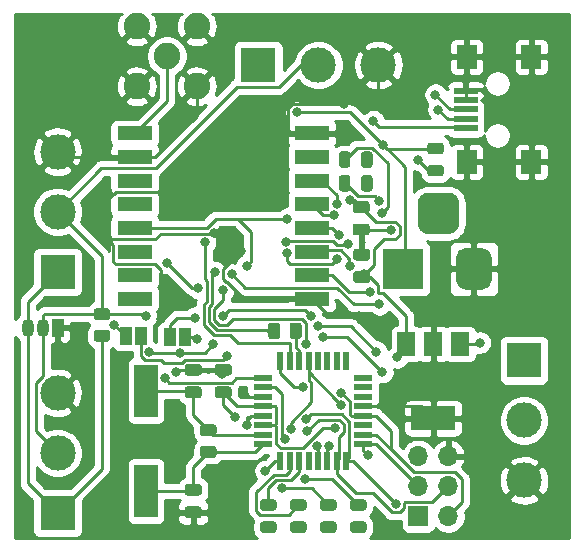
<source format=gbr>
%TF.GenerationSoftware,KiCad,Pcbnew,(5.1.9)-1*%
%TF.CreationDate,2021-03-15T18:44:28-04:00*%
%TF.ProjectId,Module Central,4d6f6475-6c65-4204-9365-6e7472616c2e,rev?*%
%TF.SameCoordinates,Original*%
%TF.FileFunction,Copper,L1,Top*%
%TF.FilePolarity,Positive*%
%FSLAX46Y46*%
G04 Gerber Fmt 4.6, Leading zero omitted, Abs format (unit mm)*
G04 Created by KiCad (PCBNEW (5.1.9)-1) date 2021-03-15 18:44:28*
%MOMM*%
%LPD*%
G01*
G04 APERTURE LIST*
%TA.AperFunction,SMDPad,CuDef*%
%ADD10R,1.000000X1.500000*%
%TD*%
%TA.AperFunction,ComponentPad*%
%ADD11R,3.500000X3.500000*%
%TD*%
%TA.AperFunction,ComponentPad*%
%ADD12R,1.700000X1.700000*%
%TD*%
%TA.AperFunction,ComponentPad*%
%ADD13O,1.700000X1.700000*%
%TD*%
%TA.AperFunction,ComponentPad*%
%ADD14C,2.250000*%
%TD*%
%TA.AperFunction,SMDPad,CuDef*%
%ADD15R,2.000000X0.500000*%
%TD*%
%TA.AperFunction,SMDPad,CuDef*%
%ADD16R,1.700000X2.000000*%
%TD*%
%TA.AperFunction,ComponentPad*%
%ADD17R,3.000000X3.000000*%
%TD*%
%TA.AperFunction,ComponentPad*%
%ADD18C,3.000000*%
%TD*%
%TA.AperFunction,SMDPad,CuDef*%
%ADD19R,3.800000X2.000000*%
%TD*%
%TA.AperFunction,SMDPad,CuDef*%
%ADD20R,1.500000X2.000000*%
%TD*%
%TA.AperFunction,SMDPad,CuDef*%
%ADD21R,1.600000X0.550000*%
%TD*%
%TA.AperFunction,SMDPad,CuDef*%
%ADD22R,0.550000X1.600000*%
%TD*%
%TA.AperFunction,SMDPad,CuDef*%
%ADD23R,3.000000X1.200000*%
%TD*%
%TA.AperFunction,ComponentPad*%
%ADD24O,1.050000X1.500000*%
%TD*%
%TA.AperFunction,ComponentPad*%
%ADD25R,1.050000X1.500000*%
%TD*%
%TA.AperFunction,SMDPad,CuDef*%
%ADD26R,2.000000X4.500000*%
%TD*%
%TA.AperFunction,ViaPad*%
%ADD27C,0.800000*%
%TD*%
%TA.AperFunction,Conductor*%
%ADD28C,0.250000*%
%TD*%
%TA.AperFunction,Conductor*%
%ADD29C,0.254000*%
%TD*%
%TA.AperFunction,Conductor*%
%ADD30C,0.100000*%
%TD*%
G04 APERTURE END LIST*
D10*
%TO.P,JP102,1*%
%TO.N,/MOSI_D11*%
X106060000Y-59690000D03*
%TO.P,JP102,2*%
%TO.N,Net-(JP102-Pad2)*%
X104760000Y-59690000D03*
%TD*%
%TO.P,JP101,2*%
%TO.N,Net-(JP101-Pad2)*%
X108500000Y-59750000D03*
%TO.P,JP101,1*%
%TO.N,/MISO_D12*%
X109800000Y-59750000D03*
%TD*%
%TO.P,C102,2*%
%TO.N,GND*%
%TA.AperFunction,SMDPad,CuDef*%
G36*
G01*
X113505000Y-63050000D02*
X112555000Y-63050000D01*
G75*
G02*
X112305000Y-62800000I0J250000D01*
G01*
X112305000Y-62300000D01*
G75*
G02*
X112555000Y-62050000I250000J0D01*
G01*
X113505000Y-62050000D01*
G75*
G02*
X113755000Y-62300000I0J-250000D01*
G01*
X113755000Y-62800000D01*
G75*
G02*
X113505000Y-63050000I-250000J0D01*
G01*
G37*
%TD.AperFunction*%
%TO.P,C102,1*%
%TO.N,5V*%
%TA.AperFunction,SMDPad,CuDef*%
G36*
G01*
X113505000Y-64950000D02*
X112555000Y-64950000D01*
G75*
G02*
X112305000Y-64700000I0J250000D01*
G01*
X112305000Y-64200000D01*
G75*
G02*
X112555000Y-63950000I250000J0D01*
G01*
X113505000Y-63950000D01*
G75*
G02*
X113755000Y-64200000I0J-250000D01*
G01*
X113755000Y-64700000D01*
G75*
G02*
X113505000Y-64950000I-250000J0D01*
G01*
G37*
%TD.AperFunction*%
%TD*%
%TO.P,C106,1*%
%TO.N,3V3*%
%TA.AperFunction,SMDPad,CuDef*%
G36*
G01*
X124235000Y-48270000D02*
X125185000Y-48270000D01*
G75*
G02*
X125435000Y-48520000I0J-250000D01*
G01*
X125435000Y-49020000D01*
G75*
G02*
X125185000Y-49270000I-250000J0D01*
G01*
X124235000Y-49270000D01*
G75*
G02*
X123985000Y-49020000I0J250000D01*
G01*
X123985000Y-48520000D01*
G75*
G02*
X124235000Y-48270000I250000J0D01*
G01*
G37*
%TD.AperFunction*%
%TO.P,C106,2*%
%TO.N,GND*%
%TA.AperFunction,SMDPad,CuDef*%
G36*
G01*
X124235000Y-50170000D02*
X125185000Y-50170000D01*
G75*
G02*
X125435000Y-50420000I0J-250000D01*
G01*
X125435000Y-50920000D01*
G75*
G02*
X125185000Y-51170000I-250000J0D01*
G01*
X124235000Y-51170000D01*
G75*
G02*
X123985000Y-50920000I0J250000D01*
G01*
X123985000Y-50420000D01*
G75*
G02*
X124235000Y-50170000I250000J0D01*
G01*
G37*
%TD.AperFunction*%
%TD*%
%TO.P,C107,2*%
%TO.N,Net-(C107-Pad2)*%
%TA.AperFunction,SMDPad,CuDef*%
G36*
G01*
X110015000Y-63950000D02*
X110965000Y-63950000D01*
G75*
G02*
X111215000Y-64200000I0J-250000D01*
G01*
X111215000Y-64700000D01*
G75*
G02*
X110965000Y-64950000I-250000J0D01*
G01*
X110015000Y-64950000D01*
G75*
G02*
X109765000Y-64700000I0J250000D01*
G01*
X109765000Y-64200000D01*
G75*
G02*
X110015000Y-63950000I250000J0D01*
G01*
G37*
%TD.AperFunction*%
%TO.P,C107,1*%
%TO.N,GND*%
%TA.AperFunction,SMDPad,CuDef*%
G36*
G01*
X110015000Y-62050000D02*
X110965000Y-62050000D01*
G75*
G02*
X111215000Y-62300000I0J-250000D01*
G01*
X111215000Y-62800000D01*
G75*
G02*
X110965000Y-63050000I-250000J0D01*
G01*
X110015000Y-63050000D01*
G75*
G02*
X109765000Y-62800000I0J250000D01*
G01*
X109765000Y-62300000D01*
G75*
G02*
X110015000Y-62050000I250000J0D01*
G01*
G37*
%TD.AperFunction*%
%TD*%
%TO.P,C108,1*%
%TO.N,GND*%
%TA.AperFunction,SMDPad,CuDef*%
G36*
G01*
X110965000Y-75110000D02*
X110015000Y-75110000D01*
G75*
G02*
X109765000Y-74860000I0J250000D01*
G01*
X109765000Y-74360000D01*
G75*
G02*
X110015000Y-74110000I250000J0D01*
G01*
X110965000Y-74110000D01*
G75*
G02*
X111215000Y-74360000I0J-250000D01*
G01*
X111215000Y-74860000D01*
G75*
G02*
X110965000Y-75110000I-250000J0D01*
G01*
G37*
%TD.AperFunction*%
%TO.P,C108,2*%
%TO.N,Net-(C108-Pad2)*%
%TA.AperFunction,SMDPad,CuDef*%
G36*
G01*
X110965000Y-73210000D02*
X110015000Y-73210000D01*
G75*
G02*
X109765000Y-72960000I0J250000D01*
G01*
X109765000Y-72460000D01*
G75*
G02*
X110015000Y-72210000I250000J0D01*
G01*
X110965000Y-72210000D01*
G75*
G02*
X111215000Y-72460000I0J-250000D01*
G01*
X111215000Y-72960000D01*
G75*
G02*
X110965000Y-73210000I-250000J0D01*
G01*
G37*
%TD.AperFunction*%
%TD*%
%TO.P,C110,2*%
%TO.N,GND*%
%TA.AperFunction,SMDPad,CuDef*%
G36*
G01*
X125225000Y-53300000D02*
X124275000Y-53300000D01*
G75*
G02*
X124025000Y-53050000I0J250000D01*
G01*
X124025000Y-52550000D01*
G75*
G02*
X124275000Y-52300000I250000J0D01*
G01*
X125225000Y-52300000D01*
G75*
G02*
X125475000Y-52550000I0J-250000D01*
G01*
X125475000Y-53050000D01*
G75*
G02*
X125225000Y-53300000I-250000J0D01*
G01*
G37*
%TD.AperFunction*%
%TO.P,C110,1*%
%TO.N,3V3*%
%TA.AperFunction,SMDPad,CuDef*%
G36*
G01*
X125225000Y-55200000D02*
X124275000Y-55200000D01*
G75*
G02*
X124025000Y-54950000I0J250000D01*
G01*
X124025000Y-54450000D01*
G75*
G02*
X124275000Y-54200000I250000J0D01*
G01*
X125225000Y-54200000D01*
G75*
G02*
X125475000Y-54450000I0J-250000D01*
G01*
X125475000Y-54950000D01*
G75*
G02*
X125225000Y-55200000I-250000J0D01*
G01*
G37*
%TD.AperFunction*%
%TD*%
%TO.P,D101,2*%
%TO.N,Net-(D101-Pad2)*%
%TA.AperFunction,SMDPad,CuDef*%
G36*
G01*
X117296250Y-74480000D02*
X116383750Y-74480000D01*
G75*
G02*
X116140000Y-74236250I0J243750D01*
G01*
X116140000Y-73748750D01*
G75*
G02*
X116383750Y-73505000I243750J0D01*
G01*
X117296250Y-73505000D01*
G75*
G02*
X117540000Y-73748750I0J-243750D01*
G01*
X117540000Y-74236250D01*
G75*
G02*
X117296250Y-74480000I-243750J0D01*
G01*
G37*
%TD.AperFunction*%
%TO.P,D101,1*%
%TO.N,Net-(D101-Pad1)*%
%TA.AperFunction,SMDPad,CuDef*%
G36*
G01*
X117296250Y-76355000D02*
X116383750Y-76355000D01*
G75*
G02*
X116140000Y-76111250I0J243750D01*
G01*
X116140000Y-75623750D01*
G75*
G02*
X116383750Y-75380000I243750J0D01*
G01*
X117296250Y-75380000D01*
G75*
G02*
X117540000Y-75623750I0J-243750D01*
G01*
X117540000Y-76111250D01*
G75*
G02*
X117296250Y-76355000I-243750J0D01*
G01*
G37*
%TD.AperFunction*%
%TD*%
%TO.P,D102,2*%
%TO.N,Net-(D102-Pad2)*%
%TA.AperFunction,SMDPad,CuDef*%
G36*
G01*
X119836250Y-74480000D02*
X118923750Y-74480000D01*
G75*
G02*
X118680000Y-74236250I0J243750D01*
G01*
X118680000Y-73748750D01*
G75*
G02*
X118923750Y-73505000I243750J0D01*
G01*
X119836250Y-73505000D01*
G75*
G02*
X120080000Y-73748750I0J-243750D01*
G01*
X120080000Y-74236250D01*
G75*
G02*
X119836250Y-74480000I-243750J0D01*
G01*
G37*
%TD.AperFunction*%
%TO.P,D102,1*%
%TO.N,Net-(D102-Pad1)*%
%TA.AperFunction,SMDPad,CuDef*%
G36*
G01*
X119836250Y-76355000D02*
X118923750Y-76355000D01*
G75*
G02*
X118680000Y-76111250I0J243750D01*
G01*
X118680000Y-75623750D01*
G75*
G02*
X118923750Y-75380000I243750J0D01*
G01*
X119836250Y-75380000D01*
G75*
G02*
X120080000Y-75623750I0J-243750D01*
G01*
X120080000Y-76111250D01*
G75*
G02*
X119836250Y-76355000I-243750J0D01*
G01*
G37*
%TD.AperFunction*%
%TD*%
%TO.P,D103,1*%
%TO.N,Net-(D103-Pad1)*%
%TA.AperFunction,SMDPad,CuDef*%
G36*
G01*
X122376250Y-76355000D02*
X121463750Y-76355000D01*
G75*
G02*
X121220000Y-76111250I0J243750D01*
G01*
X121220000Y-75623750D01*
G75*
G02*
X121463750Y-75380000I243750J0D01*
G01*
X122376250Y-75380000D01*
G75*
G02*
X122620000Y-75623750I0J-243750D01*
G01*
X122620000Y-76111250D01*
G75*
G02*
X122376250Y-76355000I-243750J0D01*
G01*
G37*
%TD.AperFunction*%
%TO.P,D103,2*%
%TO.N,Net-(D103-Pad2)*%
%TA.AperFunction,SMDPad,CuDef*%
G36*
G01*
X122376250Y-74480000D02*
X121463750Y-74480000D01*
G75*
G02*
X121220000Y-74236250I0J243750D01*
G01*
X121220000Y-73748750D01*
G75*
G02*
X121463750Y-73505000I243750J0D01*
G01*
X122376250Y-73505000D01*
G75*
G02*
X122620000Y-73748750I0J-243750D01*
G01*
X122620000Y-74236250D01*
G75*
G02*
X122376250Y-74480000I-243750J0D01*
G01*
G37*
%TD.AperFunction*%
%TD*%
%TO.P,D104,1*%
%TO.N,Net-(D104-Pad1)*%
%TA.AperFunction,SMDPad,CuDef*%
G36*
G01*
X124916250Y-76355000D02*
X124003750Y-76355000D01*
G75*
G02*
X123760000Y-76111250I0J243750D01*
G01*
X123760000Y-75623750D01*
G75*
G02*
X124003750Y-75380000I243750J0D01*
G01*
X124916250Y-75380000D01*
G75*
G02*
X125160000Y-75623750I0J-243750D01*
G01*
X125160000Y-76111250D01*
G75*
G02*
X124916250Y-76355000I-243750J0D01*
G01*
G37*
%TD.AperFunction*%
%TO.P,D104,2*%
%TO.N,Net-(D104-Pad2)*%
%TA.AperFunction,SMDPad,CuDef*%
G36*
G01*
X124916250Y-74480000D02*
X124003750Y-74480000D01*
G75*
G02*
X123760000Y-74236250I0J243750D01*
G01*
X123760000Y-73748750D01*
G75*
G02*
X124003750Y-73505000I243750J0D01*
G01*
X124916250Y-73505000D01*
G75*
G02*
X125160000Y-73748750I0J-243750D01*
G01*
X125160000Y-74236250D01*
G75*
G02*
X124916250Y-74480000I-243750J0D01*
G01*
G37*
%TD.AperFunction*%
%TD*%
%TO.P,D203,1*%
%TO.N,Net-(D203-Pad1)*%
%TA.AperFunction,SMDPad,CuDef*%
G36*
G01*
X122825000Y-47206250D02*
X122825000Y-46293750D01*
G75*
G02*
X123068750Y-46050000I243750J0D01*
G01*
X123556250Y-46050000D01*
G75*
G02*
X123800000Y-46293750I0J-243750D01*
G01*
X123800000Y-47206250D01*
G75*
G02*
X123556250Y-47450000I-243750J0D01*
G01*
X123068750Y-47450000D01*
G75*
G02*
X122825000Y-47206250I0J243750D01*
G01*
G37*
%TD.AperFunction*%
%TO.P,D203,2*%
%TO.N,Net-(D203-Pad2)*%
%TA.AperFunction,SMDPad,CuDef*%
G36*
G01*
X124700000Y-47206250D02*
X124700000Y-46293750D01*
G75*
G02*
X124943750Y-46050000I243750J0D01*
G01*
X125431250Y-46050000D01*
G75*
G02*
X125675000Y-46293750I0J-243750D01*
G01*
X125675000Y-47206250D01*
G75*
G02*
X125431250Y-47450000I-243750J0D01*
G01*
X124943750Y-47450000D01*
G75*
G02*
X124700000Y-47206250I0J243750D01*
G01*
G37*
%TD.AperFunction*%
%TD*%
%TO.P,D204,2*%
%TO.N,Net-(D204-Pad2)*%
%TA.AperFunction,SMDPad,CuDef*%
G36*
G01*
X124700000Y-45206250D02*
X124700000Y-44293750D01*
G75*
G02*
X124943750Y-44050000I243750J0D01*
G01*
X125431250Y-44050000D01*
G75*
G02*
X125675000Y-44293750I0J-243750D01*
G01*
X125675000Y-45206250D01*
G75*
G02*
X125431250Y-45450000I-243750J0D01*
G01*
X124943750Y-45450000D01*
G75*
G02*
X124700000Y-45206250I0J243750D01*
G01*
G37*
%TD.AperFunction*%
%TO.P,D204,1*%
%TO.N,Net-(D204-Pad1)*%
%TA.AperFunction,SMDPad,CuDef*%
G36*
G01*
X122825000Y-45206250D02*
X122825000Y-44293750D01*
G75*
G02*
X123068750Y-44050000I243750J0D01*
G01*
X123556250Y-44050000D01*
G75*
G02*
X123800000Y-44293750I0J-243750D01*
G01*
X123800000Y-45206250D01*
G75*
G02*
X123556250Y-45450000I-243750J0D01*
G01*
X123068750Y-45450000D01*
G75*
G02*
X122825000Y-45206250I0J243750D01*
G01*
G37*
%TD.AperFunction*%
%TD*%
D11*
%TO.P,J101,1*%
%TO.N,5V*%
X128250000Y-54000000D03*
%TO.P,J101,2*%
%TO.N,GND*%
%TA.AperFunction,ComponentPad*%
G36*
G01*
X135750000Y-53000000D02*
X135750000Y-55000000D01*
G75*
G02*
X135000000Y-55750000I-750000J0D01*
G01*
X133500000Y-55750000D01*
G75*
G02*
X132750000Y-55000000I0J750000D01*
G01*
X132750000Y-53000000D01*
G75*
G02*
X133500000Y-52250000I750000J0D01*
G01*
X135000000Y-52250000D01*
G75*
G02*
X135750000Y-53000000I0J-750000D01*
G01*
G37*
%TD.AperFunction*%
%TO.P,J101,3*%
%TO.N,N/C*%
%TA.AperFunction,ComponentPad*%
G36*
G01*
X133000000Y-48425000D02*
X133000000Y-50175000D01*
G75*
G02*
X132125000Y-51050000I-875000J0D01*
G01*
X130375000Y-51050000D01*
G75*
G02*
X129500000Y-50175000I0J875000D01*
G01*
X129500000Y-48425000D01*
G75*
G02*
X130375000Y-47550000I875000J0D01*
G01*
X132125000Y-47550000D01*
G75*
G02*
X133000000Y-48425000I0J-875000D01*
G01*
G37*
%TD.AperFunction*%
%TD*%
D12*
%TO.P,J102,1*%
%TO.N,/MISO_D12*%
X129540000Y-74930000D03*
D13*
%TO.P,J102,2*%
%TO.N,5V*%
X132080000Y-74930000D03*
%TO.P,J102,3*%
%TO.N,/SCK_D13*%
X129540000Y-72390000D03*
%TO.P,J102,4*%
%TO.N,/MOSI_D11*%
X132080000Y-72390000D03*
%TO.P,J102,5*%
%TO.N,DTR*%
X129540000Y-69850000D03*
%TO.P,J102,6*%
%TO.N,GND*%
X132080000Y-69850000D03*
%TD*%
D14*
%TO.P,J103,2*%
%TO.N,GND*%
X110790000Y-38540000D03*
X105710000Y-38540000D03*
X105710000Y-33460000D03*
X110790000Y-33460000D03*
%TO.P,J103,1*%
%TO.N,Net-(J103-Pad1)*%
X108250000Y-36000000D03*
%TD*%
D15*
%TO.P,J201,1*%
%TO.N,Net-(D201-Pad2)*%
X133550000Y-42100000D03*
%TO.P,J201,2*%
%TO.N,Net-(J201-Pad2)*%
X133550000Y-41300000D03*
%TO.P,J201,3*%
%TO.N,Net-(J201-Pad3)*%
X133550000Y-40500000D03*
%TO.P,J201,4*%
%TO.N,GND*%
X133550000Y-39700000D03*
%TO.P,J201,5*%
X133550000Y-38900000D03*
D16*
%TO.P,J201,6*%
X133650000Y-44950000D03*
X139100000Y-44950000D03*
X133650000Y-36050000D03*
X139100000Y-36050000D03*
%TD*%
D17*
%TO.P,J301,1*%
%TO.N,5V*%
X99000000Y-74660000D03*
D18*
%TO.P,J301,2*%
%TO.N,1-Wire*%
X99000000Y-69580000D03*
%TO.P,J301,3*%
%TO.N,GND*%
X99000000Y-64500000D03*
%TD*%
%TO.P,J302,3*%
%TO.N,GND*%
X138500000Y-71910000D03*
%TO.P,J302,2*%
%TO.N,1-Wire*%
X138500000Y-66830000D03*
D17*
%TO.P,J302,1*%
%TO.N,5V*%
X138500000Y-61750000D03*
%TD*%
%TO.P,J303,1*%
%TO.N,5V*%
X99000000Y-54250000D03*
D18*
%TO.P,J303,2*%
%TO.N,1-Wire*%
X99000000Y-49170000D03*
%TO.P,J303,3*%
%TO.N,GND*%
X99000000Y-44090000D03*
%TD*%
%TO.P,J304,3*%
%TO.N,GND*%
X126160000Y-36750000D03*
%TO.P,J304,2*%
%TO.N,1-Wire*%
X121080000Y-36750000D03*
D17*
%TO.P,J304,1*%
%TO.N,5V*%
X116000000Y-36750000D03*
%TD*%
%TO.P,R101,1*%
%TO.N,Net-(C107-Pad2)*%
%TA.AperFunction,SMDPad,CuDef*%
G36*
G01*
X111309998Y-67155000D02*
X112210002Y-67155000D01*
G75*
G02*
X112460000Y-67404998I0J-249998D01*
G01*
X112460000Y-67930002D01*
G75*
G02*
X112210002Y-68180000I-249998J0D01*
G01*
X111309998Y-68180000D01*
G75*
G02*
X111060000Y-67930002I0J249998D01*
G01*
X111060000Y-67404998D01*
G75*
G02*
X111309998Y-67155000I249998J0D01*
G01*
G37*
%TD.AperFunction*%
%TO.P,R101,2*%
%TO.N,Net-(C108-Pad2)*%
%TA.AperFunction,SMDPad,CuDef*%
G36*
G01*
X111309998Y-68980000D02*
X112210002Y-68980000D01*
G75*
G02*
X112460000Y-69229998I0J-249998D01*
G01*
X112460000Y-69755002D01*
G75*
G02*
X112210002Y-70005000I-249998J0D01*
G01*
X111309998Y-70005000D01*
G75*
G02*
X111060000Y-69755002I0J249998D01*
G01*
X111060000Y-69229998D01*
G75*
G02*
X111309998Y-68980000I249998J0D01*
G01*
G37*
%TD.AperFunction*%
%TD*%
%TO.P,R203,1*%
%TO.N,RX*%
%TA.AperFunction,SMDPad,CuDef*%
G36*
G01*
X119675000Y-58799998D02*
X119675000Y-59700002D01*
G75*
G02*
X119425002Y-59950000I-249998J0D01*
G01*
X118899998Y-59950000D01*
G75*
G02*
X118650000Y-59700002I0J249998D01*
G01*
X118650000Y-58799998D01*
G75*
G02*
X118899998Y-58550000I249998J0D01*
G01*
X119425002Y-58550000D01*
G75*
G02*
X119675000Y-58799998I0J-249998D01*
G01*
G37*
%TD.AperFunction*%
%TO.P,R203,2*%
%TO.N,Net-(R203-Pad2)*%
%TA.AperFunction,SMDPad,CuDef*%
G36*
G01*
X117850000Y-58799998D02*
X117850000Y-59700002D01*
G75*
G02*
X117600002Y-59950000I-249998J0D01*
G01*
X117074998Y-59950000D01*
G75*
G02*
X116825000Y-59700002I0J249998D01*
G01*
X116825000Y-58799998D01*
G75*
G02*
X117074998Y-58550000I249998J0D01*
G01*
X117600002Y-58550000D01*
G75*
G02*
X117850000Y-58799998I0J-249998D01*
G01*
G37*
%TD.AperFunction*%
%TD*%
%TO.P,R301,2*%
%TO.N,1-Wire*%
%TA.AperFunction,SMDPad,CuDef*%
G36*
G01*
X103200002Y-58350000D02*
X102299998Y-58350000D01*
G75*
G02*
X102050000Y-58100002I0J249998D01*
G01*
X102050000Y-57574998D01*
G75*
G02*
X102299998Y-57325000I249998J0D01*
G01*
X103200002Y-57325000D01*
G75*
G02*
X103450000Y-57574998I0J-249998D01*
G01*
X103450000Y-58100002D01*
G75*
G02*
X103200002Y-58350000I-249998J0D01*
G01*
G37*
%TD.AperFunction*%
%TO.P,R301,1*%
%TO.N,5V*%
%TA.AperFunction,SMDPad,CuDef*%
G36*
G01*
X103200002Y-60175000D02*
X102299998Y-60175000D01*
G75*
G02*
X102050000Y-59925002I0J249998D01*
G01*
X102050000Y-59399998D01*
G75*
G02*
X102299998Y-59150000I249998J0D01*
G01*
X103200002Y-59150000D01*
G75*
G02*
X103450000Y-59399998I0J-249998D01*
G01*
X103450000Y-59925002D01*
G75*
G02*
X103200002Y-60175000I-249998J0D01*
G01*
G37*
%TD.AperFunction*%
%TD*%
D19*
%TO.P,U101,2*%
%TO.N,GND*%
X130810000Y-66650000D03*
D20*
X130810000Y-60350000D03*
%TO.P,U101,3*%
%TO.N,3V3*%
X128510000Y-60350000D03*
%TO.P,U101,1*%
%TO.N,5V*%
X133110000Y-60350000D03*
%TD*%
D21*
%TO.P,U102,1*%
%TO.N,1-Wire*%
X116400000Y-63240000D03*
%TO.P,U102,2*%
%TO.N,Net-(D104-Pad2)*%
X116400000Y-64040000D03*
%TO.P,U102,3*%
%TO.N,GND*%
X116400000Y-64840000D03*
%TO.P,U102,4*%
%TO.N,5V*%
X116400000Y-65640000D03*
%TO.P,U102,5*%
%TO.N,GND*%
X116400000Y-66440000D03*
%TO.P,U102,6*%
%TO.N,5V*%
X116400000Y-67240000D03*
%TO.P,U102,7*%
%TO.N,Net-(C107-Pad2)*%
X116400000Y-68040000D03*
%TO.P,U102,8*%
%TO.N,Net-(C108-Pad2)*%
X116400000Y-68840000D03*
D22*
%TO.P,U102,9*%
%TO.N,Net-(D103-Pad2)*%
X117850000Y-70290000D03*
%TO.P,U102,10*%
%TO.N,Net-(D102-Pad2)*%
X118650000Y-70290000D03*
%TO.P,U102,11*%
%TO.N,Net-(D101-Pad2)*%
X119450000Y-70290000D03*
%TO.P,U102,12*%
%TO.N,Net-(U102-Pad12)*%
X120250000Y-70290000D03*
%TO.P,U102,13*%
%TO.N,/D9*%
X121050000Y-70290000D03*
%TO.P,U102,14*%
%TO.N,/D10*%
X121850000Y-70290000D03*
%TO.P,U102,15*%
%TO.N,/MOSI_D11*%
X122650000Y-70290000D03*
%TO.P,U102,16*%
%TO.N,/MISO_D12*%
X123450000Y-70290000D03*
D21*
%TO.P,U102,17*%
%TO.N,/SCK_D13*%
X124900000Y-68840000D03*
%TO.P,U102,18*%
%TO.N,5V*%
X124900000Y-68040000D03*
%TO.P,U102,19*%
%TO.N,Net-(U102-Pad19)*%
X124900000Y-67240000D03*
%TO.P,U102,20*%
%TO.N,5V*%
X124900000Y-66440000D03*
%TO.P,U102,21*%
%TO.N,GND*%
X124900000Y-65640000D03*
%TO.P,U102,22*%
%TO.N,Net-(U102-Pad22)*%
X124900000Y-64840000D03*
%TO.P,U102,23*%
%TO.N,Net-(U102-Pad23)*%
X124900000Y-64040000D03*
%TO.P,U102,24*%
%TO.N,Net-(U102-Pad24)*%
X124900000Y-63240000D03*
D22*
%TO.P,U102,25*%
%TO.N,Net-(U102-Pad25)*%
X123450000Y-61790000D03*
%TO.P,U102,26*%
%TO.N,Net-(U102-Pad26)*%
X122650000Y-61790000D03*
%TO.P,U102,27*%
%TO.N,Net-(U102-Pad27)*%
X121850000Y-61790000D03*
%TO.P,U102,28*%
%TO.N,Net-(U102-Pad28)*%
X121050000Y-61790000D03*
%TO.P,U102,29*%
%TO.N,DTR*%
X120250000Y-61790000D03*
%TO.P,U102,30*%
%TO.N,RX*%
X119450000Y-61790000D03*
%TO.P,U102,31*%
%TO.N,TX*%
X118650000Y-61790000D03*
%TO.P,U102,32*%
%TO.N,Net-(U102-Pad32)*%
X117850000Y-61790000D03*
%TD*%
D23*
%TO.P,U103,1*%
%TO.N,GND*%
X120530000Y-56530000D03*
%TO.P,U103,2*%
%TO.N,Net-(U103-Pad2)*%
X120530000Y-54530000D03*
%TO.P,U103,3*%
%TO.N,Net-(U103-Pad3)*%
X120530000Y-52530000D03*
%TO.P,U103,4*%
%TO.N,Net-(U103-Pad4)*%
X120530000Y-50530000D03*
%TO.P,U103,5*%
%TO.N,Net-(U103-Pad5)*%
X120530000Y-48530000D03*
%TO.P,U103,6*%
%TO.N,Net-(U103-Pad6)*%
X120530000Y-46530000D03*
%TO.P,U103,7*%
%TO.N,Net-(U103-Pad7)*%
X120530000Y-44530000D03*
%TO.P,U103,8*%
%TO.N,GND*%
X120530000Y-42530000D03*
%TO.P,U103,9*%
%TO.N,Net-(J103-Pad1)*%
X105530000Y-42530000D03*
%TO.P,U103,10*%
%TO.N,GND*%
X105530000Y-44530000D03*
%TO.P,U103,11*%
%TO.N,Net-(U103-Pad11)*%
X105530000Y-46530000D03*
%TO.P,U103,12*%
%TO.N,Net-(U103-Pad12)*%
X105530000Y-48530000D03*
%TO.P,U103,13*%
%TO.N,3V3*%
X105530000Y-50530000D03*
%TO.P,U103,14*%
%TO.N,Net-(U103-Pad14)*%
X105530000Y-52530000D03*
%TO.P,U103,15*%
%TO.N,Net-(U103-Pad15)*%
X105530000Y-54530000D03*
%TO.P,U103,16*%
%TO.N,Net-(U103-Pad16)*%
X105530000Y-56530000D03*
%TD*%
D24*
%TO.P,U301,2*%
%TO.N,1-Wire*%
X97730000Y-59000000D03*
%TO.P,U301,3*%
%TO.N,5V*%
X96460000Y-59000000D03*
D25*
%TO.P,U301,1*%
%TO.N,GND*%
X99000000Y-59000000D03*
%TD*%
D26*
%TO.P,Y101,1*%
%TO.N,Net-(C108-Pad2)*%
X106500000Y-72830000D03*
%TO.P,Y101,2*%
%TO.N,Net-(C107-Pad2)*%
X106500000Y-64330000D03*
%TD*%
%TO.P,D105,1*%
%TO.N,Net-(D105-Pad1)*%
%TA.AperFunction,SMDPad,CuDef*%
G36*
G01*
X131456250Y-46175000D02*
X130543750Y-46175000D01*
G75*
G02*
X130300000Y-45931250I0J243750D01*
G01*
X130300000Y-45443750D01*
G75*
G02*
X130543750Y-45200000I243750J0D01*
G01*
X131456250Y-45200000D01*
G75*
G02*
X131700000Y-45443750I0J-243750D01*
G01*
X131700000Y-45931250D01*
G75*
G02*
X131456250Y-46175000I-243750J0D01*
G01*
G37*
%TD.AperFunction*%
%TO.P,D105,2*%
%TO.N,5V*%
%TA.AperFunction,SMDPad,CuDef*%
G36*
G01*
X131456250Y-44300000D02*
X130543750Y-44300000D01*
G75*
G02*
X130300000Y-44056250I0J243750D01*
G01*
X130300000Y-43568750D01*
G75*
G02*
X130543750Y-43325000I243750J0D01*
G01*
X131456250Y-43325000D01*
G75*
G02*
X131700000Y-43568750I0J-243750D01*
G01*
X131700000Y-44056250D01*
G75*
G02*
X131456250Y-44300000I-243750J0D01*
G01*
G37*
%TD.AperFunction*%
%TD*%
D27*
%TO.N,5V*%
X114000000Y-66500000D03*
X134750000Y-60250000D03*
X126538080Y-43491136D03*
X119250000Y-40750000D03*
X123012653Y-64487347D03*
X122522696Y-67499271D03*
X126000000Y-61000000D03*
X121055775Y-58831347D03*
X109375320Y-61100001D03*
X102750000Y-59662500D03*
X112203098Y-60346030D03*
X106754680Y-61029999D03*
%TO.N,GND*%
X102250000Y-50500000D03*
X114500000Y-52500000D03*
X130810000Y-66650000D03*
X115000000Y-67250000D03*
X112225009Y-50999685D03*
X127250000Y-40050000D03*
X123250000Y-40025000D03*
X100500000Y-61500000D03*
X104000000Y-63250000D03*
X107750000Y-58250000D03*
X127250000Y-50750000D03*
X114827485Y-64617312D03*
X120300000Y-56514320D03*
X124500000Y-58000000D03*
X112953188Y-62899980D03*
X109000000Y-62750000D03*
%TO.N,3V3*%
X118461862Y-49737041D03*
X127750000Y-61500000D03*
X123753071Y-48162859D03*
X124930690Y-54398906D03*
X115000000Y-53750000D03*
%TO.N,Net-(C203-Pad2)*%
X108250000Y-53500000D03*
X110904429Y-55610837D03*
%TO.N,DTR*%
X123009498Y-65532780D03*
X118749231Y-67573499D03*
%TO.N,Net-(D101-Pad1)*%
X116840000Y-75842500D03*
%TO.N,Net-(D102-Pad1)*%
X119380000Y-75842500D03*
%TO.N,Net-(D103-Pad1)*%
X121920000Y-75842500D03*
%TO.N,Net-(D103-Pad2)*%
X118000000Y-72590062D03*
X116602383Y-71091786D03*
%TO.N,Net-(D104-Pad1)*%
X124460000Y-75842500D03*
%TO.N,Net-(D104-Pad2)*%
X119967059Y-71774954D03*
X118250012Y-68439988D03*
%TO.N,Net-(D201-Pad2)*%
X125750000Y-41500000D03*
%TO.N,Net-(D203-Pad1)*%
X126250000Y-48250000D03*
X123578136Y-51862104D03*
X118325003Y-51685871D03*
%TO.N,Net-(D203-Pad2)*%
X125162500Y-46750000D03*
%TO.N,Net-(D204-Pad2)*%
X125162500Y-44750000D03*
%TO.N,Net-(D204-Pad1)*%
X126475000Y-49262653D03*
X122629769Y-53150022D03*
X118429992Y-52680350D03*
%TO.N,/MISO_D12*%
X127639989Y-73885055D03*
X120077039Y-66738768D03*
X110775000Y-59975000D03*
%TO.N,/SCK_D13*%
X125260136Y-69738101D03*
X126500000Y-62750000D03*
X121509948Y-59750000D03*
%TO.N,/MOSI_D11*%
X120154317Y-67735789D03*
X113336663Y-61397661D03*
%TO.N,Net-(J201-Pad2)*%
X131237340Y-40512660D03*
%TO.N,Net-(J201-Pad3)*%
X131000004Y-39250000D03*
%TO.N,1-Wire*%
X106500000Y-58000000D03*
X108100020Y-63250000D03*
%TO.N,Net-(JP101-Pad2)*%
X120000000Y-60389950D03*
X113011033Y-55794334D03*
X110649966Y-58123401D03*
%TO.N,Net-(JP102-Pad2)*%
X103750000Y-58750000D03*
X120428470Y-57964974D03*
X113000000Y-58000000D03*
%TO.N,Net-(R203-Pad2)*%
X112299989Y-54250000D03*
%TO.N,/D9*%
X120987342Y-69012658D03*
%TO.N,/D10*%
X122000003Y-69000000D03*
%TO.N,TX*%
X111487340Y-51737340D03*
%TO.N,Net-(D105-Pad1)*%
X129500000Y-44750000D03*
%TO.N,Net-(U102-Pad32)*%
X119750000Y-63999994D03*
%TO.N,Net-(U103-Pad2)*%
X125449998Y-55924679D03*
%TO.N,Net-(U103-Pad3)*%
X123750000Y-53750000D03*
%TO.N,Net-(U103-Pad5)*%
X122386727Y-49439859D03*
%TO.N,Net-(U103-Pad6)*%
X122630012Y-48469892D03*
%TO.N,Net-(U103-Pad14)*%
X105530000Y-52530000D03*
X126250000Y-57000000D03*
X113769448Y-54471669D03*
%TO.N,Net-(U103-Pad4)*%
X122868172Y-51157851D03*
%TD*%
D28*
%TO.N,5V*%
X133255001Y-73754999D02*
X132080000Y-74930000D01*
X133255001Y-71825999D02*
X133255001Y-73754999D01*
X132644001Y-71214999D02*
X133255001Y-71825999D01*
X129165997Y-71214999D02*
X132644001Y-71214999D01*
X124900000Y-68040000D02*
X125990998Y-68040000D01*
X127225499Y-67715499D02*
X127225499Y-69274501D01*
X125950000Y-66440000D02*
X127225499Y-67715499D01*
X124900000Y-66440000D02*
X125950000Y-66440000D01*
X127225499Y-69274501D02*
X129165997Y-71214999D01*
X125990998Y-68040000D02*
X127225499Y-69274501D01*
X96460000Y-56790000D02*
X99000000Y-54250000D01*
X96460000Y-59000000D02*
X96460000Y-56790000D01*
X96460000Y-72120000D02*
X99000000Y-74660000D01*
X96460000Y-59000000D02*
X96460000Y-72120000D01*
X102750000Y-70910000D02*
X99000000Y-74660000D01*
X102750000Y-59662500D02*
X102750000Y-70910000D01*
X114220000Y-65640000D02*
X113030000Y-64450000D01*
X116400000Y-65640000D02*
X114220000Y-65640000D01*
X113030000Y-65530000D02*
X114000000Y-66500000D01*
X113030000Y-64450000D02*
X113030000Y-65530000D01*
X134650000Y-60350000D02*
X134750000Y-60250000D01*
X133110000Y-60350000D02*
X134650000Y-60350000D01*
X123796944Y-40750000D02*
X119250000Y-40750000D01*
X126538080Y-43491136D02*
X123796944Y-40750000D01*
X126859444Y-43812500D02*
X126538080Y-43491136D01*
X131000000Y-43812500D02*
X126859444Y-43812500D01*
X116400000Y-65640000D02*
X117450000Y-65640000D01*
X117450000Y-65640000D02*
X117525001Y-65715001D01*
X117525001Y-65715001D02*
X117525000Y-67165000D01*
X117525000Y-67165000D02*
X117450000Y-67240000D01*
X123850000Y-66440000D02*
X124900000Y-66440000D01*
X123012653Y-64487347D02*
X123734499Y-65209193D01*
X116400000Y-67240000D02*
X117450000Y-67240000D01*
X123734499Y-65209193D02*
X123734499Y-66324499D01*
X123734499Y-66324499D02*
X123850000Y-66440000D01*
X117899582Y-69164999D02*
X119798111Y-69164999D01*
X121463839Y-67499271D02*
X122522696Y-67499271D01*
X119798111Y-69164999D02*
X121463839Y-67499271D01*
X117525001Y-68790418D02*
X117899582Y-69164999D01*
X117525001Y-67315001D02*
X117525001Y-68790418D01*
X117450000Y-67240000D02*
X117525001Y-67315001D01*
X123831347Y-58831347D02*
X121055775Y-58831347D01*
X126000000Y-61000000D02*
X123831347Y-58831347D01*
X128425012Y-53824988D02*
X128425012Y-45378068D01*
X128425012Y-45378068D02*
X126938079Y-43891135D01*
X126938079Y-43891135D02*
X126538080Y-43491136D01*
X128250000Y-54000000D02*
X128425012Y-53824988D01*
X111449127Y-61100001D02*
X112203098Y-60346030D01*
X109375320Y-61100001D02*
X111449127Y-61100001D01*
X106824682Y-61100001D02*
X106754680Y-61029999D01*
X109375320Y-61100001D02*
X106824682Y-61100001D01*
%TO.N,GND*%
X110790000Y-41020000D02*
X110790000Y-39040000D01*
X107280000Y-44530000D02*
X110790000Y-41020000D01*
X105530000Y-44530000D02*
X107280000Y-44530000D01*
X129800000Y-65640000D02*
X130810000Y-66650000D01*
X124900000Y-65640000D02*
X129800000Y-65640000D01*
X107290001Y-53604999D02*
X107750000Y-54064998D01*
X103919997Y-53604999D02*
X107290001Y-53604999D01*
X103704999Y-51954999D02*
X103704999Y-53390001D01*
X103704999Y-53390001D02*
X103919997Y-53604999D01*
X102250000Y-50500000D02*
X103704999Y-51954999D01*
X107750000Y-54064998D02*
X107750000Y-54750000D01*
X99440000Y-44530000D02*
X99000000Y-44090000D01*
X105530000Y-44530000D02*
X99440000Y-44530000D01*
X115000000Y-66790000D02*
X115000000Y-67250000D01*
X115350000Y-66440000D02*
X115000000Y-66790000D01*
X116400000Y-66440000D02*
X115350000Y-66440000D01*
X113030000Y-62550000D02*
X110490000Y-62550000D01*
X133550000Y-38900000D02*
X133550000Y-39700000D01*
X113012338Y-51012338D02*
X114500000Y-52500000D01*
X111139338Y-51012338D02*
X113012338Y-51012338D01*
X102250000Y-50500000D02*
X103205001Y-51455001D01*
X111126677Y-51024999D02*
X111139338Y-51012338D01*
X107720003Y-51024999D02*
X111126677Y-51024999D01*
X107290001Y-51455001D02*
X107720003Y-51024999D01*
X103205001Y-51455001D02*
X107290001Y-51455001D01*
X126160000Y-38960000D02*
X127250000Y-40050000D01*
X126160000Y-36750000D02*
X126160000Y-38960000D01*
X118901998Y-40025000D02*
X123250000Y-40025000D01*
X118524999Y-40401999D02*
X118901998Y-40025000D01*
X118524999Y-42274999D02*
X118524999Y-40401999D01*
X118780000Y-42530000D02*
X118524999Y-42274999D01*
X120530000Y-42530000D02*
X118780000Y-42530000D01*
X126160000Y-37115000D02*
X126160000Y-36750000D01*
X123250000Y-40025000D02*
X126160000Y-37115000D01*
X99000000Y-60000000D02*
X100500000Y-61500000D01*
X99000000Y-59000000D02*
X99000000Y-60000000D01*
X107750000Y-54750000D02*
X107750000Y-58250000D01*
X103919997Y-47455001D02*
X108544999Y-47455001D01*
X102250000Y-49124998D02*
X103919997Y-47455001D01*
X102250000Y-50500000D02*
X102250000Y-49124998D01*
X127170000Y-50670000D02*
X127250000Y-50750000D01*
X124710000Y-50670000D02*
X127170000Y-50670000D01*
X116400000Y-64840000D02*
X115050173Y-64840000D01*
X115050173Y-64840000D02*
X114827485Y-64617312D01*
X122000000Y-58000000D02*
X120530000Y-56530000D01*
X124500000Y-58000000D02*
X122000000Y-58000000D01*
X113024999Y-53975001D02*
X114500000Y-52500000D01*
X113246330Y-55069332D02*
X113024999Y-54848001D01*
X120530000Y-56530000D02*
X114819703Y-56530000D01*
X114819703Y-56530000D02*
X113359035Y-55069332D01*
X113359035Y-55069332D02*
X113246330Y-55069332D01*
X113024999Y-54848001D02*
X113024999Y-53975001D01*
X113030000Y-62550000D02*
X113030000Y-62823168D01*
X113030000Y-62823168D02*
X112953188Y-62899980D01*
X109200000Y-62550000D02*
X109000000Y-62750000D01*
X110490000Y-62550000D02*
X109200000Y-62550000D01*
%TO.N,3V3*%
X128510000Y-60350000D02*
X127750000Y-61110000D01*
X127750000Y-61110000D02*
X127750000Y-61500000D01*
X111621692Y-50530000D02*
X112414651Y-49737041D01*
X105530000Y-50530000D02*
X111621692Y-50530000D01*
X124710000Y-48770000D02*
X124102859Y-48162859D01*
X124102859Y-48162859D02*
X123753071Y-48162859D01*
X126174999Y-56010001D02*
X126239999Y-56075001D01*
X126239999Y-56075001D02*
X126575001Y-56075001D01*
X126174999Y-55399999D02*
X126174999Y-56010001D01*
X126575001Y-56075001D02*
X128510000Y-58010000D01*
X124750000Y-54700000D02*
X125475000Y-54700000D01*
X125475000Y-54700000D02*
X126174999Y-55399999D01*
X128510000Y-58010000D02*
X128510000Y-60350000D01*
X115399999Y-50874081D02*
X114262959Y-49737041D01*
X115000000Y-53750000D02*
X115399999Y-53350001D01*
X114262959Y-49737041D02*
X118461862Y-49737041D01*
X115399999Y-53350001D02*
X115399999Y-50874081D01*
X112414651Y-49737041D02*
X114262959Y-49737041D01*
X125800010Y-53649990D02*
X125800010Y-52311820D01*
X124750000Y-54700000D02*
X125800010Y-53649990D01*
X127598001Y-50024999D02*
X125964999Y-50024999D01*
X125800010Y-52311820D02*
X126636829Y-51475001D01*
X125964999Y-50024999D02*
X124710000Y-48770000D01*
X127975001Y-51098001D02*
X127975001Y-50401999D01*
X127975001Y-50401999D02*
X127598001Y-50024999D01*
X126636829Y-51475001D02*
X127598001Y-51475001D01*
X127598001Y-51475001D02*
X127975001Y-51098001D01*
%TO.N,Net-(C107-Pad2)*%
X110370000Y-64330000D02*
X110490000Y-64450000D01*
X106500000Y-64330000D02*
X110370000Y-64330000D01*
X110490000Y-66397500D02*
X111760000Y-67667500D01*
X110490000Y-64450000D02*
X110490000Y-66397500D01*
X112132500Y-68040000D02*
X116400000Y-68040000D01*
X111760000Y-67667500D02*
X112132500Y-68040000D01*
%TO.N,Net-(C108-Pad2)*%
X110370000Y-72830000D02*
X110490000Y-72710000D01*
X106500000Y-72830000D02*
X110370000Y-72830000D01*
X110490000Y-70762500D02*
X111760000Y-69492500D01*
X110490000Y-72710000D02*
X110490000Y-70762500D01*
X115747500Y-69492500D02*
X116400000Y-68840000D01*
X111760000Y-69492500D02*
X115747500Y-69492500D01*
%TO.N,Net-(C203-Pad2)*%
X108250000Y-53500000D02*
X110360837Y-55610837D01*
X110360837Y-55610837D02*
X110904429Y-55610837D01*
%TO.N,DTR*%
X120250000Y-62650002D02*
X120250000Y-61790000D01*
X122609499Y-65132781D02*
X123009498Y-65532780D01*
X120250000Y-62650002D02*
X120250000Y-62773282D01*
X120250000Y-62773282D02*
X122609499Y-65132781D01*
X118749231Y-67007814D02*
X118749231Y-67573499D01*
X120475001Y-65282044D02*
X118749231Y-67007814D01*
X120475001Y-63651993D02*
X120475001Y-65282044D01*
X120250000Y-63426992D02*
X120475001Y-63651993D01*
X120250000Y-61790000D02*
X120250000Y-63426992D01*
%TO.N,Net-(D101-Pad2)*%
X119450000Y-70290000D02*
X119450000Y-71155901D01*
X116840000Y-72563582D02*
X116840000Y-73992500D01*
X117538570Y-71865012D02*
X116840000Y-72563582D01*
X118740889Y-71865012D02*
X117538570Y-71865012D01*
X119450000Y-71155901D02*
X118740889Y-71865012D01*
%TO.N,Net-(D101-Pad1)*%
X116840000Y-75867500D02*
X116840000Y-75842500D01*
%TO.N,Net-(D102-Pad2)*%
X118650000Y-70290000D02*
X118650000Y-71150002D01*
X115814990Y-72904498D02*
X115814990Y-74471840D01*
X117304487Y-71415001D02*
X115814990Y-72904498D01*
X115814990Y-74471840D02*
X116148160Y-74805010D01*
X118385001Y-71415001D02*
X117304487Y-71415001D01*
X118567490Y-74805010D02*
X119380000Y-73992500D01*
X116148160Y-74805010D02*
X118567490Y-74805010D01*
X118650000Y-71150002D02*
X118385001Y-71415001D01*
%TO.N,Net-(D102-Pad1)*%
X119380000Y-75867500D02*
X119380000Y-75842500D01*
%TO.N,Net-(D103-Pad1)*%
X121920000Y-75867500D02*
X121920000Y-75842500D01*
%TO.N,Net-(D103-Pad2)*%
X120517562Y-72590062D02*
X118000000Y-72590062D01*
X117850000Y-70290000D02*
X117404169Y-70290000D01*
X121920000Y-73992500D02*
X120517562Y-72590062D01*
X117404169Y-70290000D02*
X116602383Y-71091786D01*
%TO.N,Net-(D104-Pad1)*%
X124460000Y-75867500D02*
X124460000Y-75842500D01*
%TO.N,Net-(D104-Pad2)*%
X124460000Y-73992500D02*
X122242454Y-71774954D01*
X122242454Y-71774954D02*
X119967059Y-71774954D01*
X117975025Y-68165001D02*
X118250012Y-68439988D01*
X117975025Y-64565025D02*
X117975025Y-68165001D01*
X117450000Y-64040000D02*
X117975025Y-64565025D01*
X116400000Y-64040000D02*
X117450000Y-64040000D01*
%TO.N,Net-(D201-Pad2)*%
X133450000Y-42000000D02*
X133550000Y-42100000D01*
X131250000Y-42000000D02*
X133450000Y-42000000D01*
X126250000Y-42000000D02*
X125750000Y-41500000D01*
X131250000Y-42000000D02*
X126250000Y-42000000D01*
%TO.N,Net-(D203-Pad1)*%
X125850001Y-47850001D02*
X124478073Y-47850001D01*
X126250000Y-48250000D02*
X125850001Y-47850001D01*
X124478073Y-47850001D02*
X123378072Y-46750000D01*
X123378072Y-46750000D02*
X123312500Y-46750000D01*
X123468302Y-51971938D02*
X123578136Y-51862104D01*
X118405875Y-51604999D02*
X122290001Y-51604999D01*
X122656940Y-51971938D02*
X123468302Y-51971938D01*
X118325003Y-51685871D02*
X118405875Y-51604999D01*
X122290001Y-51604999D02*
X122656940Y-51971938D01*
%TO.N,Net-(D203-Pad2)*%
X125187500Y-46750000D02*
X125162500Y-46750000D01*
%TO.N,Net-(D204-Pad2)*%
X125187500Y-44750000D02*
X125162500Y-44750000D01*
%TO.N,Net-(D204-Pad1)*%
X124337510Y-43724990D02*
X123312500Y-44750000D01*
X125666840Y-43724990D02*
X124337510Y-43724990D01*
X126975001Y-45033151D02*
X125666840Y-43724990D01*
X126975001Y-48762652D02*
X126975001Y-45033151D01*
X126475000Y-49262653D02*
X126975001Y-48762652D01*
X118429992Y-52680350D02*
X118429992Y-53326977D01*
X118653036Y-53550021D02*
X122229770Y-53550021D01*
X122229770Y-53550021D02*
X122629769Y-53150022D01*
X118429992Y-53326977D02*
X118653036Y-53550021D01*
%TO.N,/MISO_D12*%
X123450000Y-70290000D02*
X124044934Y-70290000D01*
X124044934Y-70290000D02*
X127639989Y-73885055D01*
X123057098Y-66324258D02*
X120491549Y-66324258D01*
X120491549Y-66324258D02*
X120077039Y-66738768D01*
X123697709Y-66964869D02*
X123057098Y-66324258D01*
X123450000Y-70290000D02*
X123697709Y-70042291D01*
X123697709Y-70042291D02*
X123697709Y-66964869D01*
X109800000Y-59750000D02*
X110550000Y-59750000D01*
X110550000Y-59750000D02*
X110775000Y-59975000D01*
%TO.N,/SCK_D13*%
X125990000Y-68840000D02*
X129540000Y-72390000D01*
X124900000Y-68840000D02*
X125990000Y-68840000D01*
X124900000Y-69377965D02*
X125260136Y-69738101D01*
X124900000Y-68840000D02*
X124900000Y-69377965D01*
X123500000Y-59750000D02*
X121509948Y-59750000D01*
X126500000Y-62750000D02*
X123500000Y-59750000D01*
%TO.N,/MOSI_D11*%
X124310000Y-73000000D02*
X125682189Y-73000000D01*
X128364999Y-73819999D02*
X128429999Y-73754999D01*
X127988258Y-74610065D02*
X128364999Y-74233324D01*
X130715001Y-73754999D02*
X132080000Y-72390000D01*
X128429999Y-73754999D02*
X130715001Y-73754999D01*
X122650000Y-71340000D02*
X124310000Y-73000000D01*
X128364999Y-74233324D02*
X128364999Y-73819999D01*
X122650000Y-70290000D02*
X122650000Y-71340000D01*
X125682189Y-73000000D02*
X127292254Y-74610065D01*
X127292254Y-74610065D02*
X127988258Y-74610065D01*
X122650000Y-70290000D02*
X122848002Y-70091998D01*
X122848002Y-70091998D02*
X122848002Y-68246969D01*
X123247698Y-67847273D02*
X123247698Y-67151269D01*
X122870698Y-66774269D02*
X121115837Y-66774269D01*
X121115837Y-66774269D02*
X120154317Y-67735789D01*
X122848002Y-68246969D02*
X123247698Y-67847273D01*
X123247698Y-67151269D02*
X122870698Y-66774269D01*
X108005002Y-62000000D02*
X109501810Y-62000000D01*
X109776820Y-61724990D02*
X113009334Y-61724990D01*
X113009334Y-61724990D02*
X113336663Y-61397661D01*
X106060000Y-59690000D02*
X106029680Y-59720320D01*
X107760001Y-61754999D02*
X108005002Y-62000000D01*
X109501810Y-62000000D02*
X109776820Y-61724990D01*
X106406678Y-61754999D02*
X107760001Y-61754999D01*
X106029680Y-61378001D02*
X106406678Y-61754999D01*
X106029680Y-59720320D02*
X106029680Y-61378001D01*
%TO.N,Net-(J103-Pad1)*%
X108250000Y-39810000D02*
X108250000Y-36500000D01*
X105530000Y-42530000D02*
X108250000Y-39810000D01*
%TO.N,Net-(J201-Pad2)*%
X133550000Y-41300000D02*
X132024680Y-41300000D01*
X132024680Y-41300000D02*
X131237340Y-40512660D01*
%TO.N,Net-(J201-Pad3)*%
X132250004Y-40500000D02*
X131000004Y-39250000D01*
X133550000Y-40500000D02*
X132250004Y-40500000D01*
%TO.N,1-Wire*%
X97730000Y-58000000D02*
X97730000Y-59000000D01*
X97892500Y-57837500D02*
X97730000Y-58000000D01*
X102750000Y-57837500D02*
X97892500Y-57837500D01*
X102750000Y-52920000D02*
X99000000Y-49170000D01*
X102750000Y-57837500D02*
X102750000Y-52920000D01*
X97174999Y-67754999D02*
X99000000Y-69580000D01*
X97174999Y-63623999D02*
X97174999Y-67754999D01*
X97730000Y-63068998D02*
X97174999Y-63623999D01*
X97730000Y-59000000D02*
X97730000Y-63068998D01*
X106337500Y-57837500D02*
X106500000Y-58000000D01*
X102750000Y-57837500D02*
X106337500Y-57837500D01*
X102714999Y-45455001D02*
X99000000Y-49170000D01*
X107294999Y-45455001D02*
X102714999Y-45455001D01*
X114174999Y-38575001D02*
X107294999Y-45455001D01*
X117760001Y-38575001D02*
X114174999Y-38575001D01*
X119585002Y-36750000D02*
X117760001Y-38575001D01*
X121080000Y-36750000D02*
X119585002Y-36750000D01*
X108475010Y-63624990D02*
X108100020Y-63250000D01*
X113743180Y-63624990D02*
X108475010Y-63624990D01*
X114128170Y-63240000D02*
X113743180Y-63624990D01*
X116400000Y-63240000D02*
X114128170Y-63240000D01*
%TO.N,Net-(JP101-Pad2)*%
X120000000Y-58561810D02*
X119663180Y-58224990D01*
X119663180Y-58224990D02*
X113848014Y-58224990D01*
X108500000Y-59750000D02*
X108500000Y-58750000D01*
X112274998Y-58348002D02*
X112274998Y-57401998D01*
X112274998Y-57401998D02*
X113011033Y-56665963D01*
X109126599Y-58123401D02*
X110649966Y-58123401D01*
X113848014Y-58224990D02*
X113348002Y-58725002D01*
X113011033Y-56665963D02*
X113011033Y-55794334D01*
X113348002Y-58725002D02*
X112651998Y-58725002D01*
X112651998Y-58725002D02*
X112274998Y-58348002D01*
X108500000Y-58750000D02*
X109126599Y-58123401D01*
X120000000Y-60389950D02*
X120000000Y-58561810D01*
%TO.N,Net-(JP102-Pad2)*%
X103820000Y-58750000D02*
X104760000Y-59690000D01*
X103750000Y-58750000D02*
X103820000Y-58750000D01*
X113500000Y-57500000D02*
X113000000Y-58000000D01*
X120428470Y-57964974D02*
X119963496Y-57500000D01*
X119963496Y-57500000D02*
X113500000Y-57500000D01*
%TO.N,RX*%
X119450000Y-60912990D02*
X119450000Y-61790000D01*
X119162500Y-60625490D02*
X119450000Y-60912990D01*
X119162500Y-59250000D02*
X119162500Y-60625490D01*
%TO.N,Net-(R203-Pad2)*%
X117337500Y-59250000D02*
X116825000Y-59250000D01*
X111824987Y-57215598D02*
X112092064Y-56948522D01*
X116825000Y-59250000D02*
X116750013Y-59175013D01*
X116750013Y-59175013D02*
X112465598Y-59175013D01*
X111824987Y-58534402D02*
X111824987Y-57215598D01*
X112092064Y-56948522D02*
X112092064Y-54457925D01*
X112092064Y-54457925D02*
X112299989Y-54250000D01*
X112465598Y-59175013D02*
X111824987Y-58534402D01*
%TO.N,/D9*%
X121050000Y-69075316D02*
X120987342Y-69012658D01*
X121050000Y-70290000D02*
X121050000Y-69075316D01*
%TO.N,/D10*%
X121850000Y-69150003D02*
X122000003Y-69000000D01*
X121850000Y-70290000D02*
X121850000Y-69150003D01*
%TO.N,TX*%
X118650000Y-61790000D02*
X118650000Y-60286830D01*
X113600988Y-59625024D02*
X112279198Y-59625024D01*
X118650000Y-60286830D02*
X118638180Y-60275010D01*
X111374976Y-58720802D02*
X111374977Y-57029197D01*
X112279198Y-59625024D02*
X111374976Y-58720802D01*
X111642053Y-56762122D02*
X111642053Y-54987877D01*
X111374977Y-57029197D02*
X111642053Y-56762122D01*
X111487340Y-54833164D02*
X111487340Y-51737340D01*
X111642053Y-54987877D02*
X111487340Y-54833164D01*
X118638180Y-60275010D02*
X114250974Y-60275010D01*
X114250974Y-60275010D02*
X113600988Y-59625024D01*
%TO.N,Net-(D105-Pad1)*%
X131000000Y-45687500D02*
X130437500Y-45687500D01*
X130437500Y-45687500D02*
X129500000Y-44750000D01*
%TO.N,Net-(U102-Pad32)*%
X117850000Y-62840000D02*
X119009994Y-63999994D01*
X117850000Y-61790000D02*
X117850000Y-62840000D01*
X119009994Y-63999994D02*
X119750000Y-63999994D01*
%TO.N,Net-(U103-Pad2)*%
X120530000Y-54530000D02*
X122280000Y-54530000D01*
X122280000Y-54530000D02*
X123674679Y-55924679D01*
X123674679Y-55924679D02*
X125449998Y-55924679D01*
%TO.N,Net-(U103-Pad3)*%
X120530000Y-52530000D02*
X120638052Y-52421948D01*
X123699990Y-53699990D02*
X123750000Y-53750000D01*
X120638052Y-52421948D02*
X122977774Y-52421948D01*
X122977774Y-52421948D02*
X123699990Y-53144164D01*
X123699990Y-53144164D02*
X123699990Y-53699990D01*
%TO.N,Net-(U103-Pad5)*%
X121439859Y-49439859D02*
X122386727Y-49439859D01*
X120530000Y-48530000D02*
X121439859Y-49439859D01*
%TO.N,Net-(U103-Pad6)*%
X121430000Y-46530000D02*
X122630012Y-47730012D01*
X122630012Y-47730012D02*
X122630012Y-48469892D01*
X120530000Y-46530000D02*
X121430000Y-46530000D01*
%TO.N,Net-(U103-Pad14)*%
X126250000Y-57000000D02*
X124086777Y-57000000D01*
X114902778Y-55604999D02*
X113769448Y-54471669D01*
X122691776Y-55604999D02*
X114902778Y-55604999D01*
X124086777Y-57000000D02*
X122691776Y-55604999D01*
%TO.N,Net-(U103-Pad4)*%
X122240321Y-50530000D02*
X120530000Y-50530000D01*
X122868172Y-51157851D02*
X122240321Y-50530000D01*
%TD*%
D29*
%TO.N,GND*%
X95490829Y-59872578D02*
X95635788Y-60049212D01*
X95700000Y-60101910D01*
X95700001Y-72082668D01*
X95696324Y-72120000D01*
X95700001Y-72157333D01*
X95710998Y-72268986D01*
X95717157Y-72289289D01*
X95754454Y-72412246D01*
X95825026Y-72544276D01*
X95880813Y-72612252D01*
X95920000Y-72660001D01*
X95948998Y-72683799D01*
X96861928Y-73596730D01*
X96861928Y-76160000D01*
X96874188Y-76284482D01*
X96910498Y-76404180D01*
X96969463Y-76514494D01*
X97048815Y-76611185D01*
X97145506Y-76690537D01*
X97255820Y-76749502D01*
X97375518Y-76785812D01*
X97500000Y-76798072D01*
X100500000Y-76798072D01*
X100624482Y-76785812D01*
X100744180Y-76749502D01*
X100854494Y-76690537D01*
X100951185Y-76611185D01*
X101030537Y-76514494D01*
X101089502Y-76404180D01*
X101125812Y-76284482D01*
X101138072Y-76160000D01*
X101138072Y-73596729D01*
X103261003Y-71473799D01*
X103290001Y-71450001D01*
X103384974Y-71334276D01*
X103455546Y-71202247D01*
X103499003Y-71058986D01*
X103510000Y-70947333D01*
X103510000Y-70947323D01*
X103513676Y-70910000D01*
X103510000Y-70872677D01*
X103510000Y-60754527D01*
X103539852Y-60745472D01*
X103668269Y-60676831D01*
X103670498Y-60684180D01*
X103729463Y-60794494D01*
X103808815Y-60891185D01*
X103905506Y-60970537D01*
X104015820Y-61029502D01*
X104135518Y-61065812D01*
X104260000Y-61078072D01*
X105260000Y-61078072D01*
X105269681Y-61077119D01*
X105269681Y-61340669D01*
X105266004Y-61378001D01*
X105269681Y-61415334D01*
X105276467Y-61484235D01*
X105255820Y-61490498D01*
X105145506Y-61549463D01*
X105048815Y-61628815D01*
X104969463Y-61725506D01*
X104910498Y-61835820D01*
X104874188Y-61955518D01*
X104861928Y-62080000D01*
X104861928Y-66580000D01*
X104874188Y-66704482D01*
X104910498Y-66824180D01*
X104969463Y-66934494D01*
X105048815Y-67031185D01*
X105145506Y-67110537D01*
X105255820Y-67169502D01*
X105375518Y-67205812D01*
X105500000Y-67218072D01*
X107500000Y-67218072D01*
X107624482Y-67205812D01*
X107744180Y-67169502D01*
X107854494Y-67110537D01*
X107951185Y-67031185D01*
X108030537Y-66934494D01*
X108089502Y-66824180D01*
X108125812Y-66704482D01*
X108138072Y-66580000D01*
X108138072Y-65090000D01*
X109221334Y-65090000D01*
X109276595Y-65193386D01*
X109387038Y-65327962D01*
X109521614Y-65438405D01*
X109675150Y-65520472D01*
X109730001Y-65537111D01*
X109730001Y-66360168D01*
X109726324Y-66397500D01*
X109730001Y-66434833D01*
X109740998Y-66546486D01*
X109750640Y-66578273D01*
X109784454Y-66689746D01*
X109855026Y-66821776D01*
X109922362Y-66903824D01*
X109950000Y-66937501D01*
X109978998Y-66961299D01*
X110421997Y-67404298D01*
X110421928Y-67404998D01*
X110421928Y-67930002D01*
X110438992Y-68103256D01*
X110489528Y-68269852D01*
X110571595Y-68423387D01*
X110682038Y-68557962D01*
X110708891Y-68580000D01*
X110682038Y-68602038D01*
X110571595Y-68736613D01*
X110489528Y-68890148D01*
X110438992Y-69056744D01*
X110421928Y-69229998D01*
X110421928Y-69755002D01*
X110421997Y-69755702D01*
X109978998Y-70198701D01*
X109950000Y-70222499D01*
X109926202Y-70251497D01*
X109926201Y-70251498D01*
X109855026Y-70338224D01*
X109784454Y-70470254D01*
X109759265Y-70553294D01*
X109740998Y-70613514D01*
X109739177Y-70631999D01*
X109726324Y-70762500D01*
X109730001Y-70799832D01*
X109730001Y-71622889D01*
X109675150Y-71639528D01*
X109521614Y-71721595D01*
X109387038Y-71832038D01*
X109276595Y-71966614D01*
X109221334Y-72070000D01*
X108138072Y-72070000D01*
X108138072Y-70580000D01*
X108125812Y-70455518D01*
X108089502Y-70335820D01*
X108030537Y-70225506D01*
X107951185Y-70128815D01*
X107854494Y-70049463D01*
X107744180Y-69990498D01*
X107624482Y-69954188D01*
X107500000Y-69941928D01*
X105500000Y-69941928D01*
X105375518Y-69954188D01*
X105255820Y-69990498D01*
X105145506Y-70049463D01*
X105048815Y-70128815D01*
X104969463Y-70225506D01*
X104910498Y-70335820D01*
X104874188Y-70455518D01*
X104861928Y-70580000D01*
X104861928Y-75080000D01*
X104874188Y-75204482D01*
X104910498Y-75324180D01*
X104969463Y-75434494D01*
X105048815Y-75531185D01*
X105145506Y-75610537D01*
X105255820Y-75669502D01*
X105375518Y-75705812D01*
X105500000Y-75718072D01*
X107500000Y-75718072D01*
X107624482Y-75705812D01*
X107744180Y-75669502D01*
X107854494Y-75610537D01*
X107951185Y-75531185D01*
X108030537Y-75434494D01*
X108089502Y-75324180D01*
X108125812Y-75204482D01*
X108135117Y-75110000D01*
X109126928Y-75110000D01*
X109139188Y-75234482D01*
X109175498Y-75354180D01*
X109234463Y-75464494D01*
X109313815Y-75561185D01*
X109410506Y-75640537D01*
X109520820Y-75699502D01*
X109640518Y-75735812D01*
X109765000Y-75748072D01*
X110204250Y-75745000D01*
X110363000Y-75586250D01*
X110363000Y-74737000D01*
X110617000Y-74737000D01*
X110617000Y-75586250D01*
X110775750Y-75745000D01*
X111215000Y-75748072D01*
X111339482Y-75735812D01*
X111459180Y-75699502D01*
X111569494Y-75640537D01*
X111666185Y-75561185D01*
X111745537Y-75464494D01*
X111804502Y-75354180D01*
X111840812Y-75234482D01*
X111853072Y-75110000D01*
X111850000Y-74895750D01*
X111691250Y-74737000D01*
X110617000Y-74737000D01*
X110363000Y-74737000D01*
X109288750Y-74737000D01*
X109130000Y-74895750D01*
X109126928Y-75110000D01*
X108135117Y-75110000D01*
X108138072Y-75080000D01*
X108138072Y-73590000D01*
X109389521Y-73590000D01*
X109393594Y-73593342D01*
X109313815Y-73658815D01*
X109234463Y-73755506D01*
X109175498Y-73865820D01*
X109139188Y-73985518D01*
X109126928Y-74110000D01*
X109130000Y-74324250D01*
X109288750Y-74483000D01*
X110363000Y-74483000D01*
X110363000Y-74463000D01*
X110617000Y-74463000D01*
X110617000Y-74483000D01*
X111691250Y-74483000D01*
X111850000Y-74324250D01*
X111853072Y-74110000D01*
X111840812Y-73985518D01*
X111804502Y-73865820D01*
X111745537Y-73755506D01*
X111666185Y-73658815D01*
X111586406Y-73593342D01*
X111592962Y-73587962D01*
X111703405Y-73453386D01*
X111785472Y-73299850D01*
X111836008Y-73133254D01*
X111853072Y-72960000D01*
X111853072Y-72460000D01*
X111836008Y-72286746D01*
X111785472Y-72120150D01*
X111703405Y-71966614D01*
X111592962Y-71832038D01*
X111458386Y-71721595D01*
X111304850Y-71639528D01*
X111250000Y-71622890D01*
X111250000Y-71077301D01*
X111684230Y-70643072D01*
X112210002Y-70643072D01*
X112383256Y-70626008D01*
X112549852Y-70575472D01*
X112703387Y-70493405D01*
X112837962Y-70382962D01*
X112945030Y-70252500D01*
X115710178Y-70252500D01*
X115747500Y-70256176D01*
X115784822Y-70252500D01*
X115784833Y-70252500D01*
X115896486Y-70241503D01*
X116039747Y-70198046D01*
X116171776Y-70127474D01*
X116287501Y-70032501D01*
X116311303Y-70003498D01*
X116561729Y-69753072D01*
X116861646Y-69753072D01*
X116840370Y-69778998D01*
X116562581Y-70056786D01*
X116500444Y-70056786D01*
X116300485Y-70096560D01*
X116112127Y-70174581D01*
X115942609Y-70287849D01*
X115798446Y-70432012D01*
X115685178Y-70601530D01*
X115607157Y-70789888D01*
X115567383Y-70989847D01*
X115567383Y-71193725D01*
X115607157Y-71393684D01*
X115685178Y-71582042D01*
X115798446Y-71751560D01*
X115845786Y-71798900D01*
X115303993Y-72340694D01*
X115274989Y-72364497D01*
X115231283Y-72417754D01*
X115180016Y-72480222D01*
X115135459Y-72563582D01*
X115109444Y-72612252D01*
X115065987Y-72755513D01*
X115054990Y-72867166D01*
X115054990Y-72867176D01*
X115051314Y-72904498D01*
X115054990Y-72941821D01*
X115054991Y-74434508D01*
X115051314Y-74471840D01*
X115065988Y-74620825D01*
X115109444Y-74764086D01*
X115180016Y-74896116D01*
X115240207Y-74969458D01*
X115274990Y-75011841D01*
X115303988Y-75035639D01*
X115565698Y-75297349D01*
X115518872Y-75451715D01*
X115501928Y-75623750D01*
X115501928Y-76111250D01*
X115518872Y-76283285D01*
X115569053Y-76448709D01*
X115650542Y-76601164D01*
X115760208Y-76734792D01*
X115857941Y-76815000D01*
X95435000Y-76815000D01*
X95435000Y-59768129D01*
X95490829Y-59872578D01*
%TA.AperFunction,Conductor*%
D30*
G36*
X95490829Y-59872578D02*
G01*
X95635788Y-60049212D01*
X95700000Y-60101910D01*
X95700001Y-72082668D01*
X95696324Y-72120000D01*
X95700001Y-72157333D01*
X95710998Y-72268986D01*
X95717157Y-72289289D01*
X95754454Y-72412246D01*
X95825026Y-72544276D01*
X95880813Y-72612252D01*
X95920000Y-72660001D01*
X95948998Y-72683799D01*
X96861928Y-73596730D01*
X96861928Y-76160000D01*
X96874188Y-76284482D01*
X96910498Y-76404180D01*
X96969463Y-76514494D01*
X97048815Y-76611185D01*
X97145506Y-76690537D01*
X97255820Y-76749502D01*
X97375518Y-76785812D01*
X97500000Y-76798072D01*
X100500000Y-76798072D01*
X100624482Y-76785812D01*
X100744180Y-76749502D01*
X100854494Y-76690537D01*
X100951185Y-76611185D01*
X101030537Y-76514494D01*
X101089502Y-76404180D01*
X101125812Y-76284482D01*
X101138072Y-76160000D01*
X101138072Y-73596729D01*
X103261003Y-71473799D01*
X103290001Y-71450001D01*
X103384974Y-71334276D01*
X103455546Y-71202247D01*
X103499003Y-71058986D01*
X103510000Y-70947333D01*
X103510000Y-70947323D01*
X103513676Y-70910000D01*
X103510000Y-70872677D01*
X103510000Y-60754527D01*
X103539852Y-60745472D01*
X103668269Y-60676831D01*
X103670498Y-60684180D01*
X103729463Y-60794494D01*
X103808815Y-60891185D01*
X103905506Y-60970537D01*
X104015820Y-61029502D01*
X104135518Y-61065812D01*
X104260000Y-61078072D01*
X105260000Y-61078072D01*
X105269681Y-61077119D01*
X105269681Y-61340669D01*
X105266004Y-61378001D01*
X105269681Y-61415334D01*
X105276467Y-61484235D01*
X105255820Y-61490498D01*
X105145506Y-61549463D01*
X105048815Y-61628815D01*
X104969463Y-61725506D01*
X104910498Y-61835820D01*
X104874188Y-61955518D01*
X104861928Y-62080000D01*
X104861928Y-66580000D01*
X104874188Y-66704482D01*
X104910498Y-66824180D01*
X104969463Y-66934494D01*
X105048815Y-67031185D01*
X105145506Y-67110537D01*
X105255820Y-67169502D01*
X105375518Y-67205812D01*
X105500000Y-67218072D01*
X107500000Y-67218072D01*
X107624482Y-67205812D01*
X107744180Y-67169502D01*
X107854494Y-67110537D01*
X107951185Y-67031185D01*
X108030537Y-66934494D01*
X108089502Y-66824180D01*
X108125812Y-66704482D01*
X108138072Y-66580000D01*
X108138072Y-65090000D01*
X109221334Y-65090000D01*
X109276595Y-65193386D01*
X109387038Y-65327962D01*
X109521614Y-65438405D01*
X109675150Y-65520472D01*
X109730001Y-65537111D01*
X109730001Y-66360168D01*
X109726324Y-66397500D01*
X109730001Y-66434833D01*
X109740998Y-66546486D01*
X109750640Y-66578273D01*
X109784454Y-66689746D01*
X109855026Y-66821776D01*
X109922362Y-66903824D01*
X109950000Y-66937501D01*
X109978998Y-66961299D01*
X110421997Y-67404298D01*
X110421928Y-67404998D01*
X110421928Y-67930002D01*
X110438992Y-68103256D01*
X110489528Y-68269852D01*
X110571595Y-68423387D01*
X110682038Y-68557962D01*
X110708891Y-68580000D01*
X110682038Y-68602038D01*
X110571595Y-68736613D01*
X110489528Y-68890148D01*
X110438992Y-69056744D01*
X110421928Y-69229998D01*
X110421928Y-69755002D01*
X110421997Y-69755702D01*
X109978998Y-70198701D01*
X109950000Y-70222499D01*
X109926202Y-70251497D01*
X109926201Y-70251498D01*
X109855026Y-70338224D01*
X109784454Y-70470254D01*
X109759265Y-70553294D01*
X109740998Y-70613514D01*
X109739177Y-70631999D01*
X109726324Y-70762500D01*
X109730001Y-70799832D01*
X109730001Y-71622889D01*
X109675150Y-71639528D01*
X109521614Y-71721595D01*
X109387038Y-71832038D01*
X109276595Y-71966614D01*
X109221334Y-72070000D01*
X108138072Y-72070000D01*
X108138072Y-70580000D01*
X108125812Y-70455518D01*
X108089502Y-70335820D01*
X108030537Y-70225506D01*
X107951185Y-70128815D01*
X107854494Y-70049463D01*
X107744180Y-69990498D01*
X107624482Y-69954188D01*
X107500000Y-69941928D01*
X105500000Y-69941928D01*
X105375518Y-69954188D01*
X105255820Y-69990498D01*
X105145506Y-70049463D01*
X105048815Y-70128815D01*
X104969463Y-70225506D01*
X104910498Y-70335820D01*
X104874188Y-70455518D01*
X104861928Y-70580000D01*
X104861928Y-75080000D01*
X104874188Y-75204482D01*
X104910498Y-75324180D01*
X104969463Y-75434494D01*
X105048815Y-75531185D01*
X105145506Y-75610537D01*
X105255820Y-75669502D01*
X105375518Y-75705812D01*
X105500000Y-75718072D01*
X107500000Y-75718072D01*
X107624482Y-75705812D01*
X107744180Y-75669502D01*
X107854494Y-75610537D01*
X107951185Y-75531185D01*
X108030537Y-75434494D01*
X108089502Y-75324180D01*
X108125812Y-75204482D01*
X108135117Y-75110000D01*
X109126928Y-75110000D01*
X109139188Y-75234482D01*
X109175498Y-75354180D01*
X109234463Y-75464494D01*
X109313815Y-75561185D01*
X109410506Y-75640537D01*
X109520820Y-75699502D01*
X109640518Y-75735812D01*
X109765000Y-75748072D01*
X110204250Y-75745000D01*
X110363000Y-75586250D01*
X110363000Y-74737000D01*
X110617000Y-74737000D01*
X110617000Y-75586250D01*
X110775750Y-75745000D01*
X111215000Y-75748072D01*
X111339482Y-75735812D01*
X111459180Y-75699502D01*
X111569494Y-75640537D01*
X111666185Y-75561185D01*
X111745537Y-75464494D01*
X111804502Y-75354180D01*
X111840812Y-75234482D01*
X111853072Y-75110000D01*
X111850000Y-74895750D01*
X111691250Y-74737000D01*
X110617000Y-74737000D01*
X110363000Y-74737000D01*
X109288750Y-74737000D01*
X109130000Y-74895750D01*
X109126928Y-75110000D01*
X108135117Y-75110000D01*
X108138072Y-75080000D01*
X108138072Y-73590000D01*
X109389521Y-73590000D01*
X109393594Y-73593342D01*
X109313815Y-73658815D01*
X109234463Y-73755506D01*
X109175498Y-73865820D01*
X109139188Y-73985518D01*
X109126928Y-74110000D01*
X109130000Y-74324250D01*
X109288750Y-74483000D01*
X110363000Y-74483000D01*
X110363000Y-74463000D01*
X110617000Y-74463000D01*
X110617000Y-74483000D01*
X111691250Y-74483000D01*
X111850000Y-74324250D01*
X111853072Y-74110000D01*
X111840812Y-73985518D01*
X111804502Y-73865820D01*
X111745537Y-73755506D01*
X111666185Y-73658815D01*
X111586406Y-73593342D01*
X111592962Y-73587962D01*
X111703405Y-73453386D01*
X111785472Y-73299850D01*
X111836008Y-73133254D01*
X111853072Y-72960000D01*
X111853072Y-72460000D01*
X111836008Y-72286746D01*
X111785472Y-72120150D01*
X111703405Y-71966614D01*
X111592962Y-71832038D01*
X111458386Y-71721595D01*
X111304850Y-71639528D01*
X111250000Y-71622890D01*
X111250000Y-71077301D01*
X111684230Y-70643072D01*
X112210002Y-70643072D01*
X112383256Y-70626008D01*
X112549852Y-70575472D01*
X112703387Y-70493405D01*
X112837962Y-70382962D01*
X112945030Y-70252500D01*
X115710178Y-70252500D01*
X115747500Y-70256176D01*
X115784822Y-70252500D01*
X115784833Y-70252500D01*
X115896486Y-70241503D01*
X116039747Y-70198046D01*
X116171776Y-70127474D01*
X116287501Y-70032501D01*
X116311303Y-70003498D01*
X116561729Y-69753072D01*
X116861646Y-69753072D01*
X116840370Y-69778998D01*
X116562581Y-70056786D01*
X116500444Y-70056786D01*
X116300485Y-70096560D01*
X116112127Y-70174581D01*
X115942609Y-70287849D01*
X115798446Y-70432012D01*
X115685178Y-70601530D01*
X115607157Y-70789888D01*
X115567383Y-70989847D01*
X115567383Y-71193725D01*
X115607157Y-71393684D01*
X115685178Y-71582042D01*
X115798446Y-71751560D01*
X115845786Y-71798900D01*
X115303993Y-72340694D01*
X115274989Y-72364497D01*
X115231283Y-72417754D01*
X115180016Y-72480222D01*
X115135459Y-72563582D01*
X115109444Y-72612252D01*
X115065987Y-72755513D01*
X115054990Y-72867166D01*
X115054990Y-72867176D01*
X115051314Y-72904498D01*
X115054990Y-72941821D01*
X115054991Y-74434508D01*
X115051314Y-74471840D01*
X115065988Y-74620825D01*
X115109444Y-74764086D01*
X115180016Y-74896116D01*
X115240207Y-74969458D01*
X115274990Y-75011841D01*
X115303988Y-75035639D01*
X115565698Y-75297349D01*
X115518872Y-75451715D01*
X115501928Y-75623750D01*
X115501928Y-76111250D01*
X115518872Y-76283285D01*
X115569053Y-76448709D01*
X115650542Y-76601164D01*
X115760208Y-76734792D01*
X115857941Y-76815000D01*
X95435000Y-76815000D01*
X95435000Y-59768129D01*
X95490829Y-59872578D01*
G37*
%TD.AperFunction*%
D29*
X104208286Y-32525921D02*
X104054911Y-32836840D01*
X103965140Y-33171705D01*
X103942424Y-33517650D01*
X103987634Y-33861380D01*
X104099034Y-34189685D01*
X104208286Y-34394079D01*
X104485469Y-34504926D01*
X105530395Y-33460000D01*
X105516253Y-33445858D01*
X105695858Y-33266253D01*
X105710000Y-33280395D01*
X105724143Y-33266253D01*
X105903748Y-33445858D01*
X105889605Y-33460000D01*
X106934531Y-34504926D01*
X107211714Y-34394079D01*
X107365089Y-34083160D01*
X107454860Y-33748295D01*
X107477576Y-33402350D01*
X107432366Y-33058620D01*
X107320966Y-32730315D01*
X107211714Y-32525921D01*
X106984358Y-32435000D01*
X109515642Y-32435000D01*
X109288286Y-32525921D01*
X109134911Y-32836840D01*
X109045140Y-33171705D01*
X109022424Y-33517650D01*
X109067634Y-33861380D01*
X109179034Y-34189685D01*
X109288286Y-34394079D01*
X109565469Y-34504926D01*
X110610395Y-33460000D01*
X110596253Y-33445858D01*
X110775858Y-33266253D01*
X110790000Y-33280395D01*
X110804143Y-33266253D01*
X110983748Y-33445858D01*
X110969605Y-33460000D01*
X112014531Y-34504926D01*
X112291714Y-34394079D01*
X112445089Y-34083160D01*
X112534860Y-33748295D01*
X112557576Y-33402350D01*
X112512366Y-33058620D01*
X112400966Y-32730315D01*
X112291714Y-32525921D01*
X112064358Y-32435000D01*
X142315000Y-32435000D01*
X142315001Y-76815000D01*
X125442059Y-76815000D01*
X125539792Y-76734792D01*
X125649458Y-76601164D01*
X125730947Y-76448709D01*
X125781128Y-76283285D01*
X125798072Y-76111250D01*
X125798072Y-75623750D01*
X125781128Y-75451715D01*
X125730947Y-75286291D01*
X125649458Y-75133836D01*
X125539792Y-75000208D01*
X125454244Y-74930000D01*
X125539792Y-74859792D01*
X125649458Y-74726164D01*
X125730947Y-74573709D01*
X125781128Y-74408285D01*
X125798072Y-74236250D01*
X125798072Y-74190684D01*
X126728455Y-75121068D01*
X126752253Y-75150066D01*
X126867978Y-75245039D01*
X127000007Y-75315611D01*
X127143268Y-75359068D01*
X127254921Y-75370065D01*
X127254929Y-75370065D01*
X127292254Y-75373741D01*
X127329579Y-75370065D01*
X127950936Y-75370065D01*
X127988258Y-75373741D01*
X128025580Y-75370065D01*
X128025591Y-75370065D01*
X128051928Y-75367471D01*
X128051928Y-75780000D01*
X128064188Y-75904482D01*
X128100498Y-76024180D01*
X128159463Y-76134494D01*
X128238815Y-76231185D01*
X128335506Y-76310537D01*
X128445820Y-76369502D01*
X128565518Y-76405812D01*
X128690000Y-76418072D01*
X130390000Y-76418072D01*
X130514482Y-76405812D01*
X130634180Y-76369502D01*
X130744494Y-76310537D01*
X130841185Y-76231185D01*
X130920537Y-76134494D01*
X130979502Y-76024180D01*
X131001513Y-75951620D01*
X131133368Y-76083475D01*
X131376589Y-76245990D01*
X131646842Y-76357932D01*
X131933740Y-76415000D01*
X132226260Y-76415000D01*
X132513158Y-76357932D01*
X132783411Y-76245990D01*
X133026632Y-76083475D01*
X133233475Y-75876632D01*
X133395990Y-75633411D01*
X133507932Y-75363158D01*
X133565000Y-75076260D01*
X133565000Y-74783740D01*
X133521210Y-74563592D01*
X133766004Y-74318798D01*
X133795002Y-74295000D01*
X133889975Y-74179275D01*
X133960547Y-74047246D01*
X134004004Y-73903985D01*
X134015001Y-73792332D01*
X134015001Y-73792323D01*
X134018677Y-73755000D01*
X134015001Y-73717677D01*
X134015001Y-73401653D01*
X137187952Y-73401653D01*
X137343962Y-73717214D01*
X137718745Y-73908020D01*
X138123551Y-74022044D01*
X138542824Y-74054902D01*
X138960451Y-74005334D01*
X139360383Y-73875243D01*
X139656038Y-73717214D01*
X139812048Y-73401653D01*
X138500000Y-72089605D01*
X137187952Y-73401653D01*
X134015001Y-73401653D01*
X134015001Y-71952824D01*
X136355098Y-71952824D01*
X136404666Y-72370451D01*
X136534757Y-72770383D01*
X136692786Y-73066038D01*
X137008347Y-73222048D01*
X138320395Y-71910000D01*
X138679605Y-71910000D01*
X139991653Y-73222048D01*
X140307214Y-73066038D01*
X140498020Y-72691255D01*
X140612044Y-72286449D01*
X140644902Y-71867176D01*
X140595334Y-71449549D01*
X140465243Y-71049617D01*
X140307214Y-70753962D01*
X139991653Y-70597952D01*
X138679605Y-71910000D01*
X138320395Y-71910000D01*
X137008347Y-70597952D01*
X136692786Y-70753962D01*
X136501980Y-71128745D01*
X136387956Y-71533551D01*
X136355098Y-71952824D01*
X134015001Y-71952824D01*
X134015001Y-71863321D01*
X134018677Y-71825998D01*
X134015001Y-71788675D01*
X134015001Y-71788666D01*
X134004004Y-71677013D01*
X133960547Y-71533752D01*
X133889975Y-71401723D01*
X133859004Y-71363985D01*
X133818800Y-71314995D01*
X133818796Y-71314991D01*
X133795002Y-71285998D01*
X133766010Y-71262205D01*
X133252987Y-70749184D01*
X133351641Y-70616920D01*
X133446223Y-70418347D01*
X137187952Y-70418347D01*
X138500000Y-71730395D01*
X139812048Y-70418347D01*
X139656038Y-70102786D01*
X139281255Y-69911980D01*
X138876449Y-69797956D01*
X138457176Y-69765098D01*
X138039549Y-69814666D01*
X137639617Y-69944757D01*
X137343962Y-70102786D01*
X137187952Y-70418347D01*
X133446223Y-70418347D01*
X133476825Y-70354099D01*
X133521476Y-70206890D01*
X133400155Y-69977000D01*
X132207000Y-69977000D01*
X132207000Y-69997000D01*
X131953000Y-69997000D01*
X131953000Y-69977000D01*
X131933000Y-69977000D01*
X131933000Y-69723000D01*
X131953000Y-69723000D01*
X131953000Y-68529186D01*
X132207000Y-68529186D01*
X132207000Y-69723000D01*
X133400155Y-69723000D01*
X133521476Y-69493110D01*
X133476825Y-69345901D01*
X133351641Y-69083080D01*
X133177588Y-68849731D01*
X132961355Y-68654822D01*
X132711252Y-68505843D01*
X132436891Y-68408519D01*
X132207000Y-68529186D01*
X131953000Y-68529186D01*
X131723109Y-68408519D01*
X131448748Y-68505843D01*
X131198645Y-68654822D01*
X130982412Y-68849731D01*
X130811100Y-69079406D01*
X130693475Y-68903368D01*
X130486632Y-68696525D01*
X130243411Y-68534010D01*
X129973158Y-68422068D01*
X129686260Y-68365000D01*
X129393740Y-68365000D01*
X129106842Y-68422068D01*
X128836589Y-68534010D01*
X128593368Y-68696525D01*
X128386525Y-68903368D01*
X128224010Y-69146589D01*
X128208890Y-69183091D01*
X127985499Y-68959700D01*
X127985499Y-67752821D01*
X127989175Y-67715499D01*
X127985499Y-67678176D01*
X127985499Y-67678166D01*
X127982725Y-67650000D01*
X128271928Y-67650000D01*
X128284188Y-67774482D01*
X128320498Y-67894180D01*
X128379463Y-68004494D01*
X128458815Y-68101185D01*
X128555506Y-68180537D01*
X128665820Y-68239502D01*
X128785518Y-68275812D01*
X128910000Y-68288072D01*
X130524250Y-68285000D01*
X130683000Y-68126250D01*
X130683000Y-66777000D01*
X130937000Y-66777000D01*
X130937000Y-68126250D01*
X131095750Y-68285000D01*
X132710000Y-68288072D01*
X132834482Y-68275812D01*
X132954180Y-68239502D01*
X133064494Y-68180537D01*
X133161185Y-68101185D01*
X133240537Y-68004494D01*
X133299502Y-67894180D01*
X133335812Y-67774482D01*
X133348072Y-67650000D01*
X133345000Y-66935750D01*
X133186250Y-66777000D01*
X130937000Y-66777000D01*
X130683000Y-66777000D01*
X128433750Y-66777000D01*
X128275000Y-66935750D01*
X128271928Y-67650000D01*
X127982725Y-67650000D01*
X127974502Y-67566513D01*
X127931045Y-67423252D01*
X127904581Y-67373742D01*
X127860473Y-67291222D01*
X127789298Y-67204496D01*
X127765500Y-67175498D01*
X127736503Y-67151701D01*
X127204523Y-66619721D01*
X136365000Y-66619721D01*
X136365000Y-67040279D01*
X136447047Y-67452756D01*
X136607988Y-67841302D01*
X136841637Y-68190983D01*
X137139017Y-68488363D01*
X137488698Y-68722012D01*
X137877244Y-68882953D01*
X138289721Y-68965000D01*
X138710279Y-68965000D01*
X139122756Y-68882953D01*
X139511302Y-68722012D01*
X139860983Y-68488363D01*
X140158363Y-68190983D01*
X140392012Y-67841302D01*
X140552953Y-67452756D01*
X140635000Y-67040279D01*
X140635000Y-66619721D01*
X140552953Y-66207244D01*
X140392012Y-65818698D01*
X140158363Y-65469017D01*
X139860983Y-65171637D01*
X139511302Y-64937988D01*
X139122756Y-64777047D01*
X138710279Y-64695000D01*
X138289721Y-64695000D01*
X137877244Y-64777047D01*
X137488698Y-64937988D01*
X137139017Y-65171637D01*
X136841637Y-65469017D01*
X136607988Y-65818698D01*
X136447047Y-66207244D01*
X136365000Y-66619721D01*
X127204523Y-66619721D01*
X126513804Y-65929003D01*
X126490001Y-65899999D01*
X126374276Y-65805026D01*
X126242247Y-65734454D01*
X126137685Y-65702736D01*
X126073427Y-65650000D01*
X128271928Y-65650000D01*
X128275000Y-66364250D01*
X128433750Y-66523000D01*
X130683000Y-66523000D01*
X130683000Y-65173750D01*
X130937000Y-65173750D01*
X130937000Y-66523000D01*
X133186250Y-66523000D01*
X133345000Y-66364250D01*
X133348072Y-65650000D01*
X133335812Y-65525518D01*
X133299502Y-65405820D01*
X133240537Y-65295506D01*
X133161185Y-65198815D01*
X133064494Y-65119463D01*
X132954180Y-65060498D01*
X132834482Y-65024188D01*
X132710000Y-65011928D01*
X131095750Y-65015000D01*
X130937000Y-65173750D01*
X130683000Y-65173750D01*
X130524250Y-65015000D01*
X128910000Y-65011928D01*
X128785518Y-65024188D01*
X128665820Y-65060498D01*
X128555506Y-65119463D01*
X128458815Y-65198815D01*
X128379463Y-65295506D01*
X128320498Y-65405820D01*
X128284188Y-65525518D01*
X128271928Y-65650000D01*
X126073427Y-65650000D01*
X126061241Y-65640000D01*
X126151185Y-65566185D01*
X126230537Y-65469494D01*
X126242917Y-65446333D01*
X126335000Y-65354250D01*
X126325467Y-65240620D01*
X126325812Y-65239482D01*
X126338072Y-65115000D01*
X126338072Y-64565000D01*
X126325812Y-64440518D01*
X126325655Y-64440000D01*
X126325812Y-64439482D01*
X126338072Y-64315000D01*
X126338072Y-63773068D01*
X126398061Y-63785000D01*
X126601939Y-63785000D01*
X126801898Y-63745226D01*
X126990256Y-63667205D01*
X127159774Y-63553937D01*
X127303937Y-63409774D01*
X127417205Y-63240256D01*
X127495226Y-63051898D01*
X127535000Y-62851939D01*
X127535000Y-62648061D01*
X127506927Y-62506927D01*
X127648061Y-62535000D01*
X127851939Y-62535000D01*
X128051898Y-62495226D01*
X128240256Y-62417205D01*
X128409774Y-62303937D01*
X128553937Y-62159774D01*
X128667205Y-61990256D01*
X128668110Y-61988072D01*
X129260000Y-61988072D01*
X129384482Y-61975812D01*
X129504180Y-61939502D01*
X129614494Y-61880537D01*
X129660000Y-61843191D01*
X129705506Y-61880537D01*
X129815820Y-61939502D01*
X129935518Y-61975812D01*
X130060000Y-61988072D01*
X130524250Y-61985000D01*
X130683000Y-61826250D01*
X130683000Y-60477000D01*
X130663000Y-60477000D01*
X130663000Y-60223000D01*
X130683000Y-60223000D01*
X130683000Y-58873750D01*
X130937000Y-58873750D01*
X130937000Y-60223000D01*
X130957000Y-60223000D01*
X130957000Y-60477000D01*
X130937000Y-60477000D01*
X130937000Y-61826250D01*
X131095750Y-61985000D01*
X131560000Y-61988072D01*
X131684482Y-61975812D01*
X131804180Y-61939502D01*
X131914494Y-61880537D01*
X131960000Y-61843191D01*
X132005506Y-61880537D01*
X132115820Y-61939502D01*
X132235518Y-61975812D01*
X132360000Y-61988072D01*
X133860000Y-61988072D01*
X133984482Y-61975812D01*
X134104180Y-61939502D01*
X134214494Y-61880537D01*
X134311185Y-61801185D01*
X134390537Y-61704494D01*
X134449502Y-61594180D01*
X134485812Y-61474482D01*
X134498072Y-61350000D01*
X134498072Y-61255166D01*
X134648061Y-61285000D01*
X134851939Y-61285000D01*
X135051898Y-61245226D01*
X135240256Y-61167205D01*
X135409774Y-61053937D01*
X135553937Y-60909774D01*
X135667205Y-60740256D01*
X135745226Y-60551898D01*
X135785000Y-60351939D01*
X135785000Y-60250000D01*
X136361928Y-60250000D01*
X136361928Y-63250000D01*
X136374188Y-63374482D01*
X136410498Y-63494180D01*
X136469463Y-63604494D01*
X136548815Y-63701185D01*
X136645506Y-63780537D01*
X136755820Y-63839502D01*
X136875518Y-63875812D01*
X137000000Y-63888072D01*
X140000000Y-63888072D01*
X140124482Y-63875812D01*
X140244180Y-63839502D01*
X140354494Y-63780537D01*
X140451185Y-63701185D01*
X140530537Y-63604494D01*
X140589502Y-63494180D01*
X140625812Y-63374482D01*
X140638072Y-63250000D01*
X140638072Y-60250000D01*
X140625812Y-60125518D01*
X140589502Y-60005820D01*
X140530537Y-59895506D01*
X140451185Y-59798815D01*
X140354494Y-59719463D01*
X140244180Y-59660498D01*
X140124482Y-59624188D01*
X140000000Y-59611928D01*
X137000000Y-59611928D01*
X136875518Y-59624188D01*
X136755820Y-59660498D01*
X136645506Y-59719463D01*
X136548815Y-59798815D01*
X136469463Y-59895506D01*
X136410498Y-60005820D01*
X136374188Y-60125518D01*
X136361928Y-60250000D01*
X135785000Y-60250000D01*
X135785000Y-60148061D01*
X135745226Y-59948102D01*
X135667205Y-59759744D01*
X135553937Y-59590226D01*
X135409774Y-59446063D01*
X135240256Y-59332795D01*
X135051898Y-59254774D01*
X134851939Y-59215000D01*
X134648061Y-59215000D01*
X134487913Y-59246855D01*
X134485812Y-59225518D01*
X134449502Y-59105820D01*
X134390537Y-58995506D01*
X134311185Y-58898815D01*
X134214494Y-58819463D01*
X134104180Y-58760498D01*
X133984482Y-58724188D01*
X133860000Y-58711928D01*
X132360000Y-58711928D01*
X132235518Y-58724188D01*
X132115820Y-58760498D01*
X132005506Y-58819463D01*
X131960000Y-58856809D01*
X131914494Y-58819463D01*
X131804180Y-58760498D01*
X131684482Y-58724188D01*
X131560000Y-58711928D01*
X131095750Y-58715000D01*
X130937000Y-58873750D01*
X130683000Y-58873750D01*
X130524250Y-58715000D01*
X130060000Y-58711928D01*
X129935518Y-58724188D01*
X129815820Y-58760498D01*
X129705506Y-58819463D01*
X129660000Y-58856809D01*
X129614494Y-58819463D01*
X129504180Y-58760498D01*
X129384482Y-58724188D01*
X129270000Y-58712913D01*
X129270000Y-58047323D01*
X129273676Y-58010000D01*
X129270000Y-57972677D01*
X129270000Y-57972667D01*
X129259003Y-57861014D01*
X129215546Y-57717753D01*
X129144974Y-57585724D01*
X129050001Y-57469999D01*
X129021004Y-57446202D01*
X127962873Y-56388072D01*
X130000000Y-56388072D01*
X130124482Y-56375812D01*
X130244180Y-56339502D01*
X130354494Y-56280537D01*
X130451185Y-56201185D01*
X130530537Y-56104494D01*
X130589502Y-55994180D01*
X130625812Y-55874482D01*
X130638072Y-55750000D01*
X132111928Y-55750000D01*
X132124188Y-55874482D01*
X132160498Y-55994180D01*
X132219463Y-56104494D01*
X132298815Y-56201185D01*
X132395506Y-56280537D01*
X132505820Y-56339502D01*
X132625518Y-56375812D01*
X132750000Y-56388072D01*
X133964250Y-56385000D01*
X134123000Y-56226250D01*
X134123000Y-54127000D01*
X134377000Y-54127000D01*
X134377000Y-56226250D01*
X134535750Y-56385000D01*
X135750000Y-56388072D01*
X135874482Y-56375812D01*
X135994180Y-56339502D01*
X136104494Y-56280537D01*
X136201185Y-56201185D01*
X136280537Y-56104494D01*
X136339502Y-55994180D01*
X136375812Y-55874482D01*
X136388072Y-55750000D01*
X136385000Y-54285750D01*
X136226250Y-54127000D01*
X134377000Y-54127000D01*
X134123000Y-54127000D01*
X132273750Y-54127000D01*
X132115000Y-54285750D01*
X132111928Y-55750000D01*
X130638072Y-55750000D01*
X130638072Y-52250000D01*
X132111928Y-52250000D01*
X132115000Y-53714250D01*
X132273750Y-53873000D01*
X134123000Y-53873000D01*
X134123000Y-51773750D01*
X134377000Y-51773750D01*
X134377000Y-53873000D01*
X136226250Y-53873000D01*
X136385000Y-53714250D01*
X136388072Y-52250000D01*
X136375812Y-52125518D01*
X136339502Y-52005820D01*
X136280537Y-51895506D01*
X136201185Y-51798815D01*
X136104494Y-51719463D01*
X135994180Y-51660498D01*
X135874482Y-51624188D01*
X135750000Y-51611928D01*
X134535750Y-51615000D01*
X134377000Y-51773750D01*
X134123000Y-51773750D01*
X133964250Y-51615000D01*
X132750000Y-51611928D01*
X132625518Y-51624188D01*
X132505820Y-51660498D01*
X132395506Y-51719463D01*
X132298815Y-51798815D01*
X132219463Y-51895506D01*
X132160498Y-52005820D01*
X132124188Y-52125518D01*
X132111928Y-52250000D01*
X130638072Y-52250000D01*
X130625812Y-52125518D01*
X130589502Y-52005820D01*
X130530537Y-51895506D01*
X130451185Y-51798815D01*
X130354494Y-51719463D01*
X130277869Y-51678506D01*
X130375000Y-51688072D01*
X132125000Y-51688072D01*
X132420186Y-51658999D01*
X132704028Y-51572896D01*
X132965618Y-51433073D01*
X133194903Y-51244903D01*
X133383073Y-51015618D01*
X133522896Y-50754028D01*
X133608999Y-50470186D01*
X133638072Y-50175000D01*
X133638072Y-48425000D01*
X133608999Y-48129814D01*
X133522896Y-47845972D01*
X133383073Y-47584382D01*
X133194903Y-47355097D01*
X132965618Y-47166927D01*
X132704028Y-47027104D01*
X132420186Y-46941001D01*
X132125000Y-46911928D01*
X130375000Y-46911928D01*
X130079814Y-46941001D01*
X129795972Y-47027104D01*
X129534382Y-47166927D01*
X129305097Y-47355097D01*
X129185012Y-47501420D01*
X129185012Y-45739804D01*
X129198102Y-45745226D01*
X129398061Y-45785000D01*
X129460198Y-45785000D01*
X129667989Y-45992791D01*
X129678872Y-46103285D01*
X129729053Y-46268709D01*
X129810542Y-46421164D01*
X129920208Y-46554792D01*
X130053836Y-46664458D01*
X130206291Y-46745947D01*
X130371715Y-46796128D01*
X130543750Y-46813072D01*
X131456250Y-46813072D01*
X131628285Y-46796128D01*
X131793709Y-46745947D01*
X131946164Y-46664458D01*
X132079792Y-46554792D01*
X132189458Y-46421164D01*
X132260641Y-46287990D01*
X132269463Y-46304494D01*
X132348815Y-46401185D01*
X132445506Y-46480537D01*
X132555820Y-46539502D01*
X132675518Y-46575812D01*
X132800000Y-46588072D01*
X133364250Y-46585000D01*
X133523000Y-46426250D01*
X133523000Y-45077000D01*
X133777000Y-45077000D01*
X133777000Y-46426250D01*
X133935750Y-46585000D01*
X134500000Y-46588072D01*
X134624482Y-46575812D01*
X134744180Y-46539502D01*
X134854494Y-46480537D01*
X134951185Y-46401185D01*
X135030537Y-46304494D01*
X135089502Y-46194180D01*
X135125812Y-46074482D01*
X135138072Y-45950000D01*
X137611928Y-45950000D01*
X137624188Y-46074482D01*
X137660498Y-46194180D01*
X137719463Y-46304494D01*
X137798815Y-46401185D01*
X137895506Y-46480537D01*
X138005820Y-46539502D01*
X138125518Y-46575812D01*
X138250000Y-46588072D01*
X138814250Y-46585000D01*
X138973000Y-46426250D01*
X138973000Y-45077000D01*
X139227000Y-45077000D01*
X139227000Y-46426250D01*
X139385750Y-46585000D01*
X139950000Y-46588072D01*
X140074482Y-46575812D01*
X140194180Y-46539502D01*
X140304494Y-46480537D01*
X140401185Y-46401185D01*
X140480537Y-46304494D01*
X140539502Y-46194180D01*
X140575812Y-46074482D01*
X140588072Y-45950000D01*
X140585000Y-45235750D01*
X140426250Y-45077000D01*
X139227000Y-45077000D01*
X138973000Y-45077000D01*
X137773750Y-45077000D01*
X137615000Y-45235750D01*
X137611928Y-45950000D01*
X135138072Y-45950000D01*
X135135000Y-45235750D01*
X134976250Y-45077000D01*
X133777000Y-45077000D01*
X133523000Y-45077000D01*
X133503000Y-45077000D01*
X133503000Y-44823000D01*
X133523000Y-44823000D01*
X133523000Y-43473750D01*
X133777000Y-43473750D01*
X133777000Y-44823000D01*
X134976250Y-44823000D01*
X135135000Y-44664250D01*
X135138072Y-43950000D01*
X137611928Y-43950000D01*
X137615000Y-44664250D01*
X137773750Y-44823000D01*
X138973000Y-44823000D01*
X138973000Y-43473750D01*
X139227000Y-43473750D01*
X139227000Y-44823000D01*
X140426250Y-44823000D01*
X140585000Y-44664250D01*
X140588072Y-43950000D01*
X140575812Y-43825518D01*
X140539502Y-43705820D01*
X140480537Y-43595506D01*
X140401185Y-43498815D01*
X140304494Y-43419463D01*
X140194180Y-43360498D01*
X140074482Y-43324188D01*
X139950000Y-43311928D01*
X139385750Y-43315000D01*
X139227000Y-43473750D01*
X138973000Y-43473750D01*
X138814250Y-43315000D01*
X138250000Y-43311928D01*
X138125518Y-43324188D01*
X138005820Y-43360498D01*
X137895506Y-43419463D01*
X137798815Y-43498815D01*
X137719463Y-43595506D01*
X137660498Y-43705820D01*
X137624188Y-43825518D01*
X137611928Y-43950000D01*
X135138072Y-43950000D01*
X135125812Y-43825518D01*
X135089502Y-43705820D01*
X135030537Y-43595506D01*
X134951185Y-43498815D01*
X134854494Y-43419463D01*
X134744180Y-43360498D01*
X134624482Y-43324188D01*
X134500000Y-43311928D01*
X133935750Y-43315000D01*
X133777000Y-43473750D01*
X133523000Y-43473750D01*
X133364250Y-43315000D01*
X132800000Y-43311928D01*
X132675518Y-43324188D01*
X132555820Y-43360498D01*
X132445506Y-43419463D01*
X132348815Y-43498815D01*
X132333073Y-43517996D01*
X132321128Y-43396715D01*
X132270947Y-43231291D01*
X132189458Y-43078836D01*
X132079792Y-42945208D01*
X131946164Y-42835542D01*
X131804835Y-42760000D01*
X132065015Y-42760000D01*
X132098815Y-42801185D01*
X132195506Y-42880537D01*
X132305820Y-42939502D01*
X132425518Y-42975812D01*
X132550000Y-42988072D01*
X134550000Y-42988072D01*
X134674482Y-42975812D01*
X134794180Y-42939502D01*
X134904494Y-42880537D01*
X135001185Y-42801185D01*
X135080537Y-42704494D01*
X135115000Y-42640019D01*
X135115000Y-42811788D01*
X135158617Y-43031067D01*
X135244176Y-43237624D01*
X135368388Y-43423520D01*
X135526480Y-43581612D01*
X135712376Y-43705824D01*
X135918933Y-43791383D01*
X136138212Y-43835000D01*
X136361788Y-43835000D01*
X136581067Y-43791383D01*
X136787624Y-43705824D01*
X136973520Y-43581612D01*
X137131612Y-43423520D01*
X137255824Y-43237624D01*
X137341383Y-43031067D01*
X137385000Y-42811788D01*
X137385000Y-42588212D01*
X137341383Y-42368933D01*
X137255824Y-42162376D01*
X137131612Y-41976480D01*
X136973520Y-41818388D01*
X136787624Y-41694176D01*
X136581067Y-41608617D01*
X136361788Y-41565000D01*
X136138212Y-41565000D01*
X135918933Y-41608617D01*
X135712376Y-41694176D01*
X135526480Y-41818388D01*
X135368388Y-41976480D01*
X135244176Y-42162376D01*
X135188072Y-42297823D01*
X135188072Y-41850000D01*
X135175812Y-41725518D01*
X135168071Y-41700000D01*
X135175812Y-41674482D01*
X135188072Y-41550000D01*
X135188072Y-41050000D01*
X135175812Y-40925518D01*
X135168071Y-40900000D01*
X135175812Y-40874482D01*
X135188072Y-40750000D01*
X135188072Y-40250000D01*
X135175812Y-40125518D01*
X135168316Y-40100808D01*
X135174266Y-40082013D01*
X135185000Y-39981750D01*
X135026250Y-39823000D01*
X135021033Y-39823000D01*
X135001185Y-39798815D01*
X134904494Y-39719463D01*
X134868405Y-39700173D01*
X134898076Y-39684770D01*
X134995716Y-39606588D01*
X135020601Y-39577000D01*
X135026250Y-39577000D01*
X135185000Y-39418250D01*
X135174266Y-39317987D01*
X135168572Y-39300000D01*
X135174266Y-39282013D01*
X135185000Y-39181750D01*
X135026250Y-39023000D01*
X135020601Y-39023000D01*
X134995716Y-38993412D01*
X134898076Y-38915230D01*
X134787059Y-38857599D01*
X134666933Y-38822734D01*
X134542312Y-38811974D01*
X133835750Y-38815000D01*
X133677000Y-38973750D01*
X133677000Y-39047000D01*
X133423000Y-39047000D01*
X133423000Y-38973750D01*
X133403000Y-38953750D01*
X133403000Y-38777000D01*
X133423000Y-38777000D01*
X133423000Y-38173750D01*
X133677000Y-38173750D01*
X133677000Y-38777000D01*
X135026250Y-38777000D01*
X135162590Y-38640660D01*
X135244176Y-38837624D01*
X135368388Y-39023520D01*
X135526480Y-39181612D01*
X135712376Y-39305824D01*
X135918933Y-39391383D01*
X136138212Y-39435000D01*
X136361788Y-39435000D01*
X136581067Y-39391383D01*
X136787624Y-39305824D01*
X136973520Y-39181612D01*
X137131612Y-39023520D01*
X137255824Y-38837624D01*
X137341383Y-38631067D01*
X137385000Y-38411788D01*
X137385000Y-38188212D01*
X137341383Y-37968933D01*
X137255824Y-37762376D01*
X137131612Y-37576480D01*
X136973520Y-37418388D01*
X136787624Y-37294176D01*
X136581067Y-37208617D01*
X136361788Y-37165000D01*
X136138212Y-37165000D01*
X135918933Y-37208617D01*
X135712376Y-37294176D01*
X135526480Y-37418388D01*
X135368388Y-37576480D01*
X135244176Y-37762376D01*
X135158617Y-37968933D01*
X135115000Y-38188212D01*
X135115000Y-38359621D01*
X135076228Y-38289140D01*
X134995716Y-38193412D01*
X134898076Y-38115230D01*
X134787059Y-38057599D01*
X134666933Y-38022734D01*
X134542312Y-38011974D01*
X133835750Y-38015000D01*
X133677000Y-38173750D01*
X133423000Y-38173750D01*
X133264250Y-38015000D01*
X132557688Y-38011974D01*
X132433067Y-38022734D01*
X132312941Y-38057599D01*
X132201924Y-38115230D01*
X132104284Y-38193412D01*
X132023772Y-38289140D01*
X131963483Y-38398736D01*
X131925734Y-38517987D01*
X131915000Y-38618250D01*
X132069748Y-38772998D01*
X131922699Y-38772998D01*
X131917209Y-38759744D01*
X131803941Y-38590226D01*
X131659778Y-38446063D01*
X131490260Y-38332795D01*
X131301902Y-38254774D01*
X131101943Y-38215000D01*
X130898065Y-38215000D01*
X130698106Y-38254774D01*
X130509748Y-38332795D01*
X130340230Y-38446063D01*
X130196067Y-38590226D01*
X130082799Y-38759744D01*
X130004778Y-38948102D01*
X129965004Y-39148061D01*
X129965004Y-39351939D01*
X130004778Y-39551898D01*
X130082799Y-39740256D01*
X130196067Y-39909774D01*
X130316785Y-40030492D01*
X130242114Y-40210762D01*
X130202340Y-40410721D01*
X130202340Y-40614599D01*
X130242114Y-40814558D01*
X130320135Y-41002916D01*
X130433403Y-41172434D01*
X130500969Y-41240000D01*
X126753560Y-41240000D01*
X126745226Y-41198102D01*
X126667205Y-41009744D01*
X126553937Y-40840226D01*
X126409774Y-40696063D01*
X126240256Y-40582795D01*
X126051898Y-40504774D01*
X125851939Y-40465000D01*
X125648061Y-40465000D01*
X125448102Y-40504774D01*
X125259744Y-40582795D01*
X125090226Y-40696063D01*
X124954017Y-40832272D01*
X124360748Y-40239003D01*
X124336945Y-40209999D01*
X124221220Y-40115026D01*
X124089191Y-40044454D01*
X123945930Y-40000997D01*
X123834277Y-39990000D01*
X123834266Y-39990000D01*
X123796944Y-39986324D01*
X123759622Y-39990000D01*
X119953711Y-39990000D01*
X119909774Y-39946063D01*
X119740256Y-39832795D01*
X119551898Y-39754774D01*
X119351939Y-39715000D01*
X119148061Y-39715000D01*
X118948102Y-39754774D01*
X118759744Y-39832795D01*
X118590226Y-39946063D01*
X118446063Y-40090226D01*
X118332795Y-40259744D01*
X118254774Y-40448102D01*
X118215000Y-40648061D01*
X118215000Y-40851939D01*
X118254774Y-41051898D01*
X118332795Y-41240256D01*
X118446063Y-41409774D01*
X118550097Y-41513808D01*
X118499463Y-41575506D01*
X118440498Y-41685820D01*
X118404188Y-41805518D01*
X118391928Y-41930000D01*
X118395000Y-42244250D01*
X118553750Y-42403000D01*
X120403000Y-42403000D01*
X120403000Y-42383000D01*
X120657000Y-42383000D01*
X120657000Y-42403000D01*
X122506250Y-42403000D01*
X122665000Y-42244250D01*
X122668072Y-41930000D01*
X122655812Y-41805518D01*
X122619502Y-41685820D01*
X122560537Y-41575506D01*
X122506778Y-41510000D01*
X123482143Y-41510000D01*
X124937132Y-42964990D01*
X124374832Y-42964990D01*
X124337509Y-42961314D01*
X124300186Y-42964990D01*
X124300177Y-42964990D01*
X124188524Y-42975987D01*
X124045263Y-43019444D01*
X123913233Y-43090016D01*
X123864513Y-43130000D01*
X123797509Y-43184989D01*
X123773711Y-43213987D01*
X123574020Y-43413678D01*
X123556250Y-43411928D01*
X123068750Y-43411928D01*
X122896715Y-43428872D01*
X122731291Y-43479053D01*
X122578836Y-43560542D01*
X122560557Y-43575543D01*
X122560537Y-43575506D01*
X122523191Y-43530000D01*
X122560537Y-43484494D01*
X122619502Y-43374180D01*
X122655812Y-43254482D01*
X122668072Y-43130000D01*
X122665000Y-42815750D01*
X122506250Y-42657000D01*
X120657000Y-42657000D01*
X120657000Y-42677000D01*
X120403000Y-42677000D01*
X120403000Y-42657000D01*
X118553750Y-42657000D01*
X118395000Y-42815750D01*
X118391928Y-43130000D01*
X118404188Y-43254482D01*
X118440498Y-43374180D01*
X118499463Y-43484494D01*
X118536809Y-43530000D01*
X118499463Y-43575506D01*
X118440498Y-43685820D01*
X118404188Y-43805518D01*
X118391928Y-43930000D01*
X118391928Y-45130000D01*
X118404188Y-45254482D01*
X118440498Y-45374180D01*
X118499463Y-45484494D01*
X118536809Y-45530000D01*
X118499463Y-45575506D01*
X118440498Y-45685820D01*
X118404188Y-45805518D01*
X118391928Y-45930000D01*
X118391928Y-47130000D01*
X118404188Y-47254482D01*
X118440498Y-47374180D01*
X118499463Y-47484494D01*
X118536809Y-47530000D01*
X118499463Y-47575506D01*
X118440498Y-47685820D01*
X118404188Y-47805518D01*
X118391928Y-47930000D01*
X118391928Y-48702041D01*
X118359923Y-48702041D01*
X118159964Y-48741815D01*
X117971606Y-48819836D01*
X117802088Y-48933104D01*
X117758151Y-48977041D01*
X114300281Y-48977041D01*
X114262959Y-48973365D01*
X114225637Y-48977041D01*
X112451973Y-48977041D01*
X112414650Y-48973365D01*
X112377327Y-48977041D01*
X112377318Y-48977041D01*
X112265665Y-48988038D01*
X112122404Y-49031495D01*
X111990375Y-49102067D01*
X111874650Y-49197040D01*
X111850852Y-49226039D01*
X111306891Y-49770000D01*
X107645038Y-49770000D01*
X107619502Y-49685820D01*
X107560537Y-49575506D01*
X107523191Y-49530000D01*
X107560537Y-49484494D01*
X107619502Y-49374180D01*
X107655812Y-49254482D01*
X107668072Y-49130000D01*
X107668072Y-47930000D01*
X107655812Y-47805518D01*
X107619502Y-47685820D01*
X107560537Y-47575506D01*
X107523191Y-47530000D01*
X107560537Y-47484494D01*
X107619502Y-47374180D01*
X107655812Y-47254482D01*
X107668072Y-47130000D01*
X107668072Y-46117344D01*
X107719275Y-46089975D01*
X107835000Y-45995002D01*
X107858803Y-45965998D01*
X114489801Y-39335001D01*
X117722679Y-39335001D01*
X117760001Y-39338677D01*
X117797323Y-39335001D01*
X117797334Y-39335001D01*
X117908987Y-39324004D01*
X118052248Y-39280547D01*
X118184277Y-39209975D01*
X118300002Y-39115002D01*
X118323805Y-39085998D01*
X119372444Y-38037360D01*
X119421637Y-38110983D01*
X119719017Y-38408363D01*
X120068698Y-38642012D01*
X120457244Y-38802953D01*
X120869721Y-38885000D01*
X121290279Y-38885000D01*
X121702756Y-38802953D01*
X122091302Y-38642012D01*
X122440983Y-38408363D01*
X122607693Y-38241653D01*
X124847952Y-38241653D01*
X125003962Y-38557214D01*
X125378745Y-38748020D01*
X125783551Y-38862044D01*
X126202824Y-38894902D01*
X126620451Y-38845334D01*
X127020383Y-38715243D01*
X127316038Y-38557214D01*
X127472048Y-38241653D01*
X126160000Y-36929605D01*
X124847952Y-38241653D01*
X122607693Y-38241653D01*
X122738363Y-38110983D01*
X122972012Y-37761302D01*
X123132953Y-37372756D01*
X123215000Y-36960279D01*
X123215000Y-36792824D01*
X124015098Y-36792824D01*
X124064666Y-37210451D01*
X124194757Y-37610383D01*
X124352786Y-37906038D01*
X124668347Y-38062048D01*
X125980395Y-36750000D01*
X126339605Y-36750000D01*
X127651653Y-38062048D01*
X127967214Y-37906038D01*
X128158020Y-37531255D01*
X128272044Y-37126449D01*
X128278035Y-37050000D01*
X132161928Y-37050000D01*
X132174188Y-37174482D01*
X132210498Y-37294180D01*
X132269463Y-37404494D01*
X132348815Y-37501185D01*
X132445506Y-37580537D01*
X132555820Y-37639502D01*
X132675518Y-37675812D01*
X132800000Y-37688072D01*
X133364250Y-37685000D01*
X133523000Y-37526250D01*
X133523000Y-36177000D01*
X133777000Y-36177000D01*
X133777000Y-37526250D01*
X133935750Y-37685000D01*
X134500000Y-37688072D01*
X134624482Y-37675812D01*
X134744180Y-37639502D01*
X134854494Y-37580537D01*
X134951185Y-37501185D01*
X135030537Y-37404494D01*
X135089502Y-37294180D01*
X135125812Y-37174482D01*
X135138072Y-37050000D01*
X137611928Y-37050000D01*
X137624188Y-37174482D01*
X137660498Y-37294180D01*
X137719463Y-37404494D01*
X137798815Y-37501185D01*
X137895506Y-37580537D01*
X138005820Y-37639502D01*
X138125518Y-37675812D01*
X138250000Y-37688072D01*
X138814250Y-37685000D01*
X138973000Y-37526250D01*
X138973000Y-36177000D01*
X139227000Y-36177000D01*
X139227000Y-37526250D01*
X139385750Y-37685000D01*
X139950000Y-37688072D01*
X140074482Y-37675812D01*
X140194180Y-37639502D01*
X140304494Y-37580537D01*
X140401185Y-37501185D01*
X140480537Y-37404494D01*
X140539502Y-37294180D01*
X140575812Y-37174482D01*
X140588072Y-37050000D01*
X140585000Y-36335750D01*
X140426250Y-36177000D01*
X139227000Y-36177000D01*
X138973000Y-36177000D01*
X137773750Y-36177000D01*
X137615000Y-36335750D01*
X137611928Y-37050000D01*
X135138072Y-37050000D01*
X135135000Y-36335750D01*
X134976250Y-36177000D01*
X133777000Y-36177000D01*
X133523000Y-36177000D01*
X132323750Y-36177000D01*
X132165000Y-36335750D01*
X132161928Y-37050000D01*
X128278035Y-37050000D01*
X128304902Y-36707176D01*
X128255334Y-36289549D01*
X128125243Y-35889617D01*
X127967214Y-35593962D01*
X127651653Y-35437952D01*
X126339605Y-36750000D01*
X125980395Y-36750000D01*
X124668347Y-35437952D01*
X124352786Y-35593962D01*
X124161980Y-35968745D01*
X124047956Y-36373551D01*
X124015098Y-36792824D01*
X123215000Y-36792824D01*
X123215000Y-36539721D01*
X123132953Y-36127244D01*
X122972012Y-35738698D01*
X122738363Y-35389017D01*
X122607693Y-35258347D01*
X124847952Y-35258347D01*
X126160000Y-36570395D01*
X127472048Y-35258347D01*
X127369044Y-35050000D01*
X132161928Y-35050000D01*
X132165000Y-35764250D01*
X132323750Y-35923000D01*
X133523000Y-35923000D01*
X133523000Y-34573750D01*
X133777000Y-34573750D01*
X133777000Y-35923000D01*
X134976250Y-35923000D01*
X135135000Y-35764250D01*
X135138072Y-35050000D01*
X137611928Y-35050000D01*
X137615000Y-35764250D01*
X137773750Y-35923000D01*
X138973000Y-35923000D01*
X138973000Y-34573750D01*
X139227000Y-34573750D01*
X139227000Y-35923000D01*
X140426250Y-35923000D01*
X140585000Y-35764250D01*
X140588072Y-35050000D01*
X140575812Y-34925518D01*
X140539502Y-34805820D01*
X140480537Y-34695506D01*
X140401185Y-34598815D01*
X140304494Y-34519463D01*
X140194180Y-34460498D01*
X140074482Y-34424188D01*
X139950000Y-34411928D01*
X139385750Y-34415000D01*
X139227000Y-34573750D01*
X138973000Y-34573750D01*
X138814250Y-34415000D01*
X138250000Y-34411928D01*
X138125518Y-34424188D01*
X138005820Y-34460498D01*
X137895506Y-34519463D01*
X137798815Y-34598815D01*
X137719463Y-34695506D01*
X137660498Y-34805820D01*
X137624188Y-34925518D01*
X137611928Y-35050000D01*
X135138072Y-35050000D01*
X135125812Y-34925518D01*
X135089502Y-34805820D01*
X135030537Y-34695506D01*
X134951185Y-34598815D01*
X134854494Y-34519463D01*
X134744180Y-34460498D01*
X134624482Y-34424188D01*
X134500000Y-34411928D01*
X133935750Y-34415000D01*
X133777000Y-34573750D01*
X133523000Y-34573750D01*
X133364250Y-34415000D01*
X132800000Y-34411928D01*
X132675518Y-34424188D01*
X132555820Y-34460498D01*
X132445506Y-34519463D01*
X132348815Y-34598815D01*
X132269463Y-34695506D01*
X132210498Y-34805820D01*
X132174188Y-34925518D01*
X132161928Y-35050000D01*
X127369044Y-35050000D01*
X127316038Y-34942786D01*
X126941255Y-34751980D01*
X126536449Y-34637956D01*
X126117176Y-34605098D01*
X125699549Y-34654666D01*
X125299617Y-34784757D01*
X125003962Y-34942786D01*
X124847952Y-35258347D01*
X122607693Y-35258347D01*
X122440983Y-35091637D01*
X122091302Y-34857988D01*
X121702756Y-34697047D01*
X121290279Y-34615000D01*
X120869721Y-34615000D01*
X120457244Y-34697047D01*
X120068698Y-34857988D01*
X119719017Y-35091637D01*
X119421637Y-35389017D01*
X119187988Y-35738698D01*
X119027047Y-36127244D01*
X119000749Y-36259451D01*
X118138072Y-37122128D01*
X118138072Y-35250000D01*
X118125812Y-35125518D01*
X118089502Y-35005820D01*
X118030537Y-34895506D01*
X117951185Y-34798815D01*
X117854494Y-34719463D01*
X117744180Y-34660498D01*
X117624482Y-34624188D01*
X117500000Y-34611928D01*
X114500000Y-34611928D01*
X114375518Y-34624188D01*
X114255820Y-34660498D01*
X114145506Y-34719463D01*
X114048815Y-34798815D01*
X113969463Y-34895506D01*
X113910498Y-35005820D01*
X113874188Y-35125518D01*
X113861928Y-35250000D01*
X113861928Y-37880586D01*
X113750723Y-37940027D01*
X113634998Y-38035000D01*
X113611200Y-38063998D01*
X112379911Y-39295287D01*
X112445089Y-39163160D01*
X112534860Y-38828295D01*
X112557576Y-38482350D01*
X112512366Y-38138620D01*
X112400966Y-37810315D01*
X112291714Y-37605921D01*
X112014531Y-37495074D01*
X110969605Y-38540000D01*
X110983748Y-38554143D01*
X110804143Y-38733748D01*
X110790000Y-38719605D01*
X109745074Y-39764531D01*
X109855921Y-40041714D01*
X110166840Y-40195089D01*
X110501705Y-40284860D01*
X110847650Y-40307576D01*
X111191380Y-40262366D01*
X111519685Y-40150966D01*
X111529454Y-40145744D01*
X107667311Y-44007888D01*
X107668072Y-43930000D01*
X107655812Y-43805518D01*
X107619502Y-43685820D01*
X107560537Y-43575506D01*
X107523191Y-43530000D01*
X107560537Y-43484494D01*
X107619502Y-43374180D01*
X107655812Y-43254482D01*
X107668072Y-43130000D01*
X107668072Y-41930000D01*
X107655812Y-41805518D01*
X107619502Y-41685820D01*
X107560537Y-41575506D01*
X107559977Y-41574824D01*
X108761004Y-40373798D01*
X108790001Y-40350001D01*
X108843461Y-40284860D01*
X108884974Y-40234277D01*
X108955546Y-40102247D01*
X108961684Y-40082013D01*
X108999003Y-39958986D01*
X109010000Y-39847333D01*
X109010000Y-39847323D01*
X109013676Y-39810000D01*
X109010000Y-39772677D01*
X109010000Y-38597650D01*
X109022424Y-38597650D01*
X109067634Y-38941380D01*
X109179034Y-39269685D01*
X109288286Y-39474079D01*
X109565469Y-39584926D01*
X110610395Y-38540000D01*
X109565469Y-37495074D01*
X109288286Y-37605921D01*
X109134911Y-37916840D01*
X109045140Y-38251705D01*
X109022424Y-38597650D01*
X109010000Y-38597650D01*
X109010000Y-37590208D01*
X109083673Y-37559692D01*
X109371935Y-37367081D01*
X109423547Y-37315469D01*
X109745074Y-37315469D01*
X110790000Y-38360395D01*
X111834926Y-37315469D01*
X111724079Y-37038286D01*
X111413160Y-36884911D01*
X111078295Y-36795140D01*
X110732350Y-36772424D01*
X110388620Y-36817634D01*
X110060315Y-36929034D01*
X109855921Y-37038286D01*
X109745074Y-37315469D01*
X109423547Y-37315469D01*
X109617081Y-37121935D01*
X109809692Y-36833673D01*
X109942364Y-36513373D01*
X110010000Y-36173345D01*
X110010000Y-35826655D01*
X109942364Y-35486627D01*
X109809692Y-35166327D01*
X109617081Y-34878065D01*
X109423547Y-34684531D01*
X109745074Y-34684531D01*
X109855921Y-34961714D01*
X110166840Y-35115089D01*
X110501705Y-35204860D01*
X110847650Y-35227576D01*
X111191380Y-35182366D01*
X111519685Y-35070966D01*
X111724079Y-34961714D01*
X111834926Y-34684531D01*
X110790000Y-33639605D01*
X109745074Y-34684531D01*
X109423547Y-34684531D01*
X109371935Y-34632919D01*
X109083673Y-34440308D01*
X108763373Y-34307636D01*
X108423345Y-34240000D01*
X108076655Y-34240000D01*
X107736627Y-34307636D01*
X107416327Y-34440308D01*
X107128065Y-34632919D01*
X106882919Y-34878065D01*
X106690308Y-35166327D01*
X106557636Y-35486627D01*
X106490000Y-35826655D01*
X106490000Y-36173345D01*
X106557636Y-36513373D01*
X106690308Y-36833673D01*
X106882919Y-37121935D01*
X107128065Y-37367081D01*
X107416327Y-37559692D01*
X107490001Y-37590208D01*
X107490000Y-39495198D01*
X105693271Y-41291928D01*
X104030000Y-41291928D01*
X103905518Y-41304188D01*
X103785820Y-41340498D01*
X103675506Y-41399463D01*
X103578815Y-41478815D01*
X103499463Y-41575506D01*
X103440498Y-41685820D01*
X103404188Y-41805518D01*
X103391928Y-41930000D01*
X103391928Y-43130000D01*
X103404188Y-43254482D01*
X103440498Y-43374180D01*
X103499463Y-43484494D01*
X103536809Y-43530000D01*
X103499463Y-43575506D01*
X103440498Y-43685820D01*
X103404188Y-43805518D01*
X103391928Y-43930000D01*
X103395000Y-44244250D01*
X103553750Y-44403000D01*
X105403000Y-44403000D01*
X105403000Y-44383000D01*
X105657000Y-44383000D01*
X105657000Y-44403000D01*
X105677000Y-44403000D01*
X105677000Y-44657000D01*
X105657000Y-44657000D01*
X105657000Y-44677000D01*
X105403000Y-44677000D01*
X105403000Y-44657000D01*
X103553750Y-44657000D01*
X103515749Y-44695001D01*
X102752322Y-44695001D01*
X102714999Y-44691325D01*
X102677676Y-44695001D01*
X102677666Y-44695001D01*
X102566013Y-44705998D01*
X102443722Y-44743094D01*
X102422752Y-44749455D01*
X102290722Y-44820027D01*
X102251838Y-44851939D01*
X102174998Y-44915000D01*
X102151200Y-44943998D01*
X99874059Y-47221140D01*
X99622756Y-47117047D01*
X99210279Y-47035000D01*
X98789721Y-47035000D01*
X98377244Y-47117047D01*
X97988698Y-47277988D01*
X97639017Y-47511637D01*
X97341637Y-47809017D01*
X97107988Y-48158698D01*
X96947047Y-48547244D01*
X96865000Y-48959721D01*
X96865000Y-49380279D01*
X96947047Y-49792756D01*
X97107988Y-50181302D01*
X97341637Y-50530983D01*
X97639017Y-50828363D01*
X97988698Y-51062012D01*
X98377244Y-51222953D01*
X98789721Y-51305000D01*
X99210279Y-51305000D01*
X99622756Y-51222953D01*
X99874059Y-51118860D01*
X101990001Y-53234803D01*
X101990000Y-56745472D01*
X101960148Y-56754528D01*
X101806613Y-56836595D01*
X101672038Y-56947038D01*
X101564970Y-57077500D01*
X97929825Y-57077500D01*
X97892500Y-57073824D01*
X97855175Y-57077500D01*
X97855167Y-57077500D01*
X97743514Y-57088497D01*
X97600253Y-57131954D01*
X97468224Y-57202526D01*
X97352499Y-57297499D01*
X97328696Y-57326503D01*
X97220000Y-57435199D01*
X97220000Y-57104801D01*
X97936730Y-56388072D01*
X100500000Y-56388072D01*
X100624482Y-56375812D01*
X100744180Y-56339502D01*
X100854494Y-56280537D01*
X100951185Y-56201185D01*
X101030537Y-56104494D01*
X101089502Y-55994180D01*
X101125812Y-55874482D01*
X101138072Y-55750000D01*
X101138072Y-52750000D01*
X101125812Y-52625518D01*
X101089502Y-52505820D01*
X101030537Y-52395506D01*
X100951185Y-52298815D01*
X100854494Y-52219463D01*
X100744180Y-52160498D01*
X100624482Y-52124188D01*
X100500000Y-52111928D01*
X97500000Y-52111928D01*
X97375518Y-52124188D01*
X97255820Y-52160498D01*
X97145506Y-52219463D01*
X97048815Y-52298815D01*
X96969463Y-52395506D01*
X96910498Y-52505820D01*
X96874188Y-52625518D01*
X96861928Y-52750000D01*
X96861928Y-55313270D01*
X95948998Y-56226201D01*
X95920000Y-56249999D01*
X95896202Y-56278997D01*
X95896201Y-56278998D01*
X95825026Y-56365724D01*
X95754454Y-56497754D01*
X95735678Y-56559653D01*
X95710998Y-56641014D01*
X95700165Y-56750998D01*
X95696324Y-56790000D01*
X95700001Y-56827332D01*
X95700000Y-57898091D01*
X95635789Y-57950788D01*
X95490830Y-58127421D01*
X95435000Y-58231871D01*
X95435000Y-45581653D01*
X97687952Y-45581653D01*
X97843962Y-45897214D01*
X98218745Y-46088020D01*
X98623551Y-46202044D01*
X99042824Y-46234902D01*
X99460451Y-46185334D01*
X99860383Y-46055243D01*
X100156038Y-45897214D01*
X100312048Y-45581653D01*
X99000000Y-44269605D01*
X97687952Y-45581653D01*
X95435000Y-45581653D01*
X95435000Y-44132824D01*
X96855098Y-44132824D01*
X96904666Y-44550451D01*
X97034757Y-44950383D01*
X97192786Y-45246038D01*
X97508347Y-45402048D01*
X98820395Y-44090000D01*
X99179605Y-44090000D01*
X100491653Y-45402048D01*
X100807214Y-45246038D01*
X100998020Y-44871255D01*
X101112044Y-44466449D01*
X101144902Y-44047176D01*
X101095334Y-43629549D01*
X100965243Y-43229617D01*
X100807214Y-42933962D01*
X100491653Y-42777952D01*
X99179605Y-44090000D01*
X98820395Y-44090000D01*
X97508347Y-42777952D01*
X97192786Y-42933962D01*
X97001980Y-43308745D01*
X96887956Y-43713551D01*
X96855098Y-44132824D01*
X95435000Y-44132824D01*
X95435000Y-42598347D01*
X97687952Y-42598347D01*
X99000000Y-43910395D01*
X100312048Y-42598347D01*
X100156038Y-42282786D01*
X99781255Y-42091980D01*
X99376449Y-41977956D01*
X98957176Y-41945098D01*
X98539549Y-41994666D01*
X98139617Y-42124757D01*
X97843962Y-42282786D01*
X97687952Y-42598347D01*
X95435000Y-42598347D01*
X95435000Y-39764531D01*
X104665074Y-39764531D01*
X104775921Y-40041714D01*
X105086840Y-40195089D01*
X105421705Y-40284860D01*
X105767650Y-40307576D01*
X106111380Y-40262366D01*
X106439685Y-40150966D01*
X106644079Y-40041714D01*
X106754926Y-39764531D01*
X105710000Y-38719605D01*
X104665074Y-39764531D01*
X95435000Y-39764531D01*
X95435000Y-38597650D01*
X103942424Y-38597650D01*
X103987634Y-38941380D01*
X104099034Y-39269685D01*
X104208286Y-39474079D01*
X104485469Y-39584926D01*
X105530395Y-38540000D01*
X105889605Y-38540000D01*
X106934531Y-39584926D01*
X107211714Y-39474079D01*
X107365089Y-39163160D01*
X107454860Y-38828295D01*
X107477576Y-38482350D01*
X107432366Y-38138620D01*
X107320966Y-37810315D01*
X107211714Y-37605921D01*
X106934531Y-37495074D01*
X105889605Y-38540000D01*
X105530395Y-38540000D01*
X104485469Y-37495074D01*
X104208286Y-37605921D01*
X104054911Y-37916840D01*
X103965140Y-38251705D01*
X103942424Y-38597650D01*
X95435000Y-38597650D01*
X95435000Y-37315469D01*
X104665074Y-37315469D01*
X105710000Y-38360395D01*
X106754926Y-37315469D01*
X106644079Y-37038286D01*
X106333160Y-36884911D01*
X105998295Y-36795140D01*
X105652350Y-36772424D01*
X105308620Y-36817634D01*
X104980315Y-36929034D01*
X104775921Y-37038286D01*
X104665074Y-37315469D01*
X95435000Y-37315469D01*
X95435000Y-34684531D01*
X104665074Y-34684531D01*
X104775921Y-34961714D01*
X105086840Y-35115089D01*
X105421705Y-35204860D01*
X105767650Y-35227576D01*
X106111380Y-35182366D01*
X106439685Y-35070966D01*
X106644079Y-34961714D01*
X106754926Y-34684531D01*
X105710000Y-33639605D01*
X104665074Y-34684531D01*
X95435000Y-34684531D01*
X95435000Y-32435000D01*
X104435642Y-32435000D01*
X104208286Y-32525921D01*
%TA.AperFunction,Conductor*%
D30*
G36*
X104208286Y-32525921D02*
G01*
X104054911Y-32836840D01*
X103965140Y-33171705D01*
X103942424Y-33517650D01*
X103987634Y-33861380D01*
X104099034Y-34189685D01*
X104208286Y-34394079D01*
X104485469Y-34504926D01*
X105530395Y-33460000D01*
X105516253Y-33445858D01*
X105695858Y-33266253D01*
X105710000Y-33280395D01*
X105724143Y-33266253D01*
X105903748Y-33445858D01*
X105889605Y-33460000D01*
X106934531Y-34504926D01*
X107211714Y-34394079D01*
X107365089Y-34083160D01*
X107454860Y-33748295D01*
X107477576Y-33402350D01*
X107432366Y-33058620D01*
X107320966Y-32730315D01*
X107211714Y-32525921D01*
X106984358Y-32435000D01*
X109515642Y-32435000D01*
X109288286Y-32525921D01*
X109134911Y-32836840D01*
X109045140Y-33171705D01*
X109022424Y-33517650D01*
X109067634Y-33861380D01*
X109179034Y-34189685D01*
X109288286Y-34394079D01*
X109565469Y-34504926D01*
X110610395Y-33460000D01*
X110596253Y-33445858D01*
X110775858Y-33266253D01*
X110790000Y-33280395D01*
X110804143Y-33266253D01*
X110983748Y-33445858D01*
X110969605Y-33460000D01*
X112014531Y-34504926D01*
X112291714Y-34394079D01*
X112445089Y-34083160D01*
X112534860Y-33748295D01*
X112557576Y-33402350D01*
X112512366Y-33058620D01*
X112400966Y-32730315D01*
X112291714Y-32525921D01*
X112064358Y-32435000D01*
X142315000Y-32435000D01*
X142315001Y-76815000D01*
X125442059Y-76815000D01*
X125539792Y-76734792D01*
X125649458Y-76601164D01*
X125730947Y-76448709D01*
X125781128Y-76283285D01*
X125798072Y-76111250D01*
X125798072Y-75623750D01*
X125781128Y-75451715D01*
X125730947Y-75286291D01*
X125649458Y-75133836D01*
X125539792Y-75000208D01*
X125454244Y-74930000D01*
X125539792Y-74859792D01*
X125649458Y-74726164D01*
X125730947Y-74573709D01*
X125781128Y-74408285D01*
X125798072Y-74236250D01*
X125798072Y-74190684D01*
X126728455Y-75121068D01*
X126752253Y-75150066D01*
X126867978Y-75245039D01*
X127000007Y-75315611D01*
X127143268Y-75359068D01*
X127254921Y-75370065D01*
X127254929Y-75370065D01*
X127292254Y-75373741D01*
X127329579Y-75370065D01*
X127950936Y-75370065D01*
X127988258Y-75373741D01*
X128025580Y-75370065D01*
X128025591Y-75370065D01*
X128051928Y-75367471D01*
X128051928Y-75780000D01*
X128064188Y-75904482D01*
X128100498Y-76024180D01*
X128159463Y-76134494D01*
X128238815Y-76231185D01*
X128335506Y-76310537D01*
X128445820Y-76369502D01*
X128565518Y-76405812D01*
X128690000Y-76418072D01*
X130390000Y-76418072D01*
X130514482Y-76405812D01*
X130634180Y-76369502D01*
X130744494Y-76310537D01*
X130841185Y-76231185D01*
X130920537Y-76134494D01*
X130979502Y-76024180D01*
X131001513Y-75951620D01*
X131133368Y-76083475D01*
X131376589Y-76245990D01*
X131646842Y-76357932D01*
X131933740Y-76415000D01*
X132226260Y-76415000D01*
X132513158Y-76357932D01*
X132783411Y-76245990D01*
X133026632Y-76083475D01*
X133233475Y-75876632D01*
X133395990Y-75633411D01*
X133507932Y-75363158D01*
X133565000Y-75076260D01*
X133565000Y-74783740D01*
X133521210Y-74563592D01*
X133766004Y-74318798D01*
X133795002Y-74295000D01*
X133889975Y-74179275D01*
X133960547Y-74047246D01*
X134004004Y-73903985D01*
X134015001Y-73792332D01*
X134015001Y-73792323D01*
X134018677Y-73755000D01*
X134015001Y-73717677D01*
X134015001Y-73401653D01*
X137187952Y-73401653D01*
X137343962Y-73717214D01*
X137718745Y-73908020D01*
X138123551Y-74022044D01*
X138542824Y-74054902D01*
X138960451Y-74005334D01*
X139360383Y-73875243D01*
X139656038Y-73717214D01*
X139812048Y-73401653D01*
X138500000Y-72089605D01*
X137187952Y-73401653D01*
X134015001Y-73401653D01*
X134015001Y-71952824D01*
X136355098Y-71952824D01*
X136404666Y-72370451D01*
X136534757Y-72770383D01*
X136692786Y-73066038D01*
X137008347Y-73222048D01*
X138320395Y-71910000D01*
X138679605Y-71910000D01*
X139991653Y-73222048D01*
X140307214Y-73066038D01*
X140498020Y-72691255D01*
X140612044Y-72286449D01*
X140644902Y-71867176D01*
X140595334Y-71449549D01*
X140465243Y-71049617D01*
X140307214Y-70753962D01*
X139991653Y-70597952D01*
X138679605Y-71910000D01*
X138320395Y-71910000D01*
X137008347Y-70597952D01*
X136692786Y-70753962D01*
X136501980Y-71128745D01*
X136387956Y-71533551D01*
X136355098Y-71952824D01*
X134015001Y-71952824D01*
X134015001Y-71863321D01*
X134018677Y-71825998D01*
X134015001Y-71788675D01*
X134015001Y-71788666D01*
X134004004Y-71677013D01*
X133960547Y-71533752D01*
X133889975Y-71401723D01*
X133859004Y-71363985D01*
X133818800Y-71314995D01*
X133818796Y-71314991D01*
X133795002Y-71285998D01*
X133766010Y-71262205D01*
X133252987Y-70749184D01*
X133351641Y-70616920D01*
X133446223Y-70418347D01*
X137187952Y-70418347D01*
X138500000Y-71730395D01*
X139812048Y-70418347D01*
X139656038Y-70102786D01*
X139281255Y-69911980D01*
X138876449Y-69797956D01*
X138457176Y-69765098D01*
X138039549Y-69814666D01*
X137639617Y-69944757D01*
X137343962Y-70102786D01*
X137187952Y-70418347D01*
X133446223Y-70418347D01*
X133476825Y-70354099D01*
X133521476Y-70206890D01*
X133400155Y-69977000D01*
X132207000Y-69977000D01*
X132207000Y-69997000D01*
X131953000Y-69997000D01*
X131953000Y-69977000D01*
X131933000Y-69977000D01*
X131933000Y-69723000D01*
X131953000Y-69723000D01*
X131953000Y-68529186D01*
X132207000Y-68529186D01*
X132207000Y-69723000D01*
X133400155Y-69723000D01*
X133521476Y-69493110D01*
X133476825Y-69345901D01*
X133351641Y-69083080D01*
X133177588Y-68849731D01*
X132961355Y-68654822D01*
X132711252Y-68505843D01*
X132436891Y-68408519D01*
X132207000Y-68529186D01*
X131953000Y-68529186D01*
X131723109Y-68408519D01*
X131448748Y-68505843D01*
X131198645Y-68654822D01*
X130982412Y-68849731D01*
X130811100Y-69079406D01*
X130693475Y-68903368D01*
X130486632Y-68696525D01*
X130243411Y-68534010D01*
X129973158Y-68422068D01*
X129686260Y-68365000D01*
X129393740Y-68365000D01*
X129106842Y-68422068D01*
X128836589Y-68534010D01*
X128593368Y-68696525D01*
X128386525Y-68903368D01*
X128224010Y-69146589D01*
X128208890Y-69183091D01*
X127985499Y-68959700D01*
X127985499Y-67752821D01*
X127989175Y-67715499D01*
X127985499Y-67678176D01*
X127985499Y-67678166D01*
X127982725Y-67650000D01*
X128271928Y-67650000D01*
X128284188Y-67774482D01*
X128320498Y-67894180D01*
X128379463Y-68004494D01*
X128458815Y-68101185D01*
X128555506Y-68180537D01*
X128665820Y-68239502D01*
X128785518Y-68275812D01*
X128910000Y-68288072D01*
X130524250Y-68285000D01*
X130683000Y-68126250D01*
X130683000Y-66777000D01*
X130937000Y-66777000D01*
X130937000Y-68126250D01*
X131095750Y-68285000D01*
X132710000Y-68288072D01*
X132834482Y-68275812D01*
X132954180Y-68239502D01*
X133064494Y-68180537D01*
X133161185Y-68101185D01*
X133240537Y-68004494D01*
X133299502Y-67894180D01*
X133335812Y-67774482D01*
X133348072Y-67650000D01*
X133345000Y-66935750D01*
X133186250Y-66777000D01*
X130937000Y-66777000D01*
X130683000Y-66777000D01*
X128433750Y-66777000D01*
X128275000Y-66935750D01*
X128271928Y-67650000D01*
X127982725Y-67650000D01*
X127974502Y-67566513D01*
X127931045Y-67423252D01*
X127904581Y-67373742D01*
X127860473Y-67291222D01*
X127789298Y-67204496D01*
X127765500Y-67175498D01*
X127736503Y-67151701D01*
X127204523Y-66619721D01*
X136365000Y-66619721D01*
X136365000Y-67040279D01*
X136447047Y-67452756D01*
X136607988Y-67841302D01*
X136841637Y-68190983D01*
X137139017Y-68488363D01*
X137488698Y-68722012D01*
X137877244Y-68882953D01*
X138289721Y-68965000D01*
X138710279Y-68965000D01*
X139122756Y-68882953D01*
X139511302Y-68722012D01*
X139860983Y-68488363D01*
X140158363Y-68190983D01*
X140392012Y-67841302D01*
X140552953Y-67452756D01*
X140635000Y-67040279D01*
X140635000Y-66619721D01*
X140552953Y-66207244D01*
X140392012Y-65818698D01*
X140158363Y-65469017D01*
X139860983Y-65171637D01*
X139511302Y-64937988D01*
X139122756Y-64777047D01*
X138710279Y-64695000D01*
X138289721Y-64695000D01*
X137877244Y-64777047D01*
X137488698Y-64937988D01*
X137139017Y-65171637D01*
X136841637Y-65469017D01*
X136607988Y-65818698D01*
X136447047Y-66207244D01*
X136365000Y-66619721D01*
X127204523Y-66619721D01*
X126513804Y-65929003D01*
X126490001Y-65899999D01*
X126374276Y-65805026D01*
X126242247Y-65734454D01*
X126137685Y-65702736D01*
X126073427Y-65650000D01*
X128271928Y-65650000D01*
X128275000Y-66364250D01*
X128433750Y-66523000D01*
X130683000Y-66523000D01*
X130683000Y-65173750D01*
X130937000Y-65173750D01*
X130937000Y-66523000D01*
X133186250Y-66523000D01*
X133345000Y-66364250D01*
X133348072Y-65650000D01*
X133335812Y-65525518D01*
X133299502Y-65405820D01*
X133240537Y-65295506D01*
X133161185Y-65198815D01*
X133064494Y-65119463D01*
X132954180Y-65060498D01*
X132834482Y-65024188D01*
X132710000Y-65011928D01*
X131095750Y-65015000D01*
X130937000Y-65173750D01*
X130683000Y-65173750D01*
X130524250Y-65015000D01*
X128910000Y-65011928D01*
X128785518Y-65024188D01*
X128665820Y-65060498D01*
X128555506Y-65119463D01*
X128458815Y-65198815D01*
X128379463Y-65295506D01*
X128320498Y-65405820D01*
X128284188Y-65525518D01*
X128271928Y-65650000D01*
X126073427Y-65650000D01*
X126061241Y-65640000D01*
X126151185Y-65566185D01*
X126230537Y-65469494D01*
X126242917Y-65446333D01*
X126335000Y-65354250D01*
X126325467Y-65240620D01*
X126325812Y-65239482D01*
X126338072Y-65115000D01*
X126338072Y-64565000D01*
X126325812Y-64440518D01*
X126325655Y-64440000D01*
X126325812Y-64439482D01*
X126338072Y-64315000D01*
X126338072Y-63773068D01*
X126398061Y-63785000D01*
X126601939Y-63785000D01*
X126801898Y-63745226D01*
X126990256Y-63667205D01*
X127159774Y-63553937D01*
X127303937Y-63409774D01*
X127417205Y-63240256D01*
X127495226Y-63051898D01*
X127535000Y-62851939D01*
X127535000Y-62648061D01*
X127506927Y-62506927D01*
X127648061Y-62535000D01*
X127851939Y-62535000D01*
X128051898Y-62495226D01*
X128240256Y-62417205D01*
X128409774Y-62303937D01*
X128553937Y-62159774D01*
X128667205Y-61990256D01*
X128668110Y-61988072D01*
X129260000Y-61988072D01*
X129384482Y-61975812D01*
X129504180Y-61939502D01*
X129614494Y-61880537D01*
X129660000Y-61843191D01*
X129705506Y-61880537D01*
X129815820Y-61939502D01*
X129935518Y-61975812D01*
X130060000Y-61988072D01*
X130524250Y-61985000D01*
X130683000Y-61826250D01*
X130683000Y-60477000D01*
X130663000Y-60477000D01*
X130663000Y-60223000D01*
X130683000Y-60223000D01*
X130683000Y-58873750D01*
X130937000Y-58873750D01*
X130937000Y-60223000D01*
X130957000Y-60223000D01*
X130957000Y-60477000D01*
X130937000Y-60477000D01*
X130937000Y-61826250D01*
X131095750Y-61985000D01*
X131560000Y-61988072D01*
X131684482Y-61975812D01*
X131804180Y-61939502D01*
X131914494Y-61880537D01*
X131960000Y-61843191D01*
X132005506Y-61880537D01*
X132115820Y-61939502D01*
X132235518Y-61975812D01*
X132360000Y-61988072D01*
X133860000Y-61988072D01*
X133984482Y-61975812D01*
X134104180Y-61939502D01*
X134214494Y-61880537D01*
X134311185Y-61801185D01*
X134390537Y-61704494D01*
X134449502Y-61594180D01*
X134485812Y-61474482D01*
X134498072Y-61350000D01*
X134498072Y-61255166D01*
X134648061Y-61285000D01*
X134851939Y-61285000D01*
X135051898Y-61245226D01*
X135240256Y-61167205D01*
X135409774Y-61053937D01*
X135553937Y-60909774D01*
X135667205Y-60740256D01*
X135745226Y-60551898D01*
X135785000Y-60351939D01*
X135785000Y-60250000D01*
X136361928Y-60250000D01*
X136361928Y-63250000D01*
X136374188Y-63374482D01*
X136410498Y-63494180D01*
X136469463Y-63604494D01*
X136548815Y-63701185D01*
X136645506Y-63780537D01*
X136755820Y-63839502D01*
X136875518Y-63875812D01*
X137000000Y-63888072D01*
X140000000Y-63888072D01*
X140124482Y-63875812D01*
X140244180Y-63839502D01*
X140354494Y-63780537D01*
X140451185Y-63701185D01*
X140530537Y-63604494D01*
X140589502Y-63494180D01*
X140625812Y-63374482D01*
X140638072Y-63250000D01*
X140638072Y-60250000D01*
X140625812Y-60125518D01*
X140589502Y-60005820D01*
X140530537Y-59895506D01*
X140451185Y-59798815D01*
X140354494Y-59719463D01*
X140244180Y-59660498D01*
X140124482Y-59624188D01*
X140000000Y-59611928D01*
X137000000Y-59611928D01*
X136875518Y-59624188D01*
X136755820Y-59660498D01*
X136645506Y-59719463D01*
X136548815Y-59798815D01*
X136469463Y-59895506D01*
X136410498Y-60005820D01*
X136374188Y-60125518D01*
X136361928Y-60250000D01*
X135785000Y-60250000D01*
X135785000Y-60148061D01*
X135745226Y-59948102D01*
X135667205Y-59759744D01*
X135553937Y-59590226D01*
X135409774Y-59446063D01*
X135240256Y-59332795D01*
X135051898Y-59254774D01*
X134851939Y-59215000D01*
X134648061Y-59215000D01*
X134487913Y-59246855D01*
X134485812Y-59225518D01*
X134449502Y-59105820D01*
X134390537Y-58995506D01*
X134311185Y-58898815D01*
X134214494Y-58819463D01*
X134104180Y-58760498D01*
X133984482Y-58724188D01*
X133860000Y-58711928D01*
X132360000Y-58711928D01*
X132235518Y-58724188D01*
X132115820Y-58760498D01*
X132005506Y-58819463D01*
X131960000Y-58856809D01*
X131914494Y-58819463D01*
X131804180Y-58760498D01*
X131684482Y-58724188D01*
X131560000Y-58711928D01*
X131095750Y-58715000D01*
X130937000Y-58873750D01*
X130683000Y-58873750D01*
X130524250Y-58715000D01*
X130060000Y-58711928D01*
X129935518Y-58724188D01*
X129815820Y-58760498D01*
X129705506Y-58819463D01*
X129660000Y-58856809D01*
X129614494Y-58819463D01*
X129504180Y-58760498D01*
X129384482Y-58724188D01*
X129270000Y-58712913D01*
X129270000Y-58047323D01*
X129273676Y-58010000D01*
X129270000Y-57972677D01*
X129270000Y-57972667D01*
X129259003Y-57861014D01*
X129215546Y-57717753D01*
X129144974Y-57585724D01*
X129050001Y-57469999D01*
X129021004Y-57446202D01*
X127962873Y-56388072D01*
X130000000Y-56388072D01*
X130124482Y-56375812D01*
X130244180Y-56339502D01*
X130354494Y-56280537D01*
X130451185Y-56201185D01*
X130530537Y-56104494D01*
X130589502Y-55994180D01*
X130625812Y-55874482D01*
X130638072Y-55750000D01*
X132111928Y-55750000D01*
X132124188Y-55874482D01*
X132160498Y-55994180D01*
X132219463Y-56104494D01*
X132298815Y-56201185D01*
X132395506Y-56280537D01*
X132505820Y-56339502D01*
X132625518Y-56375812D01*
X132750000Y-56388072D01*
X133964250Y-56385000D01*
X134123000Y-56226250D01*
X134123000Y-54127000D01*
X134377000Y-54127000D01*
X134377000Y-56226250D01*
X134535750Y-56385000D01*
X135750000Y-56388072D01*
X135874482Y-56375812D01*
X135994180Y-56339502D01*
X136104494Y-56280537D01*
X136201185Y-56201185D01*
X136280537Y-56104494D01*
X136339502Y-55994180D01*
X136375812Y-55874482D01*
X136388072Y-55750000D01*
X136385000Y-54285750D01*
X136226250Y-54127000D01*
X134377000Y-54127000D01*
X134123000Y-54127000D01*
X132273750Y-54127000D01*
X132115000Y-54285750D01*
X132111928Y-55750000D01*
X130638072Y-55750000D01*
X130638072Y-52250000D01*
X132111928Y-52250000D01*
X132115000Y-53714250D01*
X132273750Y-53873000D01*
X134123000Y-53873000D01*
X134123000Y-51773750D01*
X134377000Y-51773750D01*
X134377000Y-53873000D01*
X136226250Y-53873000D01*
X136385000Y-53714250D01*
X136388072Y-52250000D01*
X136375812Y-52125518D01*
X136339502Y-52005820D01*
X136280537Y-51895506D01*
X136201185Y-51798815D01*
X136104494Y-51719463D01*
X135994180Y-51660498D01*
X135874482Y-51624188D01*
X135750000Y-51611928D01*
X134535750Y-51615000D01*
X134377000Y-51773750D01*
X134123000Y-51773750D01*
X133964250Y-51615000D01*
X132750000Y-51611928D01*
X132625518Y-51624188D01*
X132505820Y-51660498D01*
X132395506Y-51719463D01*
X132298815Y-51798815D01*
X132219463Y-51895506D01*
X132160498Y-52005820D01*
X132124188Y-52125518D01*
X132111928Y-52250000D01*
X130638072Y-52250000D01*
X130625812Y-52125518D01*
X130589502Y-52005820D01*
X130530537Y-51895506D01*
X130451185Y-51798815D01*
X130354494Y-51719463D01*
X130277869Y-51678506D01*
X130375000Y-51688072D01*
X132125000Y-51688072D01*
X132420186Y-51658999D01*
X132704028Y-51572896D01*
X132965618Y-51433073D01*
X133194903Y-51244903D01*
X133383073Y-51015618D01*
X133522896Y-50754028D01*
X133608999Y-50470186D01*
X133638072Y-50175000D01*
X133638072Y-48425000D01*
X133608999Y-48129814D01*
X133522896Y-47845972D01*
X133383073Y-47584382D01*
X133194903Y-47355097D01*
X132965618Y-47166927D01*
X132704028Y-47027104D01*
X132420186Y-46941001D01*
X132125000Y-46911928D01*
X130375000Y-46911928D01*
X130079814Y-46941001D01*
X129795972Y-47027104D01*
X129534382Y-47166927D01*
X129305097Y-47355097D01*
X129185012Y-47501420D01*
X129185012Y-45739804D01*
X129198102Y-45745226D01*
X129398061Y-45785000D01*
X129460198Y-45785000D01*
X129667989Y-45992791D01*
X129678872Y-46103285D01*
X129729053Y-46268709D01*
X129810542Y-46421164D01*
X129920208Y-46554792D01*
X130053836Y-46664458D01*
X130206291Y-46745947D01*
X130371715Y-46796128D01*
X130543750Y-46813072D01*
X131456250Y-46813072D01*
X131628285Y-46796128D01*
X131793709Y-46745947D01*
X131946164Y-46664458D01*
X132079792Y-46554792D01*
X132189458Y-46421164D01*
X132260641Y-46287990D01*
X132269463Y-46304494D01*
X132348815Y-46401185D01*
X132445506Y-46480537D01*
X132555820Y-46539502D01*
X132675518Y-46575812D01*
X132800000Y-46588072D01*
X133364250Y-46585000D01*
X133523000Y-46426250D01*
X133523000Y-45077000D01*
X133777000Y-45077000D01*
X133777000Y-46426250D01*
X133935750Y-46585000D01*
X134500000Y-46588072D01*
X134624482Y-46575812D01*
X134744180Y-46539502D01*
X134854494Y-46480537D01*
X134951185Y-46401185D01*
X135030537Y-46304494D01*
X135089502Y-46194180D01*
X135125812Y-46074482D01*
X135138072Y-45950000D01*
X137611928Y-45950000D01*
X137624188Y-46074482D01*
X137660498Y-46194180D01*
X137719463Y-46304494D01*
X137798815Y-46401185D01*
X137895506Y-46480537D01*
X138005820Y-46539502D01*
X138125518Y-46575812D01*
X138250000Y-46588072D01*
X138814250Y-46585000D01*
X138973000Y-46426250D01*
X138973000Y-45077000D01*
X139227000Y-45077000D01*
X139227000Y-46426250D01*
X139385750Y-46585000D01*
X139950000Y-46588072D01*
X140074482Y-46575812D01*
X140194180Y-46539502D01*
X140304494Y-46480537D01*
X140401185Y-46401185D01*
X140480537Y-46304494D01*
X140539502Y-46194180D01*
X140575812Y-46074482D01*
X140588072Y-45950000D01*
X140585000Y-45235750D01*
X140426250Y-45077000D01*
X139227000Y-45077000D01*
X138973000Y-45077000D01*
X137773750Y-45077000D01*
X137615000Y-45235750D01*
X137611928Y-45950000D01*
X135138072Y-45950000D01*
X135135000Y-45235750D01*
X134976250Y-45077000D01*
X133777000Y-45077000D01*
X133523000Y-45077000D01*
X133503000Y-45077000D01*
X133503000Y-44823000D01*
X133523000Y-44823000D01*
X133523000Y-43473750D01*
X133777000Y-43473750D01*
X133777000Y-44823000D01*
X134976250Y-44823000D01*
X135135000Y-44664250D01*
X135138072Y-43950000D01*
X137611928Y-43950000D01*
X137615000Y-44664250D01*
X137773750Y-44823000D01*
X138973000Y-44823000D01*
X138973000Y-43473750D01*
X139227000Y-43473750D01*
X139227000Y-44823000D01*
X140426250Y-44823000D01*
X140585000Y-44664250D01*
X140588072Y-43950000D01*
X140575812Y-43825518D01*
X140539502Y-43705820D01*
X140480537Y-43595506D01*
X140401185Y-43498815D01*
X140304494Y-43419463D01*
X140194180Y-43360498D01*
X140074482Y-43324188D01*
X139950000Y-43311928D01*
X139385750Y-43315000D01*
X139227000Y-43473750D01*
X138973000Y-43473750D01*
X138814250Y-43315000D01*
X138250000Y-43311928D01*
X138125518Y-43324188D01*
X138005820Y-43360498D01*
X137895506Y-43419463D01*
X137798815Y-43498815D01*
X137719463Y-43595506D01*
X137660498Y-43705820D01*
X137624188Y-43825518D01*
X137611928Y-43950000D01*
X135138072Y-43950000D01*
X135125812Y-43825518D01*
X135089502Y-43705820D01*
X135030537Y-43595506D01*
X134951185Y-43498815D01*
X134854494Y-43419463D01*
X134744180Y-43360498D01*
X134624482Y-43324188D01*
X134500000Y-43311928D01*
X133935750Y-43315000D01*
X133777000Y-43473750D01*
X133523000Y-43473750D01*
X133364250Y-43315000D01*
X132800000Y-43311928D01*
X132675518Y-43324188D01*
X132555820Y-43360498D01*
X132445506Y-43419463D01*
X132348815Y-43498815D01*
X132333073Y-43517996D01*
X132321128Y-43396715D01*
X132270947Y-43231291D01*
X132189458Y-43078836D01*
X132079792Y-42945208D01*
X131946164Y-42835542D01*
X131804835Y-42760000D01*
X132065015Y-42760000D01*
X132098815Y-42801185D01*
X132195506Y-42880537D01*
X132305820Y-42939502D01*
X132425518Y-42975812D01*
X132550000Y-42988072D01*
X134550000Y-42988072D01*
X134674482Y-42975812D01*
X134794180Y-42939502D01*
X134904494Y-42880537D01*
X135001185Y-42801185D01*
X135080537Y-42704494D01*
X135115000Y-42640019D01*
X135115000Y-42811788D01*
X135158617Y-43031067D01*
X135244176Y-43237624D01*
X135368388Y-43423520D01*
X135526480Y-43581612D01*
X135712376Y-43705824D01*
X135918933Y-43791383D01*
X136138212Y-43835000D01*
X136361788Y-43835000D01*
X136581067Y-43791383D01*
X136787624Y-43705824D01*
X136973520Y-43581612D01*
X137131612Y-43423520D01*
X137255824Y-43237624D01*
X137341383Y-43031067D01*
X137385000Y-42811788D01*
X137385000Y-42588212D01*
X137341383Y-42368933D01*
X137255824Y-42162376D01*
X137131612Y-41976480D01*
X136973520Y-41818388D01*
X136787624Y-41694176D01*
X136581067Y-41608617D01*
X136361788Y-41565000D01*
X136138212Y-41565000D01*
X135918933Y-41608617D01*
X135712376Y-41694176D01*
X135526480Y-41818388D01*
X135368388Y-41976480D01*
X135244176Y-42162376D01*
X135188072Y-42297823D01*
X135188072Y-41850000D01*
X135175812Y-41725518D01*
X135168071Y-41700000D01*
X135175812Y-41674482D01*
X135188072Y-41550000D01*
X135188072Y-41050000D01*
X135175812Y-40925518D01*
X135168071Y-40900000D01*
X135175812Y-40874482D01*
X135188072Y-40750000D01*
X135188072Y-40250000D01*
X135175812Y-40125518D01*
X135168316Y-40100808D01*
X135174266Y-40082013D01*
X135185000Y-39981750D01*
X135026250Y-39823000D01*
X135021033Y-39823000D01*
X135001185Y-39798815D01*
X134904494Y-39719463D01*
X134868405Y-39700173D01*
X134898076Y-39684770D01*
X134995716Y-39606588D01*
X135020601Y-39577000D01*
X135026250Y-39577000D01*
X135185000Y-39418250D01*
X135174266Y-39317987D01*
X135168572Y-39300000D01*
X135174266Y-39282013D01*
X135185000Y-39181750D01*
X135026250Y-39023000D01*
X135020601Y-39023000D01*
X134995716Y-38993412D01*
X134898076Y-38915230D01*
X134787059Y-38857599D01*
X134666933Y-38822734D01*
X134542312Y-38811974D01*
X133835750Y-38815000D01*
X133677000Y-38973750D01*
X133677000Y-39047000D01*
X133423000Y-39047000D01*
X133423000Y-38973750D01*
X133403000Y-38953750D01*
X133403000Y-38777000D01*
X133423000Y-38777000D01*
X133423000Y-38173750D01*
X133677000Y-38173750D01*
X133677000Y-38777000D01*
X135026250Y-38777000D01*
X135162590Y-38640660D01*
X135244176Y-38837624D01*
X135368388Y-39023520D01*
X135526480Y-39181612D01*
X135712376Y-39305824D01*
X135918933Y-39391383D01*
X136138212Y-39435000D01*
X136361788Y-39435000D01*
X136581067Y-39391383D01*
X136787624Y-39305824D01*
X136973520Y-39181612D01*
X137131612Y-39023520D01*
X137255824Y-38837624D01*
X137341383Y-38631067D01*
X137385000Y-38411788D01*
X137385000Y-38188212D01*
X137341383Y-37968933D01*
X137255824Y-37762376D01*
X137131612Y-37576480D01*
X136973520Y-37418388D01*
X136787624Y-37294176D01*
X136581067Y-37208617D01*
X136361788Y-37165000D01*
X136138212Y-37165000D01*
X135918933Y-37208617D01*
X135712376Y-37294176D01*
X135526480Y-37418388D01*
X135368388Y-37576480D01*
X135244176Y-37762376D01*
X135158617Y-37968933D01*
X135115000Y-38188212D01*
X135115000Y-38359621D01*
X135076228Y-38289140D01*
X134995716Y-38193412D01*
X134898076Y-38115230D01*
X134787059Y-38057599D01*
X134666933Y-38022734D01*
X134542312Y-38011974D01*
X133835750Y-38015000D01*
X133677000Y-38173750D01*
X133423000Y-38173750D01*
X133264250Y-38015000D01*
X132557688Y-38011974D01*
X132433067Y-38022734D01*
X132312941Y-38057599D01*
X132201924Y-38115230D01*
X132104284Y-38193412D01*
X132023772Y-38289140D01*
X131963483Y-38398736D01*
X131925734Y-38517987D01*
X131915000Y-38618250D01*
X132069748Y-38772998D01*
X131922699Y-38772998D01*
X131917209Y-38759744D01*
X131803941Y-38590226D01*
X131659778Y-38446063D01*
X131490260Y-38332795D01*
X131301902Y-38254774D01*
X131101943Y-38215000D01*
X130898065Y-38215000D01*
X130698106Y-38254774D01*
X130509748Y-38332795D01*
X130340230Y-38446063D01*
X130196067Y-38590226D01*
X130082799Y-38759744D01*
X130004778Y-38948102D01*
X129965004Y-39148061D01*
X129965004Y-39351939D01*
X130004778Y-39551898D01*
X130082799Y-39740256D01*
X130196067Y-39909774D01*
X130316785Y-40030492D01*
X130242114Y-40210762D01*
X130202340Y-40410721D01*
X130202340Y-40614599D01*
X130242114Y-40814558D01*
X130320135Y-41002916D01*
X130433403Y-41172434D01*
X130500969Y-41240000D01*
X126753560Y-41240000D01*
X126745226Y-41198102D01*
X126667205Y-41009744D01*
X126553937Y-40840226D01*
X126409774Y-40696063D01*
X126240256Y-40582795D01*
X126051898Y-40504774D01*
X125851939Y-40465000D01*
X125648061Y-40465000D01*
X125448102Y-40504774D01*
X125259744Y-40582795D01*
X125090226Y-40696063D01*
X124954017Y-40832272D01*
X124360748Y-40239003D01*
X124336945Y-40209999D01*
X124221220Y-40115026D01*
X124089191Y-40044454D01*
X123945930Y-40000997D01*
X123834277Y-39990000D01*
X123834266Y-39990000D01*
X123796944Y-39986324D01*
X123759622Y-39990000D01*
X119953711Y-39990000D01*
X119909774Y-39946063D01*
X119740256Y-39832795D01*
X119551898Y-39754774D01*
X119351939Y-39715000D01*
X119148061Y-39715000D01*
X118948102Y-39754774D01*
X118759744Y-39832795D01*
X118590226Y-39946063D01*
X118446063Y-40090226D01*
X118332795Y-40259744D01*
X118254774Y-40448102D01*
X118215000Y-40648061D01*
X118215000Y-40851939D01*
X118254774Y-41051898D01*
X118332795Y-41240256D01*
X118446063Y-41409774D01*
X118550097Y-41513808D01*
X118499463Y-41575506D01*
X118440498Y-41685820D01*
X118404188Y-41805518D01*
X118391928Y-41930000D01*
X118395000Y-42244250D01*
X118553750Y-42403000D01*
X120403000Y-42403000D01*
X120403000Y-42383000D01*
X120657000Y-42383000D01*
X120657000Y-42403000D01*
X122506250Y-42403000D01*
X122665000Y-42244250D01*
X122668072Y-41930000D01*
X122655812Y-41805518D01*
X122619502Y-41685820D01*
X122560537Y-41575506D01*
X122506778Y-41510000D01*
X123482143Y-41510000D01*
X124937132Y-42964990D01*
X124374832Y-42964990D01*
X124337509Y-42961314D01*
X124300186Y-42964990D01*
X124300177Y-42964990D01*
X124188524Y-42975987D01*
X124045263Y-43019444D01*
X123913233Y-43090016D01*
X123864513Y-43130000D01*
X123797509Y-43184989D01*
X123773711Y-43213987D01*
X123574020Y-43413678D01*
X123556250Y-43411928D01*
X123068750Y-43411928D01*
X122896715Y-43428872D01*
X122731291Y-43479053D01*
X122578836Y-43560542D01*
X122560557Y-43575543D01*
X122560537Y-43575506D01*
X122523191Y-43530000D01*
X122560537Y-43484494D01*
X122619502Y-43374180D01*
X122655812Y-43254482D01*
X122668072Y-43130000D01*
X122665000Y-42815750D01*
X122506250Y-42657000D01*
X120657000Y-42657000D01*
X120657000Y-42677000D01*
X120403000Y-42677000D01*
X120403000Y-42657000D01*
X118553750Y-42657000D01*
X118395000Y-42815750D01*
X118391928Y-43130000D01*
X118404188Y-43254482D01*
X118440498Y-43374180D01*
X118499463Y-43484494D01*
X118536809Y-43530000D01*
X118499463Y-43575506D01*
X118440498Y-43685820D01*
X118404188Y-43805518D01*
X118391928Y-43930000D01*
X118391928Y-45130000D01*
X118404188Y-45254482D01*
X118440498Y-45374180D01*
X118499463Y-45484494D01*
X118536809Y-45530000D01*
X118499463Y-45575506D01*
X118440498Y-45685820D01*
X118404188Y-45805518D01*
X118391928Y-45930000D01*
X118391928Y-47130000D01*
X118404188Y-47254482D01*
X118440498Y-47374180D01*
X118499463Y-47484494D01*
X118536809Y-47530000D01*
X118499463Y-47575506D01*
X118440498Y-47685820D01*
X118404188Y-47805518D01*
X118391928Y-47930000D01*
X118391928Y-48702041D01*
X118359923Y-48702041D01*
X118159964Y-48741815D01*
X117971606Y-48819836D01*
X117802088Y-48933104D01*
X117758151Y-48977041D01*
X114300281Y-48977041D01*
X114262959Y-48973365D01*
X114225637Y-48977041D01*
X112451973Y-48977041D01*
X112414650Y-48973365D01*
X112377327Y-48977041D01*
X112377318Y-48977041D01*
X112265665Y-48988038D01*
X112122404Y-49031495D01*
X111990375Y-49102067D01*
X111874650Y-49197040D01*
X111850852Y-49226039D01*
X111306891Y-49770000D01*
X107645038Y-49770000D01*
X107619502Y-49685820D01*
X107560537Y-49575506D01*
X107523191Y-49530000D01*
X107560537Y-49484494D01*
X107619502Y-49374180D01*
X107655812Y-49254482D01*
X107668072Y-49130000D01*
X107668072Y-47930000D01*
X107655812Y-47805518D01*
X107619502Y-47685820D01*
X107560537Y-47575506D01*
X107523191Y-47530000D01*
X107560537Y-47484494D01*
X107619502Y-47374180D01*
X107655812Y-47254482D01*
X107668072Y-47130000D01*
X107668072Y-46117344D01*
X107719275Y-46089975D01*
X107835000Y-45995002D01*
X107858803Y-45965998D01*
X114489801Y-39335001D01*
X117722679Y-39335001D01*
X117760001Y-39338677D01*
X117797323Y-39335001D01*
X117797334Y-39335001D01*
X117908987Y-39324004D01*
X118052248Y-39280547D01*
X118184277Y-39209975D01*
X118300002Y-39115002D01*
X118323805Y-39085998D01*
X119372444Y-38037360D01*
X119421637Y-38110983D01*
X119719017Y-38408363D01*
X120068698Y-38642012D01*
X120457244Y-38802953D01*
X120869721Y-38885000D01*
X121290279Y-38885000D01*
X121702756Y-38802953D01*
X122091302Y-38642012D01*
X122440983Y-38408363D01*
X122607693Y-38241653D01*
X124847952Y-38241653D01*
X125003962Y-38557214D01*
X125378745Y-38748020D01*
X125783551Y-38862044D01*
X126202824Y-38894902D01*
X126620451Y-38845334D01*
X127020383Y-38715243D01*
X127316038Y-38557214D01*
X127472048Y-38241653D01*
X126160000Y-36929605D01*
X124847952Y-38241653D01*
X122607693Y-38241653D01*
X122738363Y-38110983D01*
X122972012Y-37761302D01*
X123132953Y-37372756D01*
X123215000Y-36960279D01*
X123215000Y-36792824D01*
X124015098Y-36792824D01*
X124064666Y-37210451D01*
X124194757Y-37610383D01*
X124352786Y-37906038D01*
X124668347Y-38062048D01*
X125980395Y-36750000D01*
X126339605Y-36750000D01*
X127651653Y-38062048D01*
X127967214Y-37906038D01*
X128158020Y-37531255D01*
X128272044Y-37126449D01*
X128278035Y-37050000D01*
X132161928Y-37050000D01*
X132174188Y-37174482D01*
X132210498Y-37294180D01*
X132269463Y-37404494D01*
X132348815Y-37501185D01*
X132445506Y-37580537D01*
X132555820Y-37639502D01*
X132675518Y-37675812D01*
X132800000Y-37688072D01*
X133364250Y-37685000D01*
X133523000Y-37526250D01*
X133523000Y-36177000D01*
X133777000Y-36177000D01*
X133777000Y-37526250D01*
X133935750Y-37685000D01*
X134500000Y-37688072D01*
X134624482Y-37675812D01*
X134744180Y-37639502D01*
X134854494Y-37580537D01*
X134951185Y-37501185D01*
X135030537Y-37404494D01*
X135089502Y-37294180D01*
X135125812Y-37174482D01*
X135138072Y-37050000D01*
X137611928Y-37050000D01*
X137624188Y-37174482D01*
X137660498Y-37294180D01*
X137719463Y-37404494D01*
X137798815Y-37501185D01*
X137895506Y-37580537D01*
X138005820Y-37639502D01*
X138125518Y-37675812D01*
X138250000Y-37688072D01*
X138814250Y-37685000D01*
X138973000Y-37526250D01*
X138973000Y-36177000D01*
X139227000Y-36177000D01*
X139227000Y-37526250D01*
X139385750Y-37685000D01*
X139950000Y-37688072D01*
X140074482Y-37675812D01*
X140194180Y-37639502D01*
X140304494Y-37580537D01*
X140401185Y-37501185D01*
X140480537Y-37404494D01*
X140539502Y-37294180D01*
X140575812Y-37174482D01*
X140588072Y-37050000D01*
X140585000Y-36335750D01*
X140426250Y-36177000D01*
X139227000Y-36177000D01*
X138973000Y-36177000D01*
X137773750Y-36177000D01*
X137615000Y-36335750D01*
X137611928Y-37050000D01*
X135138072Y-37050000D01*
X135135000Y-36335750D01*
X134976250Y-36177000D01*
X133777000Y-36177000D01*
X133523000Y-36177000D01*
X132323750Y-36177000D01*
X132165000Y-36335750D01*
X132161928Y-37050000D01*
X128278035Y-37050000D01*
X128304902Y-36707176D01*
X128255334Y-36289549D01*
X128125243Y-35889617D01*
X127967214Y-35593962D01*
X127651653Y-35437952D01*
X126339605Y-36750000D01*
X125980395Y-36750000D01*
X124668347Y-35437952D01*
X124352786Y-35593962D01*
X124161980Y-35968745D01*
X124047956Y-36373551D01*
X124015098Y-36792824D01*
X123215000Y-36792824D01*
X123215000Y-36539721D01*
X123132953Y-36127244D01*
X122972012Y-35738698D01*
X122738363Y-35389017D01*
X122607693Y-35258347D01*
X124847952Y-35258347D01*
X126160000Y-36570395D01*
X127472048Y-35258347D01*
X127369044Y-35050000D01*
X132161928Y-35050000D01*
X132165000Y-35764250D01*
X132323750Y-35923000D01*
X133523000Y-35923000D01*
X133523000Y-34573750D01*
X133777000Y-34573750D01*
X133777000Y-35923000D01*
X134976250Y-35923000D01*
X135135000Y-35764250D01*
X135138072Y-35050000D01*
X137611928Y-35050000D01*
X137615000Y-35764250D01*
X137773750Y-35923000D01*
X138973000Y-35923000D01*
X138973000Y-34573750D01*
X139227000Y-34573750D01*
X139227000Y-35923000D01*
X140426250Y-35923000D01*
X140585000Y-35764250D01*
X140588072Y-35050000D01*
X140575812Y-34925518D01*
X140539502Y-34805820D01*
X140480537Y-34695506D01*
X140401185Y-34598815D01*
X140304494Y-34519463D01*
X140194180Y-34460498D01*
X140074482Y-34424188D01*
X139950000Y-34411928D01*
X139385750Y-34415000D01*
X139227000Y-34573750D01*
X138973000Y-34573750D01*
X138814250Y-34415000D01*
X138250000Y-34411928D01*
X138125518Y-34424188D01*
X138005820Y-34460498D01*
X137895506Y-34519463D01*
X137798815Y-34598815D01*
X137719463Y-34695506D01*
X137660498Y-34805820D01*
X137624188Y-34925518D01*
X137611928Y-35050000D01*
X135138072Y-35050000D01*
X135125812Y-34925518D01*
X135089502Y-34805820D01*
X135030537Y-34695506D01*
X134951185Y-34598815D01*
X134854494Y-34519463D01*
X134744180Y-34460498D01*
X134624482Y-34424188D01*
X134500000Y-34411928D01*
X133935750Y-34415000D01*
X133777000Y-34573750D01*
X133523000Y-34573750D01*
X133364250Y-34415000D01*
X132800000Y-34411928D01*
X132675518Y-34424188D01*
X132555820Y-34460498D01*
X132445506Y-34519463D01*
X132348815Y-34598815D01*
X132269463Y-34695506D01*
X132210498Y-34805820D01*
X132174188Y-34925518D01*
X132161928Y-35050000D01*
X127369044Y-35050000D01*
X127316038Y-34942786D01*
X126941255Y-34751980D01*
X126536449Y-34637956D01*
X126117176Y-34605098D01*
X125699549Y-34654666D01*
X125299617Y-34784757D01*
X125003962Y-34942786D01*
X124847952Y-35258347D01*
X122607693Y-35258347D01*
X122440983Y-35091637D01*
X122091302Y-34857988D01*
X121702756Y-34697047D01*
X121290279Y-34615000D01*
X120869721Y-34615000D01*
X120457244Y-34697047D01*
X120068698Y-34857988D01*
X119719017Y-35091637D01*
X119421637Y-35389017D01*
X119187988Y-35738698D01*
X119027047Y-36127244D01*
X119000749Y-36259451D01*
X118138072Y-37122128D01*
X118138072Y-35250000D01*
X118125812Y-35125518D01*
X118089502Y-35005820D01*
X118030537Y-34895506D01*
X117951185Y-34798815D01*
X117854494Y-34719463D01*
X117744180Y-34660498D01*
X117624482Y-34624188D01*
X117500000Y-34611928D01*
X114500000Y-34611928D01*
X114375518Y-34624188D01*
X114255820Y-34660498D01*
X114145506Y-34719463D01*
X114048815Y-34798815D01*
X113969463Y-34895506D01*
X113910498Y-35005820D01*
X113874188Y-35125518D01*
X113861928Y-35250000D01*
X113861928Y-37880586D01*
X113750723Y-37940027D01*
X113634998Y-38035000D01*
X113611200Y-38063998D01*
X112379911Y-39295287D01*
X112445089Y-39163160D01*
X112534860Y-38828295D01*
X112557576Y-38482350D01*
X112512366Y-38138620D01*
X112400966Y-37810315D01*
X112291714Y-37605921D01*
X112014531Y-37495074D01*
X110969605Y-38540000D01*
X110983748Y-38554143D01*
X110804143Y-38733748D01*
X110790000Y-38719605D01*
X109745074Y-39764531D01*
X109855921Y-40041714D01*
X110166840Y-40195089D01*
X110501705Y-40284860D01*
X110847650Y-40307576D01*
X111191380Y-40262366D01*
X111519685Y-40150966D01*
X111529454Y-40145744D01*
X107667311Y-44007888D01*
X107668072Y-43930000D01*
X107655812Y-43805518D01*
X107619502Y-43685820D01*
X107560537Y-43575506D01*
X107523191Y-43530000D01*
X107560537Y-43484494D01*
X107619502Y-43374180D01*
X107655812Y-43254482D01*
X107668072Y-43130000D01*
X107668072Y-41930000D01*
X107655812Y-41805518D01*
X107619502Y-41685820D01*
X107560537Y-41575506D01*
X107559977Y-41574824D01*
X108761004Y-40373798D01*
X108790001Y-40350001D01*
X108843461Y-40284860D01*
X108884974Y-40234277D01*
X108955546Y-40102247D01*
X108961684Y-40082013D01*
X108999003Y-39958986D01*
X109010000Y-39847333D01*
X109010000Y-39847323D01*
X109013676Y-39810000D01*
X109010000Y-39772677D01*
X109010000Y-38597650D01*
X109022424Y-38597650D01*
X109067634Y-38941380D01*
X109179034Y-39269685D01*
X109288286Y-39474079D01*
X109565469Y-39584926D01*
X110610395Y-38540000D01*
X109565469Y-37495074D01*
X109288286Y-37605921D01*
X109134911Y-37916840D01*
X109045140Y-38251705D01*
X109022424Y-38597650D01*
X109010000Y-38597650D01*
X109010000Y-37590208D01*
X109083673Y-37559692D01*
X109371935Y-37367081D01*
X109423547Y-37315469D01*
X109745074Y-37315469D01*
X110790000Y-38360395D01*
X111834926Y-37315469D01*
X111724079Y-37038286D01*
X111413160Y-36884911D01*
X111078295Y-36795140D01*
X110732350Y-36772424D01*
X110388620Y-36817634D01*
X110060315Y-36929034D01*
X109855921Y-37038286D01*
X109745074Y-37315469D01*
X109423547Y-37315469D01*
X109617081Y-37121935D01*
X109809692Y-36833673D01*
X109942364Y-36513373D01*
X110010000Y-36173345D01*
X110010000Y-35826655D01*
X109942364Y-35486627D01*
X109809692Y-35166327D01*
X109617081Y-34878065D01*
X109423547Y-34684531D01*
X109745074Y-34684531D01*
X109855921Y-34961714D01*
X110166840Y-35115089D01*
X110501705Y-35204860D01*
X110847650Y-35227576D01*
X111191380Y-35182366D01*
X111519685Y-35070966D01*
X111724079Y-34961714D01*
X111834926Y-34684531D01*
X110790000Y-33639605D01*
X109745074Y-34684531D01*
X109423547Y-34684531D01*
X109371935Y-34632919D01*
X109083673Y-34440308D01*
X108763373Y-34307636D01*
X108423345Y-34240000D01*
X108076655Y-34240000D01*
X107736627Y-34307636D01*
X107416327Y-34440308D01*
X107128065Y-34632919D01*
X106882919Y-34878065D01*
X106690308Y-35166327D01*
X106557636Y-35486627D01*
X106490000Y-35826655D01*
X106490000Y-36173345D01*
X106557636Y-36513373D01*
X106690308Y-36833673D01*
X106882919Y-37121935D01*
X107128065Y-37367081D01*
X107416327Y-37559692D01*
X107490001Y-37590208D01*
X107490000Y-39495198D01*
X105693271Y-41291928D01*
X104030000Y-41291928D01*
X103905518Y-41304188D01*
X103785820Y-41340498D01*
X103675506Y-41399463D01*
X103578815Y-41478815D01*
X103499463Y-41575506D01*
X103440498Y-41685820D01*
X103404188Y-41805518D01*
X103391928Y-41930000D01*
X103391928Y-43130000D01*
X103404188Y-43254482D01*
X103440498Y-43374180D01*
X103499463Y-43484494D01*
X103536809Y-43530000D01*
X103499463Y-43575506D01*
X103440498Y-43685820D01*
X103404188Y-43805518D01*
X103391928Y-43930000D01*
X103395000Y-44244250D01*
X103553750Y-44403000D01*
X105403000Y-44403000D01*
X105403000Y-44383000D01*
X105657000Y-44383000D01*
X105657000Y-44403000D01*
X105677000Y-44403000D01*
X105677000Y-44657000D01*
X105657000Y-44657000D01*
X105657000Y-44677000D01*
X105403000Y-44677000D01*
X105403000Y-44657000D01*
X103553750Y-44657000D01*
X103515749Y-44695001D01*
X102752322Y-44695001D01*
X102714999Y-44691325D01*
X102677676Y-44695001D01*
X102677666Y-44695001D01*
X102566013Y-44705998D01*
X102443722Y-44743094D01*
X102422752Y-44749455D01*
X102290722Y-44820027D01*
X102251838Y-44851939D01*
X102174998Y-44915000D01*
X102151200Y-44943998D01*
X99874059Y-47221140D01*
X99622756Y-47117047D01*
X99210279Y-47035000D01*
X98789721Y-47035000D01*
X98377244Y-47117047D01*
X97988698Y-47277988D01*
X97639017Y-47511637D01*
X97341637Y-47809017D01*
X97107988Y-48158698D01*
X96947047Y-48547244D01*
X96865000Y-48959721D01*
X96865000Y-49380279D01*
X96947047Y-49792756D01*
X97107988Y-50181302D01*
X97341637Y-50530983D01*
X97639017Y-50828363D01*
X97988698Y-51062012D01*
X98377244Y-51222953D01*
X98789721Y-51305000D01*
X99210279Y-51305000D01*
X99622756Y-51222953D01*
X99874059Y-51118860D01*
X101990001Y-53234803D01*
X101990000Y-56745472D01*
X101960148Y-56754528D01*
X101806613Y-56836595D01*
X101672038Y-56947038D01*
X101564970Y-57077500D01*
X97929825Y-57077500D01*
X97892500Y-57073824D01*
X97855175Y-57077500D01*
X97855167Y-57077500D01*
X97743514Y-57088497D01*
X97600253Y-57131954D01*
X97468224Y-57202526D01*
X97352499Y-57297499D01*
X97328696Y-57326503D01*
X97220000Y-57435199D01*
X97220000Y-57104801D01*
X97936730Y-56388072D01*
X100500000Y-56388072D01*
X100624482Y-56375812D01*
X100744180Y-56339502D01*
X100854494Y-56280537D01*
X100951185Y-56201185D01*
X101030537Y-56104494D01*
X101089502Y-55994180D01*
X101125812Y-55874482D01*
X101138072Y-55750000D01*
X101138072Y-52750000D01*
X101125812Y-52625518D01*
X101089502Y-52505820D01*
X101030537Y-52395506D01*
X100951185Y-52298815D01*
X100854494Y-52219463D01*
X100744180Y-52160498D01*
X100624482Y-52124188D01*
X100500000Y-52111928D01*
X97500000Y-52111928D01*
X97375518Y-52124188D01*
X97255820Y-52160498D01*
X97145506Y-52219463D01*
X97048815Y-52298815D01*
X96969463Y-52395506D01*
X96910498Y-52505820D01*
X96874188Y-52625518D01*
X96861928Y-52750000D01*
X96861928Y-55313270D01*
X95948998Y-56226201D01*
X95920000Y-56249999D01*
X95896202Y-56278997D01*
X95896201Y-56278998D01*
X95825026Y-56365724D01*
X95754454Y-56497754D01*
X95735678Y-56559653D01*
X95710998Y-56641014D01*
X95700165Y-56750998D01*
X95696324Y-56790000D01*
X95700001Y-56827332D01*
X95700000Y-57898091D01*
X95635789Y-57950788D01*
X95490830Y-58127421D01*
X95435000Y-58231871D01*
X95435000Y-45581653D01*
X97687952Y-45581653D01*
X97843962Y-45897214D01*
X98218745Y-46088020D01*
X98623551Y-46202044D01*
X99042824Y-46234902D01*
X99460451Y-46185334D01*
X99860383Y-46055243D01*
X100156038Y-45897214D01*
X100312048Y-45581653D01*
X99000000Y-44269605D01*
X97687952Y-45581653D01*
X95435000Y-45581653D01*
X95435000Y-44132824D01*
X96855098Y-44132824D01*
X96904666Y-44550451D01*
X97034757Y-44950383D01*
X97192786Y-45246038D01*
X97508347Y-45402048D01*
X98820395Y-44090000D01*
X99179605Y-44090000D01*
X100491653Y-45402048D01*
X100807214Y-45246038D01*
X100998020Y-44871255D01*
X101112044Y-44466449D01*
X101144902Y-44047176D01*
X101095334Y-43629549D01*
X100965243Y-43229617D01*
X100807214Y-42933962D01*
X100491653Y-42777952D01*
X99179605Y-44090000D01*
X98820395Y-44090000D01*
X97508347Y-42777952D01*
X97192786Y-42933962D01*
X97001980Y-43308745D01*
X96887956Y-43713551D01*
X96855098Y-44132824D01*
X95435000Y-44132824D01*
X95435000Y-42598347D01*
X97687952Y-42598347D01*
X99000000Y-43910395D01*
X100312048Y-42598347D01*
X100156038Y-42282786D01*
X99781255Y-42091980D01*
X99376449Y-41977956D01*
X98957176Y-41945098D01*
X98539549Y-41994666D01*
X98139617Y-42124757D01*
X97843962Y-42282786D01*
X97687952Y-42598347D01*
X95435000Y-42598347D01*
X95435000Y-39764531D01*
X104665074Y-39764531D01*
X104775921Y-40041714D01*
X105086840Y-40195089D01*
X105421705Y-40284860D01*
X105767650Y-40307576D01*
X106111380Y-40262366D01*
X106439685Y-40150966D01*
X106644079Y-40041714D01*
X106754926Y-39764531D01*
X105710000Y-38719605D01*
X104665074Y-39764531D01*
X95435000Y-39764531D01*
X95435000Y-38597650D01*
X103942424Y-38597650D01*
X103987634Y-38941380D01*
X104099034Y-39269685D01*
X104208286Y-39474079D01*
X104485469Y-39584926D01*
X105530395Y-38540000D01*
X105889605Y-38540000D01*
X106934531Y-39584926D01*
X107211714Y-39474079D01*
X107365089Y-39163160D01*
X107454860Y-38828295D01*
X107477576Y-38482350D01*
X107432366Y-38138620D01*
X107320966Y-37810315D01*
X107211714Y-37605921D01*
X106934531Y-37495074D01*
X105889605Y-38540000D01*
X105530395Y-38540000D01*
X104485469Y-37495074D01*
X104208286Y-37605921D01*
X104054911Y-37916840D01*
X103965140Y-38251705D01*
X103942424Y-38597650D01*
X95435000Y-38597650D01*
X95435000Y-37315469D01*
X104665074Y-37315469D01*
X105710000Y-38360395D01*
X106754926Y-37315469D01*
X106644079Y-37038286D01*
X106333160Y-36884911D01*
X105998295Y-36795140D01*
X105652350Y-36772424D01*
X105308620Y-36817634D01*
X104980315Y-36929034D01*
X104775921Y-37038286D01*
X104665074Y-37315469D01*
X95435000Y-37315469D01*
X95435000Y-34684531D01*
X104665074Y-34684531D01*
X104775921Y-34961714D01*
X105086840Y-35115089D01*
X105421705Y-35204860D01*
X105767650Y-35227576D01*
X106111380Y-35182366D01*
X106439685Y-35070966D01*
X106644079Y-34961714D01*
X106754926Y-34684531D01*
X105710000Y-33639605D01*
X104665074Y-34684531D01*
X95435000Y-34684531D01*
X95435000Y-32435000D01*
X104435642Y-32435000D01*
X104208286Y-32525921D01*
G37*
%TD.AperFunction*%
D29*
X101672038Y-58727962D02*
X101698891Y-58750000D01*
X101672038Y-58772038D01*
X101561595Y-58906613D01*
X101479528Y-59060148D01*
X101428992Y-59226744D01*
X101411928Y-59399998D01*
X101411928Y-59925002D01*
X101428992Y-60098256D01*
X101479528Y-60264852D01*
X101561595Y-60418387D01*
X101672038Y-60552962D01*
X101806613Y-60663405D01*
X101960148Y-60745472D01*
X101990000Y-60754527D01*
X101990001Y-70595197D01*
X100063271Y-72521928D01*
X97936730Y-72521928D01*
X97220000Y-71805199D01*
X97220000Y-70758940D01*
X97341637Y-70940983D01*
X97639017Y-71238363D01*
X97988698Y-71472012D01*
X98377244Y-71632953D01*
X98789721Y-71715000D01*
X99210279Y-71715000D01*
X99622756Y-71632953D01*
X100011302Y-71472012D01*
X100360983Y-71238363D01*
X100658363Y-70940983D01*
X100892012Y-70591302D01*
X101052953Y-70202756D01*
X101135000Y-69790279D01*
X101135000Y-69369721D01*
X101052953Y-68957244D01*
X100892012Y-68568698D01*
X100658363Y-68219017D01*
X100360983Y-67921637D01*
X100011302Y-67687988D01*
X99622756Y-67527047D01*
X99210279Y-67445000D01*
X98789721Y-67445000D01*
X98377244Y-67527047D01*
X98125941Y-67631140D01*
X97934999Y-67440198D01*
X97934999Y-66353562D01*
X98218745Y-66498020D01*
X98623551Y-66612044D01*
X99042824Y-66644902D01*
X99460451Y-66595334D01*
X99860383Y-66465243D01*
X100156038Y-66307214D01*
X100312048Y-65991653D01*
X99000000Y-64679605D01*
X98985858Y-64693748D01*
X98806253Y-64514143D01*
X98820395Y-64500000D01*
X99179605Y-64500000D01*
X100491653Y-65812048D01*
X100807214Y-65656038D01*
X100998020Y-65281255D01*
X101112044Y-64876449D01*
X101144902Y-64457176D01*
X101095334Y-64039549D01*
X100965243Y-63639617D01*
X100807214Y-63343962D01*
X100491653Y-63187952D01*
X99179605Y-64500000D01*
X98820395Y-64500000D01*
X98806253Y-64485858D01*
X98985858Y-64306253D01*
X99000000Y-64320395D01*
X100312048Y-63008347D01*
X100156038Y-62692786D01*
X99781255Y-62501980D01*
X99376449Y-62387956D01*
X98957176Y-62355098D01*
X98539549Y-62404666D01*
X98490000Y-62420783D01*
X98490000Y-60387879D01*
X98714250Y-60385000D01*
X98873000Y-60226250D01*
X98873000Y-59453109D01*
X98873215Y-59452400D01*
X98890000Y-59281979D01*
X98890000Y-59127000D01*
X99127000Y-59127000D01*
X99127000Y-60226250D01*
X99285750Y-60385000D01*
X99525000Y-60388072D01*
X99649482Y-60375812D01*
X99769180Y-60339502D01*
X99879494Y-60280537D01*
X99976185Y-60201185D01*
X100055537Y-60104494D01*
X100114502Y-59994180D01*
X100150812Y-59874482D01*
X100163072Y-59750000D01*
X100160000Y-59285750D01*
X100001250Y-59127000D01*
X99127000Y-59127000D01*
X98890000Y-59127000D01*
X98890000Y-58853000D01*
X99127000Y-58853000D01*
X99127000Y-58873000D01*
X100001250Y-58873000D01*
X100160000Y-58714250D01*
X100160773Y-58597500D01*
X101564970Y-58597500D01*
X101672038Y-58727962D01*
%TA.AperFunction,Conductor*%
D30*
G36*
X101672038Y-58727962D02*
G01*
X101698891Y-58750000D01*
X101672038Y-58772038D01*
X101561595Y-58906613D01*
X101479528Y-59060148D01*
X101428992Y-59226744D01*
X101411928Y-59399998D01*
X101411928Y-59925002D01*
X101428992Y-60098256D01*
X101479528Y-60264852D01*
X101561595Y-60418387D01*
X101672038Y-60552962D01*
X101806613Y-60663405D01*
X101960148Y-60745472D01*
X101990000Y-60754527D01*
X101990001Y-70595197D01*
X100063271Y-72521928D01*
X97936730Y-72521928D01*
X97220000Y-71805199D01*
X97220000Y-70758940D01*
X97341637Y-70940983D01*
X97639017Y-71238363D01*
X97988698Y-71472012D01*
X98377244Y-71632953D01*
X98789721Y-71715000D01*
X99210279Y-71715000D01*
X99622756Y-71632953D01*
X100011302Y-71472012D01*
X100360983Y-71238363D01*
X100658363Y-70940983D01*
X100892012Y-70591302D01*
X101052953Y-70202756D01*
X101135000Y-69790279D01*
X101135000Y-69369721D01*
X101052953Y-68957244D01*
X100892012Y-68568698D01*
X100658363Y-68219017D01*
X100360983Y-67921637D01*
X100011302Y-67687988D01*
X99622756Y-67527047D01*
X99210279Y-67445000D01*
X98789721Y-67445000D01*
X98377244Y-67527047D01*
X98125941Y-67631140D01*
X97934999Y-67440198D01*
X97934999Y-66353562D01*
X98218745Y-66498020D01*
X98623551Y-66612044D01*
X99042824Y-66644902D01*
X99460451Y-66595334D01*
X99860383Y-66465243D01*
X100156038Y-66307214D01*
X100312048Y-65991653D01*
X99000000Y-64679605D01*
X98985858Y-64693748D01*
X98806253Y-64514143D01*
X98820395Y-64500000D01*
X99179605Y-64500000D01*
X100491653Y-65812048D01*
X100807214Y-65656038D01*
X100998020Y-65281255D01*
X101112044Y-64876449D01*
X101144902Y-64457176D01*
X101095334Y-64039549D01*
X100965243Y-63639617D01*
X100807214Y-63343962D01*
X100491653Y-63187952D01*
X99179605Y-64500000D01*
X98820395Y-64500000D01*
X98806253Y-64485858D01*
X98985858Y-64306253D01*
X99000000Y-64320395D01*
X100312048Y-63008347D01*
X100156038Y-62692786D01*
X99781255Y-62501980D01*
X99376449Y-62387956D01*
X98957176Y-62355098D01*
X98539549Y-62404666D01*
X98490000Y-62420783D01*
X98490000Y-60387879D01*
X98714250Y-60385000D01*
X98873000Y-60226250D01*
X98873000Y-59453109D01*
X98873215Y-59452400D01*
X98890000Y-59281979D01*
X98890000Y-59127000D01*
X99127000Y-59127000D01*
X99127000Y-60226250D01*
X99285750Y-60385000D01*
X99525000Y-60388072D01*
X99649482Y-60375812D01*
X99769180Y-60339502D01*
X99879494Y-60280537D01*
X99976185Y-60201185D01*
X100055537Y-60104494D01*
X100114502Y-59994180D01*
X100150812Y-59874482D01*
X100163072Y-59750000D01*
X100160000Y-59285750D01*
X100001250Y-59127000D01*
X99127000Y-59127000D01*
X98890000Y-59127000D01*
X98890000Y-58853000D01*
X99127000Y-58853000D01*
X99127000Y-58873000D01*
X100001250Y-58873000D01*
X100160000Y-58714250D01*
X100160773Y-58597500D01*
X101564970Y-58597500D01*
X101672038Y-58727962D01*
G37*
%TD.AperFunction*%
D29*
X114961928Y-66965000D02*
X114961928Y-67280000D01*
X114683711Y-67280000D01*
X114803937Y-67159774D01*
X114917205Y-66990256D01*
X114972616Y-66856484D01*
X114961928Y-66965000D01*
%TA.AperFunction,Conductor*%
D30*
G36*
X114961928Y-66965000D02*
G01*
X114961928Y-67280000D01*
X114683711Y-67280000D01*
X114803937Y-67159774D01*
X114917205Y-66990256D01*
X114972616Y-66856484D01*
X114961928Y-66965000D01*
G37*
%TD.AperFunction*%
D29*
X115069463Y-66610506D02*
X115057083Y-66633667D01*
X115021639Y-66669111D01*
X115035000Y-66601939D01*
X115035000Y-66567002D01*
X115105166Y-66567002D01*
X115069463Y-66610506D01*
%TA.AperFunction,Conductor*%
D30*
G36*
X115069463Y-66610506D02*
G01*
X115057083Y-66633667D01*
X115021639Y-66669111D01*
X115035000Y-66601939D01*
X115035000Y-66567002D01*
X115105166Y-66567002D01*
X115069463Y-66610506D01*
G37*
%TD.AperFunction*%
D29*
X114961928Y-64315000D02*
X114974188Y-64439482D01*
X114974533Y-64440620D01*
X114965000Y-64554250D01*
X115057083Y-64646333D01*
X115069463Y-64669494D01*
X115148815Y-64766185D01*
X115238759Y-64840000D01*
X115190019Y-64880000D01*
X114534802Y-64880000D01*
X114389641Y-64734839D01*
X114393072Y-64700000D01*
X114393072Y-64200000D01*
X114379614Y-64063357D01*
X114442971Y-64000000D01*
X114961928Y-64000000D01*
X114961928Y-64315000D01*
%TA.AperFunction,Conductor*%
D30*
G36*
X114961928Y-64315000D02*
G01*
X114974188Y-64439482D01*
X114974533Y-64440620D01*
X114965000Y-64554250D01*
X115057083Y-64646333D01*
X115069463Y-64669494D01*
X115148815Y-64766185D01*
X115238759Y-64840000D01*
X115190019Y-64880000D01*
X114534802Y-64880000D01*
X114389641Y-64734839D01*
X114393072Y-64700000D01*
X114393072Y-64200000D01*
X114379614Y-64063357D01*
X114442971Y-64000000D01*
X114961928Y-64000000D01*
X114961928Y-64315000D01*
G37*
%TD.AperFunction*%
D29*
X109130000Y-62835750D02*
X109129581Y-62864990D01*
X109060820Y-62864990D01*
X109017331Y-62760000D01*
X109205750Y-62760000D01*
X109130000Y-62835750D01*
%TA.AperFunction,Conductor*%
D30*
G36*
X109130000Y-62835750D02*
G01*
X109129581Y-62864990D01*
X109060820Y-62864990D01*
X109017331Y-62760000D01*
X109205750Y-62760000D01*
X109130000Y-62835750D01*
G37*
%TD.AperFunction*%
D29*
X113177000Y-62677000D02*
X113157000Y-62677000D01*
X113157000Y-62697000D01*
X112903000Y-62697000D01*
X112903000Y-62677000D01*
X111828750Y-62677000D01*
X111760000Y-62745750D01*
X111691250Y-62677000D01*
X110617000Y-62677000D01*
X110617000Y-62697000D01*
X110363000Y-62697000D01*
X110363000Y-62677000D01*
X110343000Y-62677000D01*
X110343000Y-62484990D01*
X112972012Y-62484990D01*
X113009334Y-62488666D01*
X113046656Y-62484990D01*
X113046667Y-62484990D01*
X113158320Y-62473993D01*
X113177000Y-62468327D01*
X113177000Y-62677000D01*
%TA.AperFunction,Conductor*%
D30*
G36*
X113177000Y-62677000D02*
G01*
X113157000Y-62677000D01*
X113157000Y-62697000D01*
X112903000Y-62697000D01*
X112903000Y-62677000D01*
X111828750Y-62677000D01*
X111760000Y-62745750D01*
X111691250Y-62677000D01*
X110617000Y-62677000D01*
X110617000Y-62697000D01*
X110363000Y-62697000D01*
X110363000Y-62677000D01*
X110343000Y-62677000D01*
X110343000Y-62484990D01*
X112972012Y-62484990D01*
X113009334Y-62488666D01*
X113046656Y-62484990D01*
X113046667Y-62484990D01*
X113158320Y-62473993D01*
X113177000Y-62468327D01*
X113177000Y-62677000D01*
G37*
%TD.AperFunction*%
D29*
X123522978Y-57511003D02*
X123546776Y-57540001D01*
X123662501Y-57634974D01*
X123794530Y-57705546D01*
X123937791Y-57749003D01*
X124049444Y-57760000D01*
X124049453Y-57760000D01*
X124086776Y-57763676D01*
X124124099Y-57760000D01*
X125546289Y-57760000D01*
X125590226Y-57803937D01*
X125759744Y-57917205D01*
X125948102Y-57995226D01*
X126148061Y-58035000D01*
X126351939Y-58035000D01*
X126551898Y-57995226D01*
X126740256Y-57917205D01*
X126909774Y-57803937D01*
X127053937Y-57659774D01*
X127066368Y-57641170D01*
X127750000Y-58324802D01*
X127750000Y-58712913D01*
X127635518Y-58724188D01*
X127515820Y-58760498D01*
X127405506Y-58819463D01*
X127308815Y-58898815D01*
X127229463Y-58995506D01*
X127170498Y-59105820D01*
X127134188Y-59225518D01*
X127121928Y-59350000D01*
X127121928Y-60674880D01*
X127090226Y-60696063D01*
X127010649Y-60775640D01*
X126995226Y-60698102D01*
X126917205Y-60509744D01*
X126803937Y-60340226D01*
X126659774Y-60196063D01*
X126490256Y-60082795D01*
X126301898Y-60004774D01*
X126101939Y-59965000D01*
X126039803Y-59965000D01*
X124395151Y-58320349D01*
X124371348Y-58291346D01*
X124255623Y-58196373D01*
X124123594Y-58125801D01*
X123980333Y-58082344D01*
X123868680Y-58071347D01*
X123868669Y-58071347D01*
X123831347Y-58067671D01*
X123794025Y-58071347D01*
X121759486Y-58071347D01*
X121715549Y-58027410D01*
X121546031Y-57914142D01*
X121463470Y-57879944D01*
X121463470Y-57863035D01*
X121444286Y-57766590D01*
X122030000Y-57768072D01*
X122154482Y-57755812D01*
X122274180Y-57719502D01*
X122384494Y-57660537D01*
X122481185Y-57581185D01*
X122560537Y-57484494D01*
X122619502Y-57374180D01*
X122655812Y-57254482D01*
X122668072Y-57130000D01*
X122665000Y-56815750D01*
X122506252Y-56657002D01*
X122665000Y-56657002D01*
X122665000Y-56653024D01*
X123522978Y-57511003D01*
%TA.AperFunction,Conductor*%
D30*
G36*
X123522978Y-57511003D02*
G01*
X123546776Y-57540001D01*
X123662501Y-57634974D01*
X123794530Y-57705546D01*
X123937791Y-57749003D01*
X124049444Y-57760000D01*
X124049453Y-57760000D01*
X124086776Y-57763676D01*
X124124099Y-57760000D01*
X125546289Y-57760000D01*
X125590226Y-57803937D01*
X125759744Y-57917205D01*
X125948102Y-57995226D01*
X126148061Y-58035000D01*
X126351939Y-58035000D01*
X126551898Y-57995226D01*
X126740256Y-57917205D01*
X126909774Y-57803937D01*
X127053937Y-57659774D01*
X127066368Y-57641170D01*
X127750000Y-58324802D01*
X127750000Y-58712913D01*
X127635518Y-58724188D01*
X127515820Y-58760498D01*
X127405506Y-58819463D01*
X127308815Y-58898815D01*
X127229463Y-58995506D01*
X127170498Y-59105820D01*
X127134188Y-59225518D01*
X127121928Y-59350000D01*
X127121928Y-60674880D01*
X127090226Y-60696063D01*
X127010649Y-60775640D01*
X126995226Y-60698102D01*
X126917205Y-60509744D01*
X126803937Y-60340226D01*
X126659774Y-60196063D01*
X126490256Y-60082795D01*
X126301898Y-60004774D01*
X126101939Y-59965000D01*
X126039803Y-59965000D01*
X124395151Y-58320349D01*
X124371348Y-58291346D01*
X124255623Y-58196373D01*
X124123594Y-58125801D01*
X123980333Y-58082344D01*
X123868680Y-58071347D01*
X123868669Y-58071347D01*
X123831347Y-58067671D01*
X123794025Y-58071347D01*
X121759486Y-58071347D01*
X121715549Y-58027410D01*
X121546031Y-57914142D01*
X121463470Y-57879944D01*
X121463470Y-57863035D01*
X121444286Y-57766590D01*
X122030000Y-57768072D01*
X122154482Y-57755812D01*
X122274180Y-57719502D01*
X122384494Y-57660537D01*
X122481185Y-57581185D01*
X122560537Y-57484494D01*
X122619502Y-57374180D01*
X122655812Y-57254482D01*
X122668072Y-57130000D01*
X122665000Y-56815750D01*
X122506252Y-56657002D01*
X122665000Y-56657002D01*
X122665000Y-56653024D01*
X123522978Y-57511003D01*
G37*
%TD.AperFunction*%
D29*
X107759744Y-54417205D02*
X107948102Y-54495226D01*
X108148061Y-54535000D01*
X108210199Y-54535000D01*
X109797038Y-56121840D01*
X109820836Y-56150838D01*
X109936561Y-56245811D01*
X110068590Y-56316383D01*
X110180085Y-56350204D01*
X110244655Y-56414774D01*
X110414173Y-56528042D01*
X110602531Y-56606063D01*
X110726240Y-56630670D01*
X110669432Y-56736950D01*
X110625975Y-56880210D01*
X110611301Y-57029196D01*
X110614978Y-57066530D01*
X110614978Y-57088401D01*
X110548027Y-57088401D01*
X110348068Y-57128175D01*
X110159710Y-57206196D01*
X109990192Y-57319464D01*
X109946255Y-57363401D01*
X109163922Y-57363401D01*
X109126599Y-57359725D01*
X109089276Y-57363401D01*
X109089266Y-57363401D01*
X108977613Y-57374398D01*
X108834352Y-57417855D01*
X108702323Y-57488427D01*
X108586598Y-57583400D01*
X108562799Y-57612399D01*
X107988998Y-58186201D01*
X107960000Y-58209999D01*
X107936202Y-58238997D01*
X107936201Y-58238998D01*
X107865026Y-58325724D01*
X107832078Y-58387365D01*
X107755820Y-58410498D01*
X107645506Y-58469463D01*
X107548815Y-58548815D01*
X107469463Y-58645506D01*
X107410498Y-58755820D01*
X107374188Y-58875518D01*
X107361928Y-59000000D01*
X107361928Y-60190965D01*
X107244936Y-60112794D01*
X107198072Y-60093382D01*
X107198072Y-58940000D01*
X107185812Y-58815518D01*
X107177056Y-58786655D01*
X107303937Y-58659774D01*
X107417205Y-58490256D01*
X107495226Y-58301898D01*
X107535000Y-58101939D01*
X107535000Y-57898061D01*
X107495226Y-57698102D01*
X107455521Y-57602247D01*
X107481185Y-57581185D01*
X107560537Y-57484494D01*
X107619502Y-57374180D01*
X107655812Y-57254482D01*
X107668072Y-57130000D01*
X107668072Y-55930000D01*
X107655812Y-55805518D01*
X107619502Y-55685820D01*
X107560537Y-55575506D01*
X107523191Y-55530000D01*
X107560537Y-55484494D01*
X107619502Y-55374180D01*
X107655812Y-55254482D01*
X107668072Y-55130000D01*
X107668072Y-54355952D01*
X107759744Y-54417205D01*
%TA.AperFunction,Conductor*%
D30*
G36*
X107759744Y-54417205D02*
G01*
X107948102Y-54495226D01*
X108148061Y-54535000D01*
X108210199Y-54535000D01*
X109797038Y-56121840D01*
X109820836Y-56150838D01*
X109936561Y-56245811D01*
X110068590Y-56316383D01*
X110180085Y-56350204D01*
X110244655Y-56414774D01*
X110414173Y-56528042D01*
X110602531Y-56606063D01*
X110726240Y-56630670D01*
X110669432Y-56736950D01*
X110625975Y-56880210D01*
X110611301Y-57029196D01*
X110614978Y-57066530D01*
X110614978Y-57088401D01*
X110548027Y-57088401D01*
X110348068Y-57128175D01*
X110159710Y-57206196D01*
X109990192Y-57319464D01*
X109946255Y-57363401D01*
X109163922Y-57363401D01*
X109126599Y-57359725D01*
X109089276Y-57363401D01*
X109089266Y-57363401D01*
X108977613Y-57374398D01*
X108834352Y-57417855D01*
X108702323Y-57488427D01*
X108586598Y-57583400D01*
X108562799Y-57612399D01*
X107988998Y-58186201D01*
X107960000Y-58209999D01*
X107936202Y-58238997D01*
X107936201Y-58238998D01*
X107865026Y-58325724D01*
X107832078Y-58387365D01*
X107755820Y-58410498D01*
X107645506Y-58469463D01*
X107548815Y-58548815D01*
X107469463Y-58645506D01*
X107410498Y-58755820D01*
X107374188Y-58875518D01*
X107361928Y-59000000D01*
X107361928Y-60190965D01*
X107244936Y-60112794D01*
X107198072Y-60093382D01*
X107198072Y-58940000D01*
X107185812Y-58815518D01*
X107177056Y-58786655D01*
X107303937Y-58659774D01*
X107417205Y-58490256D01*
X107495226Y-58301898D01*
X107535000Y-58101939D01*
X107535000Y-57898061D01*
X107495226Y-57698102D01*
X107455521Y-57602247D01*
X107481185Y-57581185D01*
X107560537Y-57484494D01*
X107619502Y-57374180D01*
X107655812Y-57254482D01*
X107668072Y-57130000D01*
X107668072Y-55930000D01*
X107655812Y-55805518D01*
X107619502Y-55685820D01*
X107560537Y-55575506D01*
X107523191Y-55530000D01*
X107560537Y-55484494D01*
X107619502Y-55374180D01*
X107655812Y-55254482D01*
X107668072Y-55130000D01*
X107668072Y-54355952D01*
X107759744Y-54417205D01*
G37*
%TD.AperFunction*%
D29*
X114338978Y-56116001D02*
X114362777Y-56145000D01*
X114478502Y-56239973D01*
X114610531Y-56310545D01*
X114753792Y-56354002D01*
X114865445Y-56364999D01*
X114865453Y-56364999D01*
X114902778Y-56368675D01*
X114940103Y-56364999D01*
X118515749Y-56364999D01*
X118553750Y-56403000D01*
X120403000Y-56403000D01*
X120403000Y-56383000D01*
X120657000Y-56383000D01*
X120657000Y-56403000D01*
X120677000Y-56403000D01*
X120677000Y-56657000D01*
X120657000Y-56657000D01*
X120657000Y-56677000D01*
X120403000Y-56677000D01*
X120403000Y-56657000D01*
X118553750Y-56657000D01*
X118470750Y-56740000D01*
X113767418Y-56740000D01*
X113771033Y-56703296D01*
X113771033Y-56703288D01*
X113774709Y-56665963D01*
X113771033Y-56628638D01*
X113771033Y-56498045D01*
X113814970Y-56454108D01*
X113928238Y-56284590D01*
X114006259Y-56096232D01*
X114046033Y-55896273D01*
X114046033Y-55823056D01*
X114338978Y-56116001D01*
%TA.AperFunction,Conductor*%
D30*
G36*
X114338978Y-56116001D02*
G01*
X114362777Y-56145000D01*
X114478502Y-56239973D01*
X114610531Y-56310545D01*
X114753792Y-56354002D01*
X114865445Y-56364999D01*
X114865453Y-56364999D01*
X114902778Y-56368675D01*
X114940103Y-56364999D01*
X118515749Y-56364999D01*
X118553750Y-56403000D01*
X120403000Y-56403000D01*
X120403000Y-56383000D01*
X120657000Y-56383000D01*
X120657000Y-56403000D01*
X120677000Y-56403000D01*
X120677000Y-56657000D01*
X120657000Y-56657000D01*
X120657000Y-56677000D01*
X120403000Y-56677000D01*
X120403000Y-56657000D01*
X118553750Y-56657000D01*
X118470750Y-56740000D01*
X113767418Y-56740000D01*
X113771033Y-56703296D01*
X113771033Y-56703288D01*
X113774709Y-56665963D01*
X113771033Y-56628638D01*
X113771033Y-56498045D01*
X113814970Y-56454108D01*
X113928238Y-56284590D01*
X114006259Y-56096232D01*
X114046033Y-55896273D01*
X114046033Y-55823056D01*
X114338978Y-56116001D01*
G37*
%TD.AperFunction*%
D29*
X114640000Y-51188884D02*
X114639999Y-52778841D01*
X114509744Y-52832795D01*
X114340226Y-52946063D01*
X114196063Y-53090226D01*
X114082795Y-53259744D01*
X114004774Y-53448102D01*
X114001885Y-53462626D01*
X113871387Y-53436669D01*
X113667509Y-53436669D01*
X113467550Y-53476443D01*
X113279192Y-53554464D01*
X113141503Y-53646464D01*
X113103926Y-53590226D01*
X112959763Y-53446063D01*
X112790245Y-53332795D01*
X112601887Y-53254774D01*
X112401928Y-53215000D01*
X112247340Y-53215000D01*
X112247340Y-52441051D01*
X112291277Y-52397114D01*
X112404545Y-52227596D01*
X112482566Y-52039238D01*
X112522340Y-51839279D01*
X112522340Y-51635401D01*
X112482566Y-51435442D01*
X112404545Y-51247084D01*
X112291277Y-51077566D01*
X112220102Y-51006391D01*
X112729453Y-50497041D01*
X113948158Y-50497041D01*
X114640000Y-51188884D01*
%TA.AperFunction,Conductor*%
D30*
G36*
X114640000Y-51188884D02*
G01*
X114639999Y-52778841D01*
X114509744Y-52832795D01*
X114340226Y-52946063D01*
X114196063Y-53090226D01*
X114082795Y-53259744D01*
X114004774Y-53448102D01*
X114001885Y-53462626D01*
X113871387Y-53436669D01*
X113667509Y-53436669D01*
X113467550Y-53476443D01*
X113279192Y-53554464D01*
X113141503Y-53646464D01*
X113103926Y-53590226D01*
X112959763Y-53446063D01*
X112790245Y-53332795D01*
X112601887Y-53254774D01*
X112401928Y-53215000D01*
X112247340Y-53215000D01*
X112247340Y-52441051D01*
X112291277Y-52397114D01*
X112404545Y-52227596D01*
X112482566Y-52039238D01*
X112522340Y-51839279D01*
X112522340Y-51635401D01*
X112482566Y-51435442D01*
X112404545Y-51247084D01*
X112291277Y-51077566D01*
X112220102Y-51006391D01*
X112729453Y-50497041D01*
X113948158Y-50497041D01*
X114640000Y-51188884D01*
G37*
%TD.AperFunction*%
D29*
X124837000Y-50543000D02*
X124857000Y-50543000D01*
X124857000Y-50797000D01*
X124837000Y-50797000D01*
X124837000Y-51646250D01*
X124945750Y-51755000D01*
X124877000Y-51823750D01*
X124877000Y-52673000D01*
X124897000Y-52673000D01*
X124897000Y-52927000D01*
X124877000Y-52927000D01*
X124877000Y-52947000D01*
X124623000Y-52947000D01*
X124623000Y-52927000D01*
X124603000Y-52927000D01*
X124603000Y-52673000D01*
X124623000Y-52673000D01*
X124623000Y-51823750D01*
X124613136Y-51813886D01*
X124613136Y-51760165D01*
X124583000Y-51608660D01*
X124583000Y-50797000D01*
X124563000Y-50797000D01*
X124563000Y-50543000D01*
X124583000Y-50543000D01*
X124583000Y-50523000D01*
X124837000Y-50523000D01*
X124837000Y-50543000D01*
%TA.AperFunction,Conductor*%
D30*
G36*
X124837000Y-50543000D02*
G01*
X124857000Y-50543000D01*
X124857000Y-50797000D01*
X124837000Y-50797000D01*
X124837000Y-51646250D01*
X124945750Y-51755000D01*
X124877000Y-51823750D01*
X124877000Y-52673000D01*
X124897000Y-52673000D01*
X124897000Y-52927000D01*
X124877000Y-52927000D01*
X124877000Y-52947000D01*
X124623000Y-52947000D01*
X124623000Y-52927000D01*
X124603000Y-52927000D01*
X124603000Y-52673000D01*
X124623000Y-52673000D01*
X124623000Y-51823750D01*
X124613136Y-51813886D01*
X124613136Y-51760165D01*
X124583000Y-51608660D01*
X124583000Y-50797000D01*
X124563000Y-50797000D01*
X124563000Y-50543000D01*
X124583000Y-50543000D01*
X124583000Y-50523000D01*
X124837000Y-50523000D01*
X124837000Y-50543000D01*
G37*
%TD.AperFunction*%
D29*
X103391928Y-47130000D02*
X103404188Y-47254482D01*
X103440498Y-47374180D01*
X103499463Y-47484494D01*
X103536809Y-47530000D01*
X103499463Y-47575506D01*
X103440498Y-47685820D01*
X103404188Y-47805518D01*
X103391928Y-47930000D01*
X103391928Y-49130000D01*
X103404188Y-49254482D01*
X103440498Y-49374180D01*
X103499463Y-49484494D01*
X103536809Y-49530000D01*
X103499463Y-49575506D01*
X103440498Y-49685820D01*
X103404188Y-49805518D01*
X103391928Y-49930000D01*
X103391928Y-51130000D01*
X103404188Y-51254482D01*
X103440498Y-51374180D01*
X103499463Y-51484494D01*
X103536809Y-51530000D01*
X103499463Y-51575506D01*
X103440498Y-51685820D01*
X103404188Y-51805518D01*
X103391928Y-51930000D01*
X103391928Y-52508734D01*
X103384974Y-52495724D01*
X103290001Y-52379999D01*
X103261003Y-52356201D01*
X100948860Y-50044059D01*
X101052953Y-49792756D01*
X101135000Y-49380279D01*
X101135000Y-48959721D01*
X101052953Y-48547244D01*
X100948860Y-48295941D01*
X103029801Y-46215001D01*
X103391928Y-46215001D01*
X103391928Y-47130000D01*
%TA.AperFunction,Conductor*%
D30*
G36*
X103391928Y-47130000D02*
G01*
X103404188Y-47254482D01*
X103440498Y-47374180D01*
X103499463Y-47484494D01*
X103536809Y-47530000D01*
X103499463Y-47575506D01*
X103440498Y-47685820D01*
X103404188Y-47805518D01*
X103391928Y-47930000D01*
X103391928Y-49130000D01*
X103404188Y-49254482D01*
X103440498Y-49374180D01*
X103499463Y-49484494D01*
X103536809Y-49530000D01*
X103499463Y-49575506D01*
X103440498Y-49685820D01*
X103404188Y-49805518D01*
X103391928Y-49930000D01*
X103391928Y-51130000D01*
X103404188Y-51254482D01*
X103440498Y-51374180D01*
X103499463Y-51484494D01*
X103536809Y-51530000D01*
X103499463Y-51575506D01*
X103440498Y-51685820D01*
X103404188Y-51805518D01*
X103391928Y-51930000D01*
X103391928Y-52508734D01*
X103384974Y-52495724D01*
X103290001Y-52379999D01*
X103261003Y-52356201D01*
X100948860Y-50044059D01*
X101052953Y-49792756D01*
X101135000Y-49380279D01*
X101135000Y-48959721D01*
X101052953Y-48547244D01*
X100948860Y-48295941D01*
X103029801Y-46215001D01*
X103391928Y-46215001D01*
X103391928Y-47130000D01*
G37*
%TD.AperFunction*%
%TD*%
M02*

</source>
